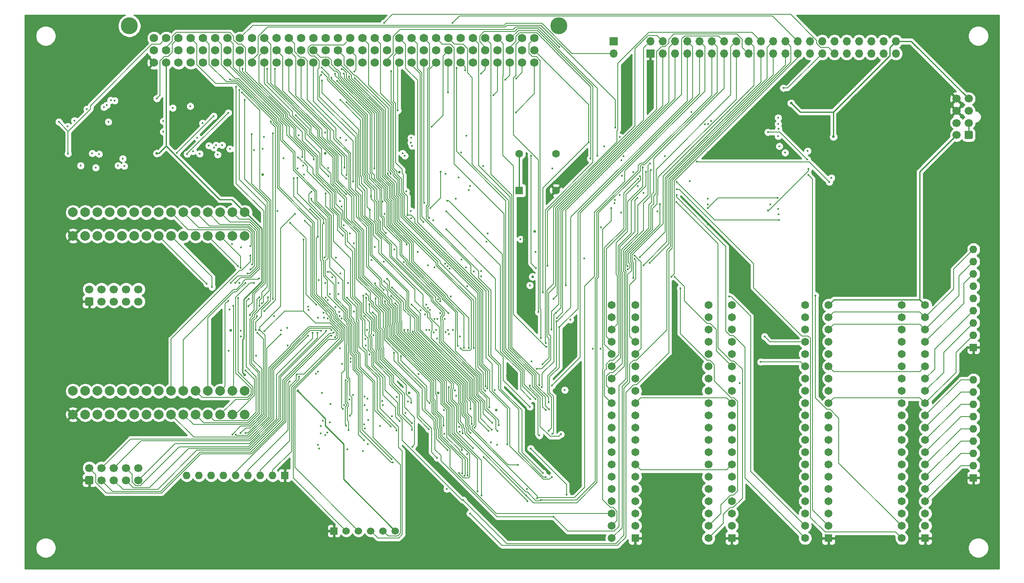
<source format=gbr>
G04 #@! TF.GenerationSoftware,KiCad,Pcbnew,(5.1.8)-1*
G04 #@! TF.CreationDate,2021-04-14T20:49:20+02:00*
G04 #@! TF.ProjectId,Project_GCM,50726f6a-6563-4745-9f47-434d2e6b6963,V5.1*
G04 #@! TF.SameCoordinates,PX40d9900PY1e84800*
G04 #@! TF.FileFunction,Copper,L2,Inr*
G04 #@! TF.FilePolarity,Positive*
%FSLAX46Y46*%
G04 Gerber Fmt 4.6, Leading zero omitted, Abs format (unit mm)*
G04 Created by KiCad (PCBNEW (5.1.8)-1) date 2021-04-14 20:49:20*
%MOMM*%
%LPD*%
G01*
G04 APERTURE LIST*
G04 #@! TA.AperFunction,ComponentPad*
%ADD10O,1.700000X1.700000*%
G04 #@! TD*
G04 #@! TA.AperFunction,ComponentPad*
%ADD11R,1.700000X1.700000*%
G04 #@! TD*
G04 #@! TA.AperFunction,WasherPad*
%ADD12C,3.500000*%
G04 #@! TD*
G04 #@! TA.AperFunction,ComponentPad*
%ADD13C,1.750000*%
G04 #@! TD*
G04 #@! TA.AperFunction,ComponentPad*
%ADD14C,2.000000*%
G04 #@! TD*
G04 #@! TA.AperFunction,ComponentPad*
%ADD15C,1.700000*%
G04 #@! TD*
G04 #@! TA.AperFunction,ComponentPad*
%ADD16O,1.600000X1.600000*%
G04 #@! TD*
G04 #@! TA.AperFunction,ComponentPad*
%ADD17R,1.600000X1.600000*%
G04 #@! TD*
G04 #@! TA.AperFunction,ComponentPad*
%ADD18C,1.650000*%
G04 #@! TD*
G04 #@! TA.AperFunction,ComponentPad*
%ADD19R,1.650000X1.650000*%
G04 #@! TD*
G04 #@! TA.AperFunction,ComponentPad*
%ADD20C,1.600000*%
G04 #@! TD*
G04 #@! TA.AperFunction,ComponentPad*
%ADD21R,1.530000X1.530000*%
G04 #@! TD*
G04 #@! TA.AperFunction,ComponentPad*
%ADD22C,1.530000*%
G04 #@! TD*
G04 #@! TA.AperFunction,ViaPad*
%ADD23C,0.550000*%
G04 #@! TD*
G04 #@! TA.AperFunction,ViaPad*
%ADD24C,0.450000*%
G04 #@! TD*
G04 #@! TA.AperFunction,Conductor*
%ADD25C,0.250000*%
G04 #@! TD*
G04 #@! TA.AperFunction,Conductor*
%ADD26C,0.180000*%
G04 #@! TD*
G04 #@! TA.AperFunction,Conductor*
%ADD27C,0.254000*%
G04 #@! TD*
G04 #@! TA.AperFunction,Conductor*
%ADD28C,0.100000*%
G04 #@! TD*
G04 APERTURE END LIST*
D10*
X180920000Y-6100000D03*
X180920000Y-8640000D03*
X178380000Y-6100000D03*
X178380000Y-8640000D03*
X175840000Y-6100000D03*
X175840000Y-8640000D03*
X173300000Y-6100000D03*
X173300000Y-8640000D03*
X170760000Y-6100000D03*
X170760000Y-8640000D03*
X168220000Y-6100000D03*
X168220000Y-8640000D03*
X165680000Y-6100000D03*
X165680000Y-8640000D03*
X163140000Y-6100000D03*
X163140000Y-8640000D03*
X160600000Y-6100000D03*
X160600000Y-8640000D03*
X158060000Y-6100000D03*
X158060000Y-8640000D03*
X155520000Y-6100000D03*
X155520000Y-8640000D03*
X152980000Y-6100000D03*
X152980000Y-8640000D03*
X150440000Y-6100000D03*
X150440000Y-8640000D03*
X147900000Y-6100000D03*
X147900000Y-8640000D03*
X145360000Y-6100000D03*
X145360000Y-8640000D03*
X142820000Y-6100000D03*
X142820000Y-8640000D03*
X140280000Y-6100000D03*
X140280000Y-8640000D03*
X137740000Y-6100000D03*
X137740000Y-8640000D03*
X135200000Y-6100000D03*
X135200000Y-8640000D03*
X132660000Y-6100000D03*
X132660000Y-8640000D03*
X130120000Y-6100000D03*
D11*
X130120000Y-8640000D03*
D12*
X22320000Y-2920000D03*
X111220000Y-2920000D03*
D13*
X27400000Y-10540000D03*
X29940000Y-10540000D03*
X32480000Y-10540000D03*
X35020000Y-10540000D03*
X37560000Y-10540000D03*
X40100000Y-10540000D03*
X42640000Y-10540000D03*
X45180000Y-10540000D03*
X47720000Y-10540000D03*
X50260000Y-10540000D03*
X52800000Y-10540000D03*
X55340000Y-10540000D03*
X57880000Y-10540000D03*
X60420000Y-10540000D03*
X62960000Y-10540000D03*
X65500000Y-10540000D03*
X68040000Y-10540000D03*
X70580000Y-10540000D03*
X73120000Y-10540000D03*
X75660000Y-10540000D03*
X78200000Y-10540000D03*
X80740000Y-10540000D03*
X83280000Y-10540000D03*
X85820000Y-10540000D03*
X88360000Y-10540000D03*
X90900000Y-10540000D03*
X93440000Y-10540000D03*
X95980000Y-10540000D03*
X98520000Y-10540000D03*
X101060000Y-10540000D03*
X103600000Y-10540000D03*
X106140000Y-10540000D03*
X27400000Y-8000000D03*
X29940000Y-8000000D03*
X32480000Y-8000000D03*
X35020000Y-8000000D03*
X37560000Y-8000000D03*
X40100000Y-8000000D03*
X42640000Y-8000000D03*
X45180000Y-8000000D03*
X47720000Y-8000000D03*
X50260000Y-8000000D03*
X52800000Y-8000000D03*
X55340000Y-8000000D03*
X57880000Y-8000000D03*
X60420000Y-8000000D03*
X62960000Y-8000000D03*
X65500000Y-8000000D03*
X68040000Y-8000000D03*
X70580000Y-8000000D03*
X73120000Y-8000000D03*
X75660000Y-8000000D03*
X78200000Y-8000000D03*
X80740000Y-8000000D03*
X83280000Y-8000000D03*
X85820000Y-8000000D03*
X88360000Y-8000000D03*
X90900000Y-8000000D03*
X93440000Y-8000000D03*
X95980000Y-8000000D03*
X98520000Y-8000000D03*
X101060000Y-8000000D03*
X103600000Y-8000000D03*
X106140000Y-8000000D03*
X27400000Y-5460000D03*
X29940000Y-5460000D03*
X32480000Y-5460000D03*
X35020000Y-5460000D03*
X37560000Y-5460000D03*
X40100000Y-5460000D03*
X42640000Y-5460000D03*
X45180000Y-5460000D03*
X47720000Y-5460000D03*
X50260000Y-5460000D03*
X52800000Y-5460000D03*
X55340000Y-5460000D03*
X57880000Y-5460000D03*
X60420000Y-5460000D03*
X62960000Y-5460000D03*
X65500000Y-5460000D03*
X68040000Y-5460000D03*
X70580000Y-5460000D03*
X73120000Y-5460000D03*
X75660000Y-5460000D03*
X78200000Y-5460000D03*
X80740000Y-5460000D03*
X83280000Y-5460000D03*
X85820000Y-5460000D03*
X88360000Y-5460000D03*
X90900000Y-5460000D03*
X93440000Y-5460000D03*
X95980000Y-5460000D03*
X98520000Y-5460000D03*
X101060000Y-5460000D03*
X103600000Y-5460000D03*
X106140000Y-5460000D03*
D14*
X46190000Y-83400000D03*
X46190000Y-78540000D03*
X43650000Y-83400000D03*
X43650000Y-78540000D03*
X41110000Y-83400000D03*
X41110000Y-78540000D03*
X38570000Y-83400000D03*
X38570000Y-78540000D03*
X36030000Y-83400000D03*
X36030000Y-78540000D03*
X33490000Y-83400000D03*
X33490000Y-78540000D03*
X30950000Y-83400000D03*
X30950000Y-78540000D03*
X28410000Y-83400000D03*
X28410000Y-78540000D03*
X25870000Y-83400000D03*
X25870000Y-78540000D03*
X23330000Y-83400000D03*
X23330000Y-78540000D03*
X20790000Y-83400000D03*
X20790000Y-78540000D03*
X18250000Y-83400000D03*
X18250000Y-78540000D03*
X15710000Y-83400000D03*
X15710000Y-78540000D03*
X13170000Y-83400000D03*
X13170000Y-78540000D03*
X10640000Y-83400000D03*
X10630000Y-78540000D03*
X46190000Y-46400000D03*
X46190000Y-41540000D03*
X43650000Y-46400000D03*
X43650000Y-41540000D03*
X41110000Y-46400000D03*
X41110000Y-41540000D03*
X38570000Y-46400000D03*
X38570000Y-41540000D03*
X36030000Y-46400000D03*
X36030000Y-41540000D03*
X33490000Y-46400000D03*
X33490000Y-41540000D03*
X30950000Y-46400000D03*
X30950000Y-41540000D03*
X28410000Y-46400000D03*
X28410000Y-41540000D03*
X25870000Y-46400000D03*
X25870000Y-41540000D03*
X23330000Y-46400000D03*
X23330000Y-41540000D03*
X20790000Y-46400000D03*
X20790000Y-41540000D03*
X18250000Y-46400000D03*
X18250000Y-41540000D03*
X15710000Y-46400000D03*
X15710000Y-41540000D03*
X13170000Y-46400000D03*
X13170000Y-41540000D03*
X10640000Y-46400000D03*
X10630000Y-41540000D03*
D15*
X193500000Y-18000000D03*
X193500000Y-20500000D03*
X193500000Y-23000000D03*
X193500000Y-25500000D03*
X196000000Y-18000000D03*
X196000000Y-20500000D03*
X196000000Y-23000000D03*
G04 #@! TA.AperFunction,ComponentPad*
G36*
G01*
X196850000Y-24900000D02*
X196850000Y-26100000D01*
G75*
G02*
X196600000Y-26350000I-250000J0D01*
G01*
X195400000Y-26350000D01*
G75*
G02*
X195150000Y-26100000I0J250000D01*
G01*
X195150000Y-24900000D01*
G75*
G02*
X195400000Y-24650000I250000J0D01*
G01*
X196600000Y-24650000D01*
G75*
G02*
X196850000Y-24900000I0J-250000D01*
G01*
G37*
G04 #@! TD.AperFunction*
D16*
X34180000Y-96000000D03*
X36720000Y-96000000D03*
X39260000Y-96000000D03*
X41800000Y-96000000D03*
X44340000Y-96000000D03*
X46880000Y-96000000D03*
X49420000Y-96000000D03*
X51960000Y-96000000D03*
D17*
X54500000Y-96000000D03*
D16*
X197000000Y-49180000D03*
X197000000Y-51720000D03*
X197000000Y-54260000D03*
X197000000Y-56800000D03*
X197000000Y-59340000D03*
X197000000Y-61880000D03*
X197000000Y-64420000D03*
X197000000Y-66960000D03*
D17*
X197000000Y-69500000D03*
D16*
X197000000Y-76180000D03*
X197000000Y-78720000D03*
X197000000Y-81260000D03*
X197000000Y-83800000D03*
X197000000Y-86340000D03*
X197000000Y-88880000D03*
X197000000Y-91420000D03*
X197000000Y-93960000D03*
D17*
X197000000Y-96500000D03*
D18*
X182149000Y-60740000D03*
X187000000Y-60740000D03*
X182149000Y-63280000D03*
X187000000Y-63280000D03*
X182149000Y-65820000D03*
X187000000Y-65820000D03*
X182149000Y-68360000D03*
X187000000Y-68360000D03*
X182149000Y-70900000D03*
X187000000Y-70900000D03*
X182149000Y-73440000D03*
X187000000Y-73440000D03*
X182149000Y-75980000D03*
X187000000Y-75980000D03*
X182149000Y-78520000D03*
X187000000Y-78520000D03*
X182149000Y-81060000D03*
X187000000Y-81060000D03*
X182149000Y-83600000D03*
X187000000Y-83600000D03*
X182149000Y-86140000D03*
X187000000Y-86140000D03*
X182149000Y-88680000D03*
X187000000Y-88680000D03*
X182149000Y-91220000D03*
X187000000Y-91220000D03*
X182149000Y-93760000D03*
X187000000Y-93760000D03*
X182149000Y-96300000D03*
X187000000Y-96300000D03*
X182149000Y-98840000D03*
X187000000Y-98840000D03*
X182149000Y-101380000D03*
X187000000Y-101380000D03*
X182149000Y-103920000D03*
X187000000Y-103920000D03*
X182149000Y-106460000D03*
X187000000Y-106460000D03*
X182149000Y-109000000D03*
D19*
X187000000Y-109000000D03*
D18*
X142149000Y-60740000D03*
X147000000Y-60740000D03*
X142149000Y-63280000D03*
X147000000Y-63280000D03*
X142149000Y-65820000D03*
X147000000Y-65820000D03*
X142149000Y-68360000D03*
X147000000Y-68360000D03*
X142149000Y-70900000D03*
X147000000Y-70900000D03*
X142149000Y-73440000D03*
X147000000Y-73440000D03*
X142149000Y-75980000D03*
X147000000Y-75980000D03*
X142149000Y-78520000D03*
X147000000Y-78520000D03*
X142149000Y-81060000D03*
X147000000Y-81060000D03*
X142149000Y-83600000D03*
X147000000Y-83600000D03*
X142149000Y-86140000D03*
X147000000Y-86140000D03*
X142149000Y-88680000D03*
X147000000Y-88680000D03*
X142149000Y-91220000D03*
X147000000Y-91220000D03*
X142149000Y-93760000D03*
X147000000Y-93760000D03*
X142149000Y-96300000D03*
X147000000Y-96300000D03*
X142149000Y-98840000D03*
X147000000Y-98840000D03*
X142149000Y-101380000D03*
X147000000Y-101380000D03*
X142149000Y-103920000D03*
X147000000Y-103920000D03*
X142149000Y-106460000D03*
X147000000Y-106460000D03*
X142149000Y-109000000D03*
D19*
X147000000Y-109000000D03*
D18*
X162149000Y-60740000D03*
X167000000Y-60740000D03*
X162149000Y-63280000D03*
X167000000Y-63280000D03*
X162149000Y-65820000D03*
X167000000Y-65820000D03*
X162149000Y-68360000D03*
X167000000Y-68360000D03*
X162149000Y-70900000D03*
X167000000Y-70900000D03*
X162149000Y-73440000D03*
X167000000Y-73440000D03*
X162149000Y-75980000D03*
X167000000Y-75980000D03*
X162149000Y-78520000D03*
X167000000Y-78520000D03*
X162149000Y-81060000D03*
X167000000Y-81060000D03*
X162149000Y-83600000D03*
X167000000Y-83600000D03*
X162149000Y-86140000D03*
X167000000Y-86140000D03*
X162149000Y-88680000D03*
X167000000Y-88680000D03*
X162149000Y-91220000D03*
X167000000Y-91220000D03*
X162149000Y-93760000D03*
X167000000Y-93760000D03*
X162149000Y-96300000D03*
X167000000Y-96300000D03*
X162149000Y-98840000D03*
X167000000Y-98840000D03*
X162149000Y-101380000D03*
X167000000Y-101380000D03*
X162149000Y-103920000D03*
X167000000Y-103920000D03*
X162149000Y-106460000D03*
X167000000Y-106460000D03*
X162149000Y-109000000D03*
D19*
X167000000Y-109000000D03*
D18*
X122149000Y-60740000D03*
X127000000Y-60740000D03*
X122149000Y-63280000D03*
X127000000Y-63280000D03*
X122149000Y-65820000D03*
X127000000Y-65820000D03*
X122149000Y-68360000D03*
X127000000Y-68360000D03*
X122149000Y-70900000D03*
X127000000Y-70900000D03*
X122149000Y-73440000D03*
X127000000Y-73440000D03*
X122149000Y-75980000D03*
X127000000Y-75980000D03*
X122149000Y-78520000D03*
X127000000Y-78520000D03*
X122149000Y-81060000D03*
X127000000Y-81060000D03*
X122149000Y-83600000D03*
X127000000Y-83600000D03*
X122149000Y-86140000D03*
X127000000Y-86140000D03*
X122149000Y-88680000D03*
X127000000Y-88680000D03*
X122149000Y-91220000D03*
X127000000Y-91220000D03*
X122149000Y-93760000D03*
X127000000Y-93760000D03*
X122149000Y-96300000D03*
X127000000Y-96300000D03*
X122149000Y-98840000D03*
X127000000Y-98840000D03*
X122149000Y-101380000D03*
X127000000Y-101380000D03*
X122149000Y-103920000D03*
X127000000Y-103920000D03*
X122149000Y-106460000D03*
X127000000Y-106460000D03*
X122149000Y-109000000D03*
D19*
X127000000Y-109000000D03*
D20*
X110620000Y-37000000D03*
X110620000Y-29380000D03*
X103000000Y-29380000D03*
D17*
X103000000Y-37000000D03*
D15*
X24160000Y-57460000D03*
X21620000Y-57460000D03*
X19080000Y-57460000D03*
X16540000Y-57460000D03*
X14000000Y-57460000D03*
X24160000Y-60000000D03*
X21620000Y-60000000D03*
X19080000Y-60000000D03*
X16540000Y-60000000D03*
G04 #@! TA.AperFunction,ComponentPad*
G36*
G01*
X14600000Y-60850000D02*
X13400000Y-60850000D01*
G75*
G02*
X13150000Y-60600000I0J250000D01*
G01*
X13150000Y-59400000D01*
G75*
G02*
X13400000Y-59150000I250000J0D01*
G01*
X14600000Y-59150000D01*
G75*
G02*
X14850000Y-59400000I0J-250000D01*
G01*
X14850000Y-60600000D01*
G75*
G02*
X14600000Y-60850000I-250000J0D01*
G01*
G37*
G04 #@! TD.AperFunction*
X24160000Y-94460000D03*
X21620000Y-94460000D03*
X19080000Y-94460000D03*
X16540000Y-94460000D03*
X14000000Y-94460000D03*
X24160000Y-97000000D03*
X21620000Y-97000000D03*
X19080000Y-97000000D03*
X16540000Y-97000000D03*
G04 #@! TA.AperFunction,ComponentPad*
G36*
G01*
X14600000Y-97850000D02*
X13400000Y-97850000D01*
G75*
G02*
X13150000Y-97600000I0J250000D01*
G01*
X13150000Y-96400000D01*
G75*
G02*
X13400000Y-96150000I250000J0D01*
G01*
X14600000Y-96150000D01*
G75*
G02*
X14850000Y-96400000I0J-250000D01*
G01*
X14850000Y-97600000D01*
G75*
G02*
X14600000Y-97850000I-250000J0D01*
G01*
G37*
G04 #@! TD.AperFunction*
D21*
X64650000Y-107500000D03*
D22*
X67190000Y-107500000D03*
X69730000Y-107500000D03*
X72270000Y-107500000D03*
X74810000Y-107500000D03*
X77350000Y-107500000D03*
D11*
X122500000Y-6100000D03*
D10*
X122500000Y-8640000D03*
D23*
X102940800Y-49767100D03*
X103370000Y-45100000D03*
X62833200Y-29346900D03*
X124490000Y-21890000D03*
X100560000Y-75400000D03*
X49870600Y-33715000D03*
X78540000Y-77300000D03*
X79601000Y-33187800D03*
X142070000Y-43940000D03*
X112671300Y-72831400D03*
X84140000Y-92410000D03*
D24*
X133940000Y-79200000D03*
X115380000Y-87960000D03*
X40850000Y-15930000D03*
D23*
X40850000Y-66820000D03*
X27953000Y-29319000D03*
X57158900Y-78540000D03*
X46190000Y-75184400D03*
X78205300Y-33214300D03*
X168022000Y-25872700D03*
X159256600Y-18915500D03*
X105738400Y-54856400D03*
X106170000Y-45450000D03*
X98198400Y-82455300D03*
X86232700Y-78927800D03*
X43322100Y-65952800D03*
X80229300Y-78918900D03*
D24*
X87725500Y-33559900D03*
X73001400Y-32400900D03*
X43138900Y-13961200D03*
X76531500Y-92657300D03*
X56296900Y-34446100D03*
X68862300Y-12384500D03*
X61307900Y-46599300D03*
X66507000Y-82230200D03*
X19957277Y-31834258D03*
X85986400Y-92382300D03*
X21247300Y-31956100D03*
X57075000Y-34387300D03*
X62545900Y-43799500D03*
X67913000Y-83628400D03*
X62029600Y-13069500D03*
X102696800Y-93784300D03*
X98398600Y-89693100D03*
X15343000Y-32288900D03*
X59683800Y-40877900D03*
X67676800Y-86631900D03*
X62167200Y-14216000D03*
X96665700Y-86835500D03*
X12227000Y-31841000D03*
X59954500Y-38695300D03*
X70900100Y-88726800D03*
X97173500Y-89195200D03*
X62127500Y-12436700D03*
X98451600Y-86762100D03*
X100521900Y-89588800D03*
X17033600Y-19748600D03*
X79886800Y-42091900D03*
X64920700Y-12766300D03*
X98725000Y-85583500D03*
X65958500Y-18236300D03*
X19264400Y-18392100D03*
X87488500Y-87412500D03*
X72101300Y-41023900D03*
X97345800Y-86532100D03*
X45752700Y-11799800D03*
X78246600Y-84746700D03*
X67243000Y-18731800D03*
X72321600Y-38239200D03*
X97372500Y-85109100D03*
X18443100Y-18310400D03*
X62100400Y-11509300D03*
X88337400Y-62430000D03*
X119842200Y-69750400D03*
X9538300Y-23700800D03*
X75793600Y-33472400D03*
X96806700Y-81896400D03*
X79413300Y-83111400D03*
X87375500Y-82492200D03*
X50804500Y-11822300D03*
X67163100Y-37809500D03*
X87867500Y-45044500D03*
X105207800Y-81823900D03*
X63494400Y-34019900D03*
X87931500Y-41294700D03*
X105276900Y-80180700D03*
X148642400Y-76894800D03*
X67220500Y-34536200D03*
X88108900Y-39117900D03*
X106355200Y-80224200D03*
X67220500Y-33813300D03*
X135146400Y-54871000D03*
X89878400Y-38690200D03*
X75400400Y-45791600D03*
X126863700Y-50510600D03*
X64121200Y-13624000D03*
X79666100Y-48178400D03*
X126827600Y-51175000D03*
X65273100Y-14287400D03*
X86680100Y-59959500D03*
X74696100Y-39332800D03*
X76424000Y-33505700D03*
X122890900Y-23947000D03*
X138313000Y-35058200D03*
X126609800Y-33209700D03*
X60455600Y-30586900D03*
X58093900Y-30103500D03*
X124233300Y-33992100D03*
X113562400Y-63766500D03*
X63777100Y-84982400D03*
X45091100Y-56122400D03*
X116448700Y-51089100D03*
X91075700Y-51347400D03*
X58473700Y-33715000D03*
X119938800Y-44636000D03*
X103273700Y-47079300D03*
X128747500Y-37556200D03*
X105198900Y-77407600D03*
X111595210Y-87513546D03*
X105348800Y-90422500D03*
X112780000Y-99990000D03*
X104706700Y-101318300D03*
X95620900Y-92224500D03*
X88382700Y-77717900D03*
X95182800Y-100162000D03*
X129190800Y-33099500D03*
X84892200Y-23773700D03*
X40229200Y-27628500D03*
X130039300Y-31448800D03*
X41489700Y-27608400D03*
X57321400Y-25570900D03*
X92062900Y-25660600D03*
X62807100Y-87654700D03*
X35514400Y-28871400D03*
X54214900Y-30281200D03*
X95516300Y-31955000D03*
X130205800Y-32762600D03*
X63279200Y-87144600D03*
X152961200Y-72491500D03*
X127477400Y-38501400D03*
X119137900Y-29836400D03*
X43084500Y-28389300D03*
X76648100Y-83751800D03*
X127622100Y-34572700D03*
X109839400Y-32469300D03*
X40559600Y-29586300D03*
X39791200Y-28117300D03*
X117699000Y-30405900D03*
X71053900Y-86288900D03*
X153752200Y-67255500D03*
X127966700Y-34022700D03*
X128510700Y-32215000D03*
X120581000Y-27869100D03*
X71445400Y-82481200D03*
X118209400Y-69759600D03*
X36358700Y-26056700D03*
X107865400Y-58053400D03*
X65806900Y-62985300D03*
X47631400Y-25364900D03*
X49762700Y-60393000D03*
X117330100Y-27004600D03*
X29325900Y-24825000D03*
X43028400Y-61675000D03*
X102315500Y-20811200D03*
X38744600Y-27722300D03*
X102366500Y-13808200D03*
X39753500Y-21601200D03*
X32122200Y-29200800D03*
X14618400Y-29319000D03*
X34255400Y-29451100D03*
X16042600Y-29446300D03*
X100094300Y-14075100D03*
X42775700Y-20901300D03*
X20941600Y-30383400D03*
X36860200Y-29411400D03*
X97663000Y-17292500D03*
X95133900Y-12764000D03*
X10959700Y-22530200D03*
X29305700Y-22653600D03*
X13511300Y-20149800D03*
X31289600Y-19903900D03*
X34905000Y-19539300D03*
X17631000Y-19346300D03*
X91784700Y-12141800D03*
X37445000Y-23053100D03*
X17945000Y-22802800D03*
X88260400Y-16655800D03*
X90437200Y-34285000D03*
X131584700Y-41296500D03*
X135540700Y-36771700D03*
X123843700Y-37956900D03*
X164283200Y-58731200D03*
X135531500Y-39364600D03*
X122737600Y-39628200D03*
X136312100Y-57236000D03*
X122781800Y-38970300D03*
X146436200Y-58957800D03*
X135540700Y-37957500D03*
X121987800Y-40615500D03*
X132111100Y-39836400D03*
X107439700Y-67557000D03*
X106934700Y-62181400D03*
X108470300Y-68605400D03*
X108614100Y-69356900D03*
X107137400Y-77278600D03*
X109046100Y-80878100D03*
X108520500Y-82474300D03*
X90015800Y-11613000D03*
X109168800Y-82324600D03*
X107166000Y-87768900D03*
X107865000Y-95519700D03*
X108500000Y-96325400D03*
X109758800Y-96337600D03*
X89683900Y-78402400D03*
X96394900Y-78021600D03*
X76493600Y-12280700D03*
X95998600Y-77526300D03*
X95962400Y-78517000D03*
X92881600Y-82258800D03*
X90239200Y-69188900D03*
X66698600Y-12811300D03*
X91533500Y-69572100D03*
X66196400Y-11852200D03*
X92548100Y-69585300D03*
X67780700Y-13364400D03*
X93538800Y-69585300D03*
X68959100Y-13695700D03*
X90505600Y-95486500D03*
X91223100Y-95607100D03*
X56738700Y-21471700D03*
X91650100Y-96071600D03*
X52450900Y-11823400D03*
X92280500Y-96025600D03*
X27970400Y-17948500D03*
X9619000Y-29356600D03*
X7715500Y-22799200D03*
X84344400Y-42674700D03*
X67905600Y-45861400D03*
X89184300Y-2292600D03*
X83372100Y-39561800D03*
X83163200Y-43541000D03*
X66632300Y-44233500D03*
X51580800Y-22698100D03*
X50250000Y-61963500D03*
X157639900Y-15791900D03*
X77862800Y-20410100D03*
X46128600Y-18191700D03*
X49250000Y-60899100D03*
X111244900Y-7266200D03*
X45584600Y-16729000D03*
X48472400Y-65871600D03*
X75030700Y-2270200D03*
X45037300Y-16188800D03*
X47250000Y-62831800D03*
X46967100Y-60994600D03*
X44395500Y-15516900D03*
X105508700Y-72423700D03*
X90903100Y-69673500D03*
X90551000Y-85958000D03*
X90740200Y-86948700D03*
X74939100Y-57580400D03*
X124067500Y-41579900D03*
X66856300Y-32275400D03*
X47366100Y-48525000D03*
X45412900Y-48752100D03*
X47726400Y-52327700D03*
X43504700Y-48075100D03*
X47378100Y-53369400D03*
X44813700Y-52691400D03*
X46791800Y-54184100D03*
X45341700Y-53055000D03*
X43250000Y-56139700D03*
X44250000Y-56138800D03*
X47366100Y-50464600D03*
X51016400Y-59079900D03*
X49167600Y-55225000D03*
X49212100Y-59116000D03*
X48108300Y-56130100D03*
X47006400Y-59429500D03*
X46333000Y-56129100D03*
X44820400Y-59294500D03*
X42750000Y-59864700D03*
X46350200Y-74304900D03*
X43812400Y-60894000D03*
X106600400Y-73926100D03*
X90719700Y-67271700D03*
X109669100Y-65824900D03*
X89250000Y-65859200D03*
X107764900Y-73013500D03*
X88250000Y-65877700D03*
X110782000Y-63455300D03*
X87574200Y-63557700D03*
X110591700Y-62299400D03*
X86082400Y-63565700D03*
X107610100Y-77697300D03*
X109045500Y-86816700D03*
X110688200Y-64102200D03*
X85452000Y-63562500D03*
X109861700Y-87400700D03*
X111303500Y-65297500D03*
X83751600Y-65878700D03*
X109778100Y-77406500D03*
X82165900Y-75020000D03*
X106693800Y-100802200D03*
X80931600Y-66247800D03*
X79907900Y-65862700D03*
X107430400Y-101117000D03*
X79211900Y-65860300D03*
X104431600Y-100150900D03*
X110068000Y-104604200D03*
X77097500Y-70629500D03*
X88174500Y-90734300D03*
X73298400Y-59379200D03*
X112637100Y-56635300D03*
X91270400Y-87310000D03*
X75039500Y-55837200D03*
X125456500Y-53330100D03*
X125386400Y-52699700D03*
X92866900Y-87260600D03*
X75671100Y-55317900D03*
X110116600Y-59449500D03*
X80703000Y-60646700D03*
X93749600Y-86102800D03*
X126617100Y-55090300D03*
X92188300Y-56831700D03*
X67617800Y-56129500D03*
X127917900Y-50827000D03*
X93591600Y-53790100D03*
X66015400Y-54216300D03*
X108861500Y-52595800D03*
X65530100Y-56125900D03*
X95112800Y-53674100D03*
X129981200Y-51964300D03*
X95113000Y-54822600D03*
X64250000Y-54946800D03*
X91089700Y-90774300D03*
X73217900Y-56214000D03*
X62809100Y-56139300D03*
X128675900Y-52536900D03*
X70877100Y-63039000D03*
X91365000Y-101081300D03*
X62143000Y-78933900D03*
X92788100Y-103910300D03*
X94336200Y-99320300D03*
X77324800Y-60359500D03*
X134433700Y-54858800D03*
X63395300Y-59726100D03*
X79576900Y-37206900D03*
X59952600Y-37274500D03*
X62719300Y-50939100D03*
X57428400Y-75511900D03*
X58587600Y-43246600D03*
X56958100Y-75090700D03*
X55512200Y-76536600D03*
X50246700Y-66156300D03*
X85194400Y-43175000D03*
X58360500Y-47160100D03*
X66215100Y-40290600D03*
X56568900Y-41818300D03*
X49149000Y-65863600D03*
X46358600Y-87194500D03*
X52259900Y-62981000D03*
X48671100Y-62981000D03*
X43606200Y-87576100D03*
X55001600Y-65458100D03*
X48802000Y-66508200D03*
X45361900Y-87231600D03*
X53617300Y-66808400D03*
X45317000Y-66058600D03*
X44286800Y-87591900D03*
X86596100Y-62410800D03*
X53705900Y-65985500D03*
X112409300Y-78307500D03*
X97926300Y-78307500D03*
X88024700Y-98825000D03*
X104547000Y-98831900D03*
X162810100Y-33804900D03*
X68619300Y-35112300D03*
X96420000Y-45940000D03*
X39418400Y-57022900D03*
X64967500Y-61143800D03*
X38332100Y-56322100D03*
X68805500Y-62034900D03*
X55590700Y-43665200D03*
X60958300Y-60633200D03*
X72379000Y-51390500D03*
X65053300Y-50939100D03*
X71516900Y-65885400D03*
X74979200Y-51741300D03*
X68800600Y-47906500D03*
X79093700Y-51855100D03*
X73110500Y-48691700D03*
X84082600Y-52465400D03*
X77127200Y-49193000D03*
X85470800Y-52933900D03*
X82019900Y-49699100D03*
X88574500Y-53142000D03*
X87620100Y-52184300D03*
X88137000Y-52683900D03*
X59348100Y-61745100D03*
X59319000Y-61086900D03*
X61293300Y-63361300D03*
X62595200Y-63371500D03*
X63329500Y-63500400D03*
X62498100Y-62285500D03*
X66238900Y-63539300D03*
X65700100Y-62170800D03*
X64879600Y-67366300D03*
X68097500Y-71783900D03*
X65878300Y-69713200D03*
X66332700Y-72936900D03*
X71165400Y-67774800D03*
X68097500Y-72477600D03*
X71269300Y-69129100D03*
X71970700Y-70944700D03*
X72816700Y-67005800D03*
X83750000Y-60646600D03*
X82614600Y-61809900D03*
X84515900Y-61766900D03*
X84100900Y-61290500D03*
X83482800Y-62672200D03*
X86184800Y-59563300D03*
X88808000Y-58954200D03*
X64149900Y-67060200D03*
X64608800Y-66375600D03*
X64147200Y-65906200D03*
X63046500Y-66089400D03*
X61962800Y-66083800D03*
X61224500Y-66487600D03*
X60250000Y-66492900D03*
X59316800Y-67106900D03*
X62807100Y-24989700D03*
X90965500Y-29137200D03*
X162685300Y-28829300D03*
X138618800Y-20753000D03*
X91962400Y-52917300D03*
X105187200Y-56637700D03*
X92578700Y-36961100D03*
X63428500Y-32314400D03*
X92830500Y-36052900D03*
X58289300Y-31827200D03*
X66526300Y-46356900D03*
X57139500Y-30127500D03*
X75103600Y-41795800D03*
X57103400Y-32445000D03*
X80584200Y-42795600D03*
X52970800Y-41205300D03*
X79311200Y-29841600D03*
X48145100Y-28635000D03*
X78825500Y-29298700D03*
X49871400Y-28390700D03*
X80813900Y-27770100D03*
X50160600Y-25956200D03*
X52008100Y-25157800D03*
X52008100Y-59490400D03*
X67860800Y-80240000D03*
X106423900Y-53100400D03*
X105430200Y-29847400D03*
X71526500Y-80080000D03*
X77539000Y-86670400D03*
X62927200Y-37592700D03*
X60890700Y-74933900D03*
X42894900Y-70242700D03*
X61346700Y-74477900D03*
X48504800Y-71240900D03*
X55095600Y-69073000D03*
X66715000Y-81457000D03*
X77683800Y-79728700D03*
X45419300Y-67223100D03*
X63971800Y-81233700D03*
X85967800Y-67675200D03*
X62297800Y-84705300D03*
X88380000Y-66730700D03*
X61945000Y-85738700D03*
X87750000Y-66304700D03*
X61308000Y-89657400D03*
X85827400Y-65861700D03*
X67422900Y-90583500D03*
X85273400Y-66430100D03*
X67191100Y-85731000D03*
X67094200Y-76290100D03*
X84385100Y-65878700D03*
X70921300Y-85427300D03*
X79970600Y-80693600D03*
X70998700Y-79681100D03*
X74656100Y-80590500D03*
X71731700Y-84469000D03*
X74196800Y-85755900D03*
X71674700Y-89485600D03*
X80843000Y-90107000D03*
X71964100Y-60574500D03*
X80827500Y-86545400D03*
X70728500Y-58738200D03*
X80822300Y-85196800D03*
X71280700Y-59209500D03*
X80641500Y-80948500D03*
X72702600Y-62203800D03*
X84414700Y-81054500D03*
X78480600Y-71313200D03*
X76364800Y-85889300D03*
X67334800Y-59161900D03*
X84247100Y-86430000D03*
X71334400Y-58433200D03*
X65538500Y-58438200D03*
X63376200Y-53856000D03*
X76784200Y-93321100D03*
X93444100Y-90353500D03*
X76492900Y-58827100D03*
X63799400Y-58458500D03*
X93119600Y-85331700D03*
X76683900Y-57085100D03*
X61458600Y-55574800D03*
X75205700Y-59997200D03*
X62950500Y-59157000D03*
X87291745Y-85661795D03*
X89963800Y-79503100D03*
X68627000Y-79353900D03*
X96190600Y-47606600D03*
X106339000Y-49678800D03*
X80586700Y-26066300D03*
X67177600Y-26585200D03*
X80569200Y-27086200D03*
X65942200Y-26075000D03*
X80582200Y-41257100D03*
X65909600Y-39217200D03*
X84628900Y-40672400D03*
X86745600Y-33108500D03*
X139760300Y-31041600D03*
X167180000Y-35260000D03*
X167593300Y-34379100D03*
X133109800Y-29865000D03*
X156766600Y-43096600D03*
X135577200Y-35235200D03*
X156668600Y-41917400D03*
X127514300Y-36119100D03*
X158000000Y-29177900D03*
X124132700Y-30774600D03*
X156820600Y-27829300D03*
X124542400Y-29865000D03*
X156577700Y-25775500D03*
X123795600Y-25907200D03*
X156640800Y-24197100D03*
X141413500Y-23297500D03*
X156593500Y-23230100D03*
X142061300Y-23231300D03*
X156589200Y-21931500D03*
X142726400Y-22586500D03*
X156506000Y-38557200D03*
X142024200Y-40645000D03*
X154943600Y-39865000D03*
X142014400Y-39901500D03*
X156593800Y-40811600D03*
X142008000Y-38730000D03*
X154429000Y-24936700D03*
X162591400Y-30595000D03*
X162796400Y-32533800D03*
X154416500Y-41135000D03*
X74788800Y-81490500D03*
X70932600Y-81490500D03*
X70605000Y-90938400D03*
X61568200Y-90453500D03*
X61939600Y-87283900D03*
X92217800Y-91649200D03*
D25*
X103833100Y-45563100D02*
X103833100Y-48874800D01*
X103833100Y-48874800D02*
X102940800Y-49767100D01*
X103833100Y-45563100D02*
X103370000Y-45100000D01*
X27953000Y-29319000D02*
X28417800Y-29319000D01*
X28417800Y-29319000D02*
X29940000Y-27796800D01*
X29940000Y-27796800D02*
X41041000Y-38897800D01*
X41041000Y-38897800D02*
X43547800Y-38897800D01*
X43547800Y-38897800D02*
X46190000Y-41540000D01*
X29940000Y-10540000D02*
X29940000Y-27796800D01*
X46190000Y-41540000D02*
X46351700Y-41540000D01*
X46351700Y-41540000D02*
X49718000Y-44906300D01*
X49718000Y-44906300D02*
X49718000Y-55786900D01*
X49718000Y-55786900D02*
X45987500Y-59517400D01*
X45987500Y-59517400D02*
X45987500Y-67647900D01*
X45987500Y-67647900D02*
X45785300Y-67850100D01*
X45785300Y-67850100D02*
X45785300Y-74779700D01*
X45785300Y-74779700D02*
X46190000Y-75184400D01*
X77350000Y-107500000D02*
X66632300Y-96782300D01*
X66632300Y-96782300D02*
X66632300Y-89509400D01*
X66632300Y-89509400D02*
X62850200Y-85727300D01*
X62850200Y-85727300D02*
X62850200Y-84231300D01*
X62850200Y-84231300D02*
X57158900Y-78540000D01*
X167962000Y-20766200D02*
X161107300Y-20766200D01*
X161107300Y-20766200D02*
X159256600Y-18915500D01*
X167962000Y-20766200D02*
X167962000Y-25812700D01*
X167962000Y-25812700D02*
X168022000Y-25872700D01*
X179650000Y-7370000D02*
X179650000Y-9078200D01*
X179650000Y-9078200D02*
X167962000Y-20766200D01*
X196000000Y-18000000D02*
X184100000Y-6100000D01*
X103000000Y-29380000D02*
X103000000Y-37000000D01*
X179650000Y-7370000D02*
X180920000Y-6100000D01*
X180920000Y-6100000D02*
X184100000Y-6100000D01*
X196000000Y-25500000D02*
X196000000Y-23000000D01*
X185848700Y-59588700D02*
X187000000Y-60740000D01*
X167000000Y-60740000D02*
X168151300Y-59588700D01*
X168151300Y-59588700D02*
X185848700Y-59588700D01*
X185848700Y-59588700D02*
X185848700Y-33151300D01*
X185848700Y-33151300D02*
X193500000Y-25500000D01*
D26*
X73001400Y-32400900D02*
X73001400Y-20986600D01*
X73001400Y-20986600D02*
X66128700Y-14113900D01*
X66128700Y-14113900D02*
X66128700Y-13932900D01*
X66128700Y-13932900D02*
X65632300Y-13436500D01*
X65632300Y-13436500D02*
X65632300Y-12777400D01*
X65632300Y-12777400D02*
X65125900Y-12271000D01*
X65125900Y-12271000D02*
X64691000Y-12271000D01*
X64691000Y-12271000D02*
X62960000Y-10540000D01*
X122149000Y-103920000D02*
X98235500Y-103920000D01*
X98235500Y-103920000D02*
X88669800Y-94354300D01*
X88669800Y-94354300D02*
X88669800Y-90529100D01*
X88669800Y-90529100D02*
X86272600Y-88131900D01*
X86272600Y-88131900D02*
X86272600Y-86393518D01*
X86272600Y-86393518D02*
X86076722Y-86197638D01*
X86076722Y-84275122D02*
X84910000Y-83108400D01*
X84586500Y-80525800D02*
X84586500Y-76718700D01*
X84586500Y-76718700D02*
X75473800Y-67606000D01*
X75473800Y-67606000D02*
X75473800Y-65439600D01*
X75473800Y-65439600D02*
X75267700Y-65233500D01*
X75267700Y-65233500D02*
X75267700Y-62060600D01*
X75267700Y-62060600D02*
X73975600Y-60768500D01*
X73975600Y-59355700D02*
X69680800Y-55060900D01*
X69680800Y-55060900D02*
X69680800Y-45664500D01*
X73975600Y-60768500D02*
X73975600Y-59355700D01*
X69680800Y-45664500D02*
X66839500Y-42823200D01*
X66839500Y-42823200D02*
X66839500Y-38793100D01*
X65391000Y-37344600D02*
X65391000Y-37090000D01*
X65391000Y-37090000D02*
X63989800Y-35688800D01*
X84910000Y-83108400D02*
X84910000Y-80849300D01*
X63989800Y-35688800D02*
X63989800Y-33576400D01*
X59041700Y-24505400D02*
X56048500Y-21512200D01*
X66839500Y-38793100D02*
X65391000Y-37344600D01*
X56048500Y-20648700D02*
X50260000Y-14860200D01*
X62075400Y-28387600D02*
X59041700Y-25353900D01*
X86076722Y-86197638D02*
X86076722Y-84275122D01*
X84910000Y-80849300D02*
X84586500Y-80525800D01*
X63989800Y-33576400D02*
X62075400Y-31662000D01*
X50260000Y-14860200D02*
X50260000Y-10540000D01*
X56048500Y-21512200D02*
X56048500Y-20648700D01*
X59041700Y-25353900D02*
X59041700Y-24505400D01*
X62075400Y-31662000D02*
X62075400Y-28387600D01*
X76531500Y-92657300D02*
X70425300Y-86551100D01*
X70425300Y-86551100D02*
X70425300Y-74943700D01*
X70425300Y-74943700D02*
X69313500Y-73831900D01*
X69313500Y-73831900D02*
X69313500Y-71060800D01*
X69313500Y-71060800D02*
X68746100Y-70493400D01*
X68746100Y-70493400D02*
X68746100Y-64716200D01*
X68746100Y-64716200D02*
X68385800Y-64355900D01*
X68385800Y-64355900D02*
X68385800Y-63846300D01*
X68385800Y-63846300D02*
X67815200Y-63275700D01*
X67815200Y-63275700D02*
X67815200Y-60852300D01*
X67815200Y-60852300D02*
X66479200Y-59516300D01*
X66479200Y-59516300D02*
X66479200Y-55634300D01*
X66479200Y-55634300D02*
X63776900Y-52932000D01*
X63776900Y-52932000D02*
X63776900Y-42374900D01*
X63776900Y-42374900D02*
X60749100Y-39347100D01*
X60749100Y-39347100D02*
X60749100Y-37301300D01*
X60749100Y-37301300D02*
X56229200Y-32781400D01*
X56229200Y-32781400D02*
X56229200Y-29217800D01*
X56229200Y-29217800D02*
X53621900Y-26610500D01*
X53621900Y-26610500D02*
X53621900Y-23478100D01*
X53621900Y-23478100D02*
X52805800Y-22662000D01*
X52805800Y-22662000D02*
X52805800Y-22203200D01*
X52805800Y-22203200D02*
X44739700Y-14137100D01*
X44739700Y-14137100D02*
X43314800Y-14137100D01*
X43314800Y-14137100D02*
X43138900Y-13961200D01*
X187000000Y-101380000D02*
X194420000Y-93960000D01*
X194420000Y-93960000D02*
X197000000Y-93960000D01*
X61307900Y-46599300D02*
X61307900Y-43225700D01*
X61307900Y-43225700D02*
X56296900Y-38214700D01*
X56296900Y-38214700D02*
X56296900Y-34446100D01*
X68040000Y-8000000D02*
X69198100Y-9158100D01*
X69198100Y-9158100D02*
X69198100Y-12048700D01*
X69198100Y-12048700D02*
X68862300Y-12384500D01*
X61307900Y-46599300D02*
X60962000Y-46945200D01*
X60962000Y-46945200D02*
X60962000Y-58407700D01*
X60962000Y-58407700D02*
X62534500Y-59980200D01*
X62534500Y-59980200D02*
X62534500Y-60092700D01*
X62534500Y-60092700D02*
X64598700Y-62156900D01*
X64598700Y-62156900D02*
X64598700Y-62525200D01*
X64598700Y-62525200D02*
X64951300Y-62877800D01*
X64951300Y-62877800D02*
X64951300Y-63461600D01*
X64951300Y-63461600D02*
X66584300Y-65094600D01*
X66584300Y-65094600D02*
X66584300Y-65102400D01*
X66584300Y-65102400D02*
X66944600Y-65462700D01*
X66944600Y-65462700D02*
X66944600Y-68789700D01*
X66944600Y-68789700D02*
X66881600Y-68852700D01*
X66881600Y-68852700D02*
X66881600Y-74159500D01*
X66881600Y-74159500D02*
X66219700Y-74821400D01*
X66219700Y-74821400D02*
X66219700Y-81942900D01*
X66219700Y-81942900D02*
X66507000Y-82230200D01*
X29940000Y-8000000D02*
X29940000Y-7379100D01*
X29940000Y-7379100D02*
X31210000Y-6109100D01*
X31210000Y-6109100D02*
X31210000Y-5060900D01*
X31210000Y-5060900D02*
X32004800Y-4266100D01*
X32004800Y-4266100D02*
X43103200Y-4266100D01*
X43103200Y-4266100D02*
X43910000Y-5072900D01*
X43910000Y-5072900D02*
X43910000Y-5831400D01*
X43910000Y-5831400D02*
X44808600Y-6730000D01*
X44808600Y-6730000D02*
X45591100Y-6730000D01*
X45591100Y-6730000D02*
X46325400Y-7464300D01*
X46325400Y-7464300D02*
X46325400Y-12410600D01*
X46325400Y-12410600D02*
X54967600Y-21052800D01*
X54967600Y-21052800D02*
X54967600Y-21766100D01*
X54967600Y-21766100D02*
X58140900Y-24939400D01*
X58140900Y-24939400D02*
X58140900Y-26717300D01*
X58140900Y-26717300D02*
X61311200Y-29887600D01*
X61311200Y-29887600D02*
X61311200Y-33519800D01*
X61311200Y-33519800D02*
X65030700Y-37239300D01*
X65030700Y-37239300D02*
X65030700Y-39806800D01*
X65030700Y-39806800D02*
X66479200Y-41255300D01*
X66479200Y-41255300D02*
X66479200Y-42972500D01*
X66479200Y-42972500D02*
X69320500Y-45813800D01*
X69320500Y-45813800D02*
X69320500Y-55270600D01*
X69320500Y-55270600D02*
X72155800Y-58105900D01*
X72155800Y-58105900D02*
X72155800Y-59556200D01*
X72155800Y-59556200D02*
X72831900Y-60232300D01*
X72831900Y-60232300D02*
X72831900Y-60798500D01*
X72831900Y-60798500D02*
X74186800Y-62153400D01*
X74186800Y-62153400D02*
X74186800Y-65351900D01*
X74186800Y-65351900D02*
X74753200Y-65918300D01*
X74753200Y-65918300D02*
X74753200Y-69451900D01*
X74753200Y-69451900D02*
X74991900Y-69690600D01*
X74991900Y-69690600D02*
X74991900Y-71659200D01*
X74991900Y-71659200D02*
X82216500Y-78883800D01*
X82216500Y-78883800D02*
X82216500Y-83692800D01*
X82216500Y-83692800D02*
X84831400Y-86307700D01*
X84831400Y-86307700D02*
X84831400Y-91227300D01*
X84831400Y-91227300D02*
X85986400Y-92382300D01*
X187000000Y-98840000D02*
X194420000Y-91420000D01*
X194420000Y-91420000D02*
X197000000Y-91420000D01*
X62545900Y-43799500D02*
X62545900Y-43039500D01*
X62545900Y-43039500D02*
X57075000Y-37568600D01*
X57075000Y-37568600D02*
X57075000Y-34387300D01*
X62545900Y-43799500D02*
X62221700Y-44123700D01*
X62221700Y-44123700D02*
X62221700Y-51266600D01*
X62221700Y-51266600D02*
X62468000Y-51512900D01*
X62468000Y-51512900D02*
X62468000Y-54749500D01*
X62468000Y-54749500D02*
X63304400Y-55585900D01*
X63304400Y-55585900D02*
X63304400Y-56344500D01*
X63304400Y-56344500D02*
X63301100Y-56347800D01*
X63301100Y-56347800D02*
X63301100Y-58707200D01*
X63301100Y-58707200D02*
X66734300Y-62140400D01*
X66734300Y-62140400D02*
X66734300Y-63723600D01*
X66734300Y-63723600D02*
X67304900Y-64294200D01*
X67304900Y-64294200D02*
X67304900Y-64803800D01*
X67304900Y-64803800D02*
X67665200Y-65164100D01*
X67665200Y-65164100D02*
X67665200Y-70581300D01*
X67665200Y-70581300D02*
X67602200Y-70644300D01*
X67602200Y-70644300D02*
X67602200Y-75588000D01*
X67602200Y-75588000D02*
X67949800Y-75935600D01*
X67949800Y-75935600D02*
X67949800Y-79390800D01*
X67949800Y-79390800D02*
X68361700Y-79802700D01*
X68361700Y-79802700D02*
X68361700Y-83179700D01*
X68361700Y-83179700D02*
X67913000Y-83628400D01*
X62029600Y-13069500D02*
X61671900Y-13427200D01*
X61671900Y-13427200D02*
X61671900Y-17591100D01*
X61671900Y-17591100D02*
X69443300Y-25362500D01*
X69443300Y-25362500D02*
X69443300Y-34269200D01*
X69443300Y-34269200D02*
X69474900Y-34300800D01*
X69474900Y-34300800D02*
X69474900Y-36289300D01*
X69474900Y-36289300D02*
X70542800Y-37357200D01*
X70542800Y-37357200D02*
X70542800Y-42197600D01*
X70542800Y-42197600D02*
X72506300Y-44161100D01*
X72506300Y-44161100D02*
X72506300Y-50277400D01*
X72506300Y-50277400D02*
X80125600Y-57896700D01*
X80125600Y-57896700D02*
X80125600Y-61175800D01*
X80125600Y-61175800D02*
X82147500Y-63197700D01*
X82147500Y-63197700D02*
X82147500Y-65997300D01*
X82147500Y-65997300D02*
X92620900Y-76470700D01*
X92620900Y-76470700D02*
X92620900Y-79971900D01*
X92620900Y-79971900D02*
X93660900Y-81011900D01*
X93660900Y-81011900D02*
X93660900Y-85491200D01*
X93660900Y-85491200D02*
X93239200Y-85912900D01*
X93239200Y-85912900D02*
X93239200Y-86293000D01*
X93239200Y-86293000D02*
X100730500Y-93784300D01*
X100730500Y-93784300D02*
X102696800Y-93784300D01*
X187000000Y-96300000D02*
X194420000Y-88880000D01*
X194420000Y-88880000D02*
X197000000Y-88880000D01*
X59683800Y-40877900D02*
X61861400Y-43055500D01*
X61861400Y-43055500D02*
X61861400Y-51415900D01*
X61861400Y-51415900D02*
X62083000Y-51637500D01*
X62083000Y-51637500D02*
X62083000Y-59019000D01*
X62083000Y-59019000D02*
X62894800Y-59830800D01*
X62894800Y-59830800D02*
X62894800Y-59943400D01*
X62894800Y-59943400D02*
X64959000Y-62007600D01*
X64959000Y-62007600D02*
X64959000Y-62375900D01*
X64959000Y-62375900D02*
X65311600Y-62728500D01*
X65311600Y-62728500D02*
X65311600Y-63312300D01*
X65311600Y-63312300D02*
X66944600Y-64945300D01*
X66944600Y-64945300D02*
X66944600Y-64953100D01*
X66944600Y-64953100D02*
X67304900Y-65313400D01*
X67304900Y-65313400D02*
X67304900Y-68939000D01*
X67304900Y-68939000D02*
X67241900Y-69002000D01*
X67241900Y-69002000D02*
X67241900Y-75737400D01*
X67241900Y-75737400D02*
X67589500Y-76085000D01*
X67589500Y-76085000D02*
X67589500Y-76495300D01*
X67589500Y-76495300D02*
X67333400Y-76751400D01*
X67333400Y-76751400D02*
X67333400Y-80865300D01*
X67333400Y-80865300D02*
X67570600Y-81102500D01*
X67570600Y-81102500D02*
X67570600Y-81811500D01*
X67570600Y-81811500D02*
X67392700Y-81989400D01*
X67392700Y-81989400D02*
X67392700Y-84522100D01*
X67392700Y-84522100D02*
X67694100Y-84823500D01*
X67694100Y-84823500D02*
X67694100Y-86614600D01*
X67694100Y-86614600D02*
X67676800Y-86631900D01*
X62167200Y-14216000D02*
X62167200Y-16799300D01*
X62167200Y-16799300D02*
X69803600Y-24435700D01*
X69803600Y-24435700D02*
X69803600Y-34119900D01*
X69803600Y-34119900D02*
X69835200Y-34151500D01*
X69835200Y-34151500D02*
X69835200Y-35773900D01*
X69835200Y-35773900D02*
X71083300Y-37022000D01*
X71083300Y-37022000D02*
X71083300Y-42228500D01*
X71083300Y-42228500D02*
X72866600Y-44011800D01*
X72866600Y-44011800D02*
X72866600Y-46353600D01*
X72866600Y-46353600D02*
X73929500Y-47416500D01*
X73929500Y-47416500D02*
X73929500Y-49991000D01*
X73929500Y-49991000D02*
X81406600Y-57468100D01*
X81406600Y-57468100D02*
X81406600Y-59867700D01*
X81406600Y-59867700D02*
X83978100Y-62439200D01*
X83978100Y-62439200D02*
X83978100Y-63298600D01*
X83978100Y-63298600D02*
X84931700Y-64252200D01*
X84931700Y-64252200D02*
X84931700Y-66056900D01*
X84931700Y-66056900D02*
X84757300Y-66231300D01*
X84757300Y-66231300D02*
X84757300Y-67577800D01*
X84757300Y-67577800D02*
X93341500Y-76162000D01*
X93341500Y-76162000D02*
X93341500Y-79673300D01*
X93341500Y-79673300D02*
X94600400Y-80932200D01*
X94600400Y-80932200D02*
X94600400Y-84770200D01*
X94600400Y-84770200D02*
X96665700Y-86835500D01*
X127000000Y-93760000D02*
X128111200Y-94871200D01*
X128111200Y-94871200D02*
X145888800Y-94871200D01*
X145888800Y-94871200D02*
X147000000Y-93760000D01*
X187000000Y-93760000D02*
X194420000Y-86340000D01*
X194420000Y-86340000D02*
X197000000Y-86340000D01*
X59954500Y-38695300D02*
X59954500Y-39062100D01*
X59954500Y-39062100D02*
X63416600Y-42524200D01*
X63416600Y-42524200D02*
X63416600Y-51067000D01*
X63416600Y-51067000D02*
X62872900Y-51610700D01*
X62872900Y-51610700D02*
X62872900Y-54644800D01*
X62872900Y-54644800D02*
X64674500Y-56446400D01*
X64674500Y-56446400D02*
X64674500Y-59442200D01*
X64674500Y-59442200D02*
X67094600Y-61862300D01*
X67094600Y-61862300D02*
X67094600Y-63574300D01*
X67094600Y-63574300D02*
X67665200Y-64144900D01*
X67665200Y-64144900D02*
X67665200Y-64654500D01*
X67665200Y-64654500D02*
X68025500Y-65014800D01*
X68025500Y-65014800D02*
X68025500Y-70792000D01*
X68025500Y-70792000D02*
X68592900Y-71359400D01*
X68592900Y-71359400D02*
X68592900Y-74130500D01*
X68592900Y-74130500D02*
X69704700Y-75242300D01*
X69704700Y-75242300D02*
X69704700Y-87531400D01*
X69704700Y-87531400D02*
X70900100Y-88726800D01*
X62127500Y-12436700D02*
X63254700Y-13563900D01*
X63254700Y-13563900D02*
X63254700Y-14042900D01*
X63254700Y-14042900D02*
X70884500Y-21672700D01*
X70884500Y-21672700D02*
X70884500Y-33672000D01*
X70884500Y-33672000D02*
X71244800Y-34032300D01*
X71244800Y-34032300D02*
X71244800Y-35064100D01*
X71244800Y-35064100D02*
X73119800Y-36939100D01*
X73119800Y-36939100D02*
X73119800Y-38980100D01*
X73119800Y-38980100D02*
X73480100Y-39340400D01*
X73480100Y-39340400D02*
X73480100Y-43096400D01*
X73480100Y-43096400D02*
X73947500Y-43563800D01*
X73947500Y-43563800D02*
X73947500Y-45548900D01*
X73947500Y-45548900D02*
X76597300Y-48198700D01*
X76597300Y-48198700D02*
X76597300Y-50604200D01*
X76597300Y-50604200D02*
X85149000Y-59155900D01*
X85149000Y-59155900D02*
X85149000Y-59753500D01*
X85149000Y-59753500D02*
X87496600Y-62101100D01*
X87496600Y-62101100D02*
X87496600Y-62807700D01*
X87496600Y-62807700D02*
X87070500Y-63233800D01*
X87070500Y-63233800D02*
X87070500Y-63771000D01*
X87070500Y-63771000D02*
X87191700Y-63892200D01*
X87191700Y-63892200D02*
X87191700Y-68191300D01*
X87191700Y-68191300D02*
X94422400Y-75422000D01*
X94422400Y-75422000D02*
X94422400Y-79225300D01*
X94422400Y-79225300D02*
X95899200Y-80702100D01*
X95899200Y-80702100D02*
X95899200Y-82281200D01*
X95899200Y-82281200D02*
X98137800Y-84519800D01*
X98137800Y-84519800D02*
X98137800Y-86448300D01*
X98137800Y-86448300D02*
X98451600Y-86762100D01*
X187000000Y-91220000D02*
X194420000Y-83800000D01*
X194420000Y-83800000D02*
X197000000Y-83800000D01*
X79886800Y-42091900D02*
X79886800Y-38217400D01*
X79886800Y-38217400D02*
X79040800Y-37371400D01*
X79040800Y-37371400D02*
X79040800Y-33737000D01*
X79040800Y-33737000D02*
X78770600Y-33466800D01*
X78770600Y-33466800D02*
X78770600Y-32647300D01*
X78770600Y-32647300D02*
X77367300Y-31244000D01*
X77367300Y-31244000D02*
X77367300Y-18950900D01*
X77367300Y-18950900D02*
X77007100Y-18590700D01*
X77007100Y-18590700D02*
X77007100Y-9192900D01*
X77007100Y-9192900D02*
X78200000Y-8000000D01*
X100521900Y-89588800D02*
X100521900Y-82113100D01*
X100521900Y-82113100D02*
X96911700Y-78502900D01*
X96911700Y-78502900D02*
X96911700Y-74344200D01*
X96911700Y-74344200D02*
X95475300Y-72907800D01*
X95475300Y-72907800D02*
X95475300Y-57792900D01*
X95475300Y-57792900D02*
X81415800Y-43733400D01*
X81415800Y-43733400D02*
X81415800Y-42883800D01*
X81415800Y-42883800D02*
X80623900Y-42091900D01*
X80623900Y-42091900D02*
X79886800Y-42091900D01*
X98725000Y-85583500D02*
X98725000Y-84597200D01*
X98725000Y-84597200D02*
X96259500Y-82131700D01*
X96259500Y-82131700D02*
X96259500Y-80043200D01*
X96259500Y-80043200D02*
X94782700Y-78566400D01*
X94782700Y-78566400D02*
X94782700Y-75272800D01*
X94782700Y-75272800D02*
X89737100Y-70227200D01*
X89737100Y-70227200D02*
X89737100Y-66093300D01*
X89737100Y-66093300D02*
X89828200Y-66002200D01*
X89828200Y-66002200D02*
X89828200Y-62274700D01*
X89828200Y-62274700D02*
X87040400Y-59486900D01*
X87040400Y-59486900D02*
X87040400Y-59208900D01*
X87040400Y-59208900D02*
X79949300Y-52117800D01*
X79949300Y-52117800D02*
X79949300Y-51500700D01*
X79949300Y-51500700D02*
X78714800Y-50266200D01*
X78714800Y-50266200D02*
X78714800Y-47515700D01*
X78714800Y-47515700D02*
X75598900Y-44399800D01*
X75598900Y-44399800D02*
X75598900Y-39535100D01*
X75598900Y-39535100D02*
X75028300Y-38964500D01*
X75028300Y-38964500D02*
X75028300Y-36554600D01*
X75028300Y-36554600D02*
X73046300Y-34572600D01*
X73046300Y-34572600D02*
X73046300Y-33795300D01*
X73046300Y-33795300D02*
X72506000Y-33255000D01*
X72506000Y-33255000D02*
X72506000Y-21000800D01*
X72506000Y-21000800D02*
X65768400Y-14263200D01*
X65768400Y-14263200D02*
X65768400Y-14082300D01*
X65768400Y-14082300D02*
X64920700Y-13234600D01*
X64920700Y-13234600D02*
X64920700Y-12766300D01*
X187000000Y-88680000D02*
X194420000Y-81260000D01*
X194420000Y-81260000D02*
X197000000Y-81260000D01*
X65958500Y-18236300D02*
X70163900Y-22441700D01*
X70163900Y-22441700D02*
X70163900Y-33970600D01*
X70163900Y-33970600D02*
X70344000Y-34150700D01*
X70344000Y-34150700D02*
X70344000Y-35592700D01*
X70344000Y-35592700D02*
X71443600Y-36692300D01*
X71443600Y-36692300D02*
X71443600Y-40366200D01*
X71443600Y-40366200D02*
X72101300Y-41023900D01*
X97345800Y-86532100D02*
X94998400Y-84184700D01*
X94998400Y-84184700D02*
X94998400Y-80820600D01*
X94998400Y-80820600D02*
X93701800Y-79524000D01*
X93701800Y-79524000D02*
X93701800Y-75734500D01*
X93701800Y-75734500D02*
X86471100Y-68503800D01*
X86471100Y-68503800D02*
X86471100Y-65282000D01*
X86471100Y-65282000D02*
X84518200Y-63329100D01*
X84518200Y-63329100D02*
X84518200Y-62469600D01*
X84518200Y-62469600D02*
X83053000Y-61004400D01*
X83053000Y-61004400D02*
X83053000Y-58588700D01*
X83053000Y-58588700D02*
X74410300Y-49946000D01*
X74410300Y-49946000D02*
X74410300Y-47030900D01*
X74410300Y-47030900D02*
X73226900Y-45847500D01*
X73226900Y-45847500D02*
X73226900Y-43862500D01*
X73226900Y-43862500D02*
X72101300Y-42736900D01*
X72101300Y-42736900D02*
X72101300Y-41023900D01*
X78246600Y-84746700D02*
X77436100Y-83936200D01*
X77436100Y-83936200D02*
X77436100Y-81944900D01*
X77436100Y-81944900D02*
X74820400Y-79329200D01*
X74820400Y-79329200D02*
X74820400Y-75771600D01*
X74820400Y-75771600D02*
X72469800Y-73421000D01*
X72469800Y-73421000D02*
X72469800Y-70735800D01*
X72469800Y-70735800D02*
X71767000Y-70033000D01*
X71767000Y-70033000D02*
X71767000Y-67676000D01*
X71767000Y-67676000D02*
X71021600Y-66930600D01*
X71021600Y-66930600D02*
X71021600Y-63926800D01*
X71021600Y-63926800D02*
X70381700Y-63286900D01*
X70381700Y-63286900D02*
X70381700Y-60383300D01*
X70381700Y-60383300D02*
X68960100Y-58961700D01*
X68960100Y-58961700D02*
X68960100Y-49105900D01*
X68960100Y-49105900D02*
X67381900Y-47527700D01*
X67381900Y-47527700D02*
X67381900Y-45683700D01*
X67381900Y-45683700D02*
X66118900Y-44420700D01*
X66118900Y-44420700D02*
X66118900Y-41839800D01*
X66118900Y-41839800D02*
X64670400Y-40391300D01*
X64670400Y-40391300D02*
X64670400Y-37388600D01*
X64670400Y-37388600D02*
X60950900Y-33669100D01*
X60950900Y-33669100D02*
X60950900Y-30037000D01*
X60950900Y-30037000D02*
X56789900Y-25876000D01*
X56789900Y-25876000D02*
X56789900Y-24098000D01*
X56789900Y-24098000D02*
X54607300Y-21915400D01*
X54607300Y-21915400D02*
X54607300Y-21202100D01*
X54607300Y-21202100D02*
X45752700Y-12347500D01*
X45752700Y-12347500D02*
X45752700Y-11799800D01*
X187000000Y-86140000D02*
X194420000Y-78720000D01*
X194420000Y-78720000D02*
X197000000Y-78720000D01*
X67243000Y-18731800D02*
X70524200Y-22013000D01*
X70524200Y-22013000D02*
X70524200Y-33821300D01*
X70524200Y-33821300D02*
X70884500Y-34181600D01*
X70884500Y-34181600D02*
X70884500Y-35213400D01*
X70884500Y-35213400D02*
X72321600Y-36650500D01*
X72321600Y-36650500D02*
X72321600Y-38239200D01*
X72321600Y-38239200D02*
X72321600Y-38691500D01*
X72321600Y-38691500D02*
X73119800Y-39489700D01*
X73119800Y-39489700D02*
X73119800Y-43245700D01*
X73119800Y-43245700D02*
X73587200Y-43713100D01*
X73587200Y-43713100D02*
X73587200Y-45698200D01*
X73587200Y-45698200D02*
X76202300Y-48313300D01*
X76202300Y-48313300D02*
X76202300Y-50718800D01*
X76202300Y-50718800D02*
X84788700Y-59305200D01*
X84788700Y-59305200D02*
X84788700Y-59902800D01*
X84788700Y-59902800D02*
X87136300Y-62250400D01*
X87136300Y-62250400D02*
X87136300Y-62658400D01*
X87136300Y-62658400D02*
X86710200Y-63084500D01*
X86710200Y-63084500D02*
X86710200Y-63920300D01*
X86710200Y-63920300D02*
X86831400Y-64041500D01*
X86831400Y-64041500D02*
X86831400Y-68340600D01*
X86831400Y-68340600D02*
X94062100Y-75571300D01*
X94062100Y-75571300D02*
X94062100Y-79374600D01*
X94062100Y-79374600D02*
X95538900Y-80851400D01*
X95538900Y-80851400D02*
X95538900Y-83275500D01*
X95538900Y-83275500D02*
X97372500Y-85109100D01*
X62100400Y-11509300D02*
X63615100Y-13024000D01*
X63615100Y-13024000D02*
X63615100Y-13893600D01*
X63615100Y-13893600D02*
X71244800Y-21523300D01*
X71244800Y-21523300D02*
X71244800Y-33522700D01*
X71244800Y-33522700D02*
X71605100Y-33883000D01*
X71605100Y-33883000D02*
X71605100Y-34914800D01*
X71605100Y-34914800D02*
X73480100Y-36789800D01*
X73480100Y-36789800D02*
X73480100Y-38830800D01*
X73480100Y-38830800D02*
X73840400Y-39191100D01*
X73840400Y-39191100D02*
X73840400Y-42947100D01*
X73840400Y-42947100D02*
X74307800Y-43414500D01*
X74307800Y-43414500D02*
X74307800Y-45399600D01*
X74307800Y-45399600D02*
X77633900Y-48725700D01*
X77633900Y-48725700D02*
X77633900Y-51095600D01*
X77633900Y-51095600D02*
X85689300Y-59151000D01*
X85689300Y-59151000D02*
X85689400Y-59151000D01*
X85689400Y-59151000D02*
X85689400Y-59782000D01*
X85689400Y-59782000D02*
X88337400Y-62430000D01*
X187000000Y-83600000D02*
X194420000Y-76180000D01*
X194420000Y-76180000D02*
X197000000Y-76180000D01*
X96806700Y-81896400D02*
X96806700Y-80080800D01*
X96806700Y-80080800D02*
X95143000Y-78417100D01*
X95143000Y-78417100D02*
X95143000Y-75123400D01*
X95143000Y-75123400D02*
X94034100Y-74014500D01*
X94034100Y-74014500D02*
X94034100Y-59395300D01*
X94034100Y-59395300D02*
X86623200Y-51984400D01*
X86623200Y-51984400D02*
X86623200Y-51642700D01*
X86623200Y-51642700D02*
X78121000Y-43140500D01*
X78121000Y-43140500D02*
X78121000Y-38490000D01*
X78121000Y-38490000D02*
X77550400Y-37919400D01*
X77550400Y-37919400D02*
X77550400Y-35426200D01*
X77550400Y-35426200D02*
X75793600Y-33669400D01*
X75793600Y-33669400D02*
X75793600Y-33472400D01*
X67163100Y-37809500D02*
X64790000Y-35436400D01*
X64790000Y-35436400D02*
X64790000Y-29994600D01*
X64790000Y-29994600D02*
X59889500Y-25094100D01*
X59889500Y-25094100D02*
X59889500Y-23681400D01*
X59889500Y-23681400D02*
X50804500Y-14596400D01*
X50804500Y-14596400D02*
X50804500Y-11822300D01*
X87867500Y-45044500D02*
X98099000Y-55276000D01*
X98099000Y-55276000D02*
X98099000Y-69830400D01*
X127000000Y-81060000D02*
X128097300Y-79962700D01*
X128097300Y-79962700D02*
X145902700Y-79962700D01*
X145902700Y-79962700D02*
X147000000Y-81060000D01*
X167000000Y-81060000D02*
X168111300Y-79948700D01*
X168111300Y-79948700D02*
X185888700Y-79948700D01*
X185888700Y-79948700D02*
X187000000Y-81060000D01*
X99699300Y-76315400D02*
X105207800Y-81823900D01*
X99699300Y-71430700D02*
X99699300Y-76315400D01*
X98099000Y-69830400D02*
X99699300Y-71430700D01*
X193405000Y-70555000D02*
X193405000Y-74655000D01*
X197000000Y-66960000D02*
X193405000Y-70555000D01*
X193405000Y-74655000D02*
X187000000Y-81060000D01*
X63494400Y-34019900D02*
X61715000Y-32240500D01*
X61715000Y-32240500D02*
X61715000Y-29272200D01*
X61715000Y-29272200D02*
X58681300Y-26238500D01*
X58681300Y-26238500D02*
X58681300Y-24685200D01*
X58681300Y-24685200D02*
X55380500Y-21384400D01*
X55380500Y-21384400D02*
X55380500Y-20956100D01*
X55380500Y-20956100D02*
X49107900Y-14683500D01*
X49107900Y-14683500D02*
X49107900Y-9152100D01*
X49107900Y-9152100D02*
X50260000Y-8000000D01*
X105276900Y-80180700D02*
X103291000Y-78194800D01*
X103291000Y-78194800D02*
X103290900Y-78194800D01*
X103290900Y-78194800D02*
X103290900Y-74512600D01*
X103290900Y-74512600D02*
X99118200Y-70339900D01*
X99118200Y-70339900D02*
X99118200Y-52481400D01*
X99118200Y-52481400D02*
X87931500Y-41294700D01*
X190842100Y-74677900D02*
X187000000Y-78520000D01*
X190842100Y-70577900D02*
X190842100Y-74677900D01*
X197000000Y-64420000D02*
X190842100Y-70577900D01*
X67220500Y-34536200D02*
X66273400Y-33589100D01*
X66273400Y-33589100D02*
X66273400Y-29949200D01*
X66273400Y-29949200D02*
X62166500Y-25842300D01*
X62166500Y-25842300D02*
X62166500Y-24429500D01*
X62166500Y-24429500D02*
X54070000Y-16333000D01*
X54070000Y-16333000D02*
X54070000Y-9270000D01*
X54070000Y-9270000D02*
X52800000Y-8000000D01*
X88108900Y-39117900D02*
X88402400Y-39117900D01*
X88402400Y-39117900D02*
X99478500Y-50194000D01*
X99478500Y-50194000D02*
X99478500Y-70190400D01*
X99478500Y-70190400D02*
X103651400Y-74363300D01*
X103651400Y-74363300D02*
X103651400Y-77520400D01*
X103651400Y-77520400D02*
X106355200Y-80224200D01*
X188977300Y-74002700D02*
X187000000Y-75980000D01*
X188977300Y-69902700D02*
X188977300Y-74002700D01*
X197000000Y-61880000D02*
X188977300Y-69902700D01*
X67220500Y-33813300D02*
X67351600Y-33682200D01*
X67351600Y-33682200D02*
X67351600Y-30008200D01*
X67351600Y-30008200D02*
X63887000Y-26543600D01*
X63887000Y-26543600D02*
X63887000Y-24509300D01*
X63887000Y-24509300D02*
X56734600Y-17356900D01*
X56734600Y-17356900D02*
X56734600Y-9394600D01*
X56734600Y-9394600D02*
X55340000Y-8000000D01*
X147000000Y-73440000D02*
X143760100Y-70200100D01*
X143760100Y-70200100D02*
X143760100Y-65813500D01*
X143760100Y-65813500D02*
X142496600Y-64550000D01*
X142496600Y-64550000D02*
X141856500Y-64550000D01*
X141856500Y-64550000D02*
X137161600Y-59855100D01*
X137161600Y-59855100D02*
X137161600Y-56886200D01*
X137161600Y-56886200D02*
X135146400Y-54871000D01*
X167000000Y-73440000D02*
X168111200Y-74551200D01*
X168111200Y-74551200D02*
X185888800Y-74551200D01*
X185888800Y-74551200D02*
X187000000Y-73440000D01*
X75400400Y-45791600D02*
X74668100Y-45059300D01*
X74668100Y-45059300D02*
X74668100Y-42755600D01*
X74668100Y-42755600D02*
X74200700Y-42288200D01*
X74200700Y-42288200D02*
X74200700Y-39041700D01*
X74200700Y-39041700D02*
X74200600Y-39041700D01*
X74200600Y-39041700D02*
X74200600Y-36746100D01*
X74200600Y-36746100D02*
X71965400Y-34510900D01*
X71965400Y-34510900D02*
X71965400Y-33733800D01*
X71965400Y-33733800D02*
X71605100Y-33373500D01*
X71605100Y-33373500D02*
X71605100Y-21374000D01*
X71605100Y-21374000D02*
X64121200Y-13890100D01*
X64121200Y-13890100D02*
X64121200Y-13624000D01*
X127000000Y-70900000D02*
X128179100Y-69720900D01*
X128179100Y-69720900D02*
X128179100Y-51826000D01*
X128179100Y-51826000D02*
X126863700Y-50510600D01*
X79666100Y-48178400D02*
X79666000Y-48178400D01*
X79666000Y-48178400D02*
X79666000Y-47957400D01*
X79666000Y-47957400D02*
X75959200Y-44250600D01*
X75959200Y-44250600D02*
X75959200Y-39385800D01*
X75959200Y-39385800D02*
X75388600Y-38815200D01*
X75388600Y-38815200D02*
X75388600Y-36405300D01*
X75388600Y-36405300D02*
X73496700Y-34513400D01*
X73496700Y-34513400D02*
X73496700Y-20972300D01*
X73496700Y-20972300D02*
X66489000Y-13964600D01*
X66489000Y-13964600D02*
X66489000Y-13783600D01*
X66489000Y-13783600D02*
X65992600Y-13287200D01*
X65992600Y-13287200D02*
X65992600Y-12628100D01*
X65992600Y-12628100D02*
X65275200Y-11910700D01*
X65275200Y-11910700D02*
X65151400Y-11910700D01*
X65151400Y-11910700D02*
X64105400Y-10864700D01*
X64105400Y-10864700D02*
X64105400Y-10045000D01*
X64105400Y-10045000D02*
X63455000Y-9394600D01*
X63455000Y-9394600D02*
X61814600Y-9394600D01*
X61814600Y-9394600D02*
X60420000Y-8000000D01*
X127000000Y-68360000D02*
X125872800Y-67232800D01*
X125872800Y-67232800D02*
X125872800Y-56535100D01*
X125872800Y-56535100D02*
X127112400Y-55295500D01*
X127112400Y-55295500D02*
X127112400Y-51459800D01*
X127112400Y-51459800D02*
X126827600Y-51175000D01*
X195005000Y-56255000D02*
X197000000Y-54260000D01*
X195005000Y-60355000D02*
X195005000Y-56255000D01*
X187000000Y-68360000D02*
X195005000Y-60355000D01*
X74561100Y-39332800D02*
X74561100Y-36597100D01*
X74561100Y-36597100D02*
X72378300Y-34414300D01*
X72378300Y-34414300D02*
X72378300Y-33636900D01*
X72378300Y-33636900D02*
X72145700Y-33404300D01*
X72145700Y-33404300D02*
X72145700Y-21160000D01*
X72145700Y-21160000D02*
X65273100Y-14287400D01*
X86680100Y-59959500D02*
X86680100Y-59358200D01*
X86680100Y-59358200D02*
X79589000Y-52267100D01*
X79589000Y-52267100D02*
X79589000Y-51650000D01*
X79589000Y-51650000D02*
X78354400Y-50415400D01*
X78354400Y-50415400D02*
X78354400Y-47664900D01*
X78354400Y-47664900D02*
X75028400Y-44338900D01*
X75028400Y-44338900D02*
X75028400Y-42606300D01*
X75028400Y-42606300D02*
X74561100Y-42139000D01*
X74561100Y-42139000D02*
X74561100Y-39332800D01*
X74561100Y-39332800D02*
X74696100Y-39332800D01*
X167000000Y-65820000D02*
X168111300Y-64708700D01*
X168111300Y-64708700D02*
X185888700Y-64708700D01*
X185888700Y-64708700D02*
X187000000Y-65820000D01*
X194010000Y-58810000D02*
X187000000Y-65820000D01*
X194010000Y-54710000D02*
X194010000Y-58810000D01*
X194010000Y-54710000D02*
X197000000Y-51720000D01*
X76424000Y-33505700D02*
X76424000Y-33402400D01*
X76424000Y-33402400D02*
X75893600Y-32872000D01*
X75893600Y-32872000D02*
X75893600Y-19929700D01*
X75893600Y-19929700D02*
X69164300Y-13200400D01*
X69164300Y-13200400D02*
X68955400Y-13200400D01*
X68955400Y-13200400D02*
X66699700Y-10944700D01*
X66699700Y-10944700D02*
X66699700Y-9199700D01*
X66699700Y-9199700D02*
X65500000Y-8000000D01*
X186546000Y-62825900D02*
X187000000Y-63280000D01*
X167000000Y-63280000D02*
X168102500Y-62177500D01*
X168102500Y-62177500D02*
X185897500Y-62177500D01*
X185897500Y-62177500D02*
X186546000Y-62825900D01*
X192885000Y-57395000D02*
X187000000Y-63280000D01*
X192885000Y-53295000D02*
X192885000Y-57395000D01*
X197000000Y-49180000D02*
X192885000Y-53295000D01*
X47720000Y-10540000D02*
X47720000Y-9963300D01*
X47720000Y-9963300D02*
X48990000Y-8693300D01*
X48990000Y-8693300D02*
X48990000Y-5060100D01*
X48990000Y-5060100D02*
X50880900Y-3169200D01*
X50880900Y-3169200D02*
X100112300Y-3169200D01*
X100112300Y-3169200D02*
X100477400Y-2804100D01*
X100477400Y-2804100D02*
X107497900Y-2804100D01*
X107497900Y-2804100D02*
X122890900Y-18197100D01*
X122890900Y-18197100D02*
X122890900Y-23947000D01*
X45180000Y-10540000D02*
X45180000Y-12284400D01*
X45180000Y-12284400D02*
X54247000Y-21351400D01*
X54247000Y-21351400D02*
X54247000Y-22064700D01*
X54247000Y-22064700D02*
X56429600Y-24247300D01*
X56429600Y-24247300D02*
X56429600Y-26025300D01*
X56429600Y-26025300D02*
X60455600Y-30051300D01*
X60455600Y-30051300D02*
X60455600Y-30586900D01*
X42640000Y-10540000D02*
X42640000Y-10763600D01*
X42640000Y-10763600D02*
X53526400Y-21650000D01*
X53526400Y-21650000D02*
X53526400Y-22363300D01*
X53526400Y-22363300D02*
X54849700Y-23686600D01*
X54849700Y-23686600D02*
X54849700Y-25497300D01*
X54849700Y-25497300D02*
X58093900Y-28741500D01*
X58093900Y-28741500D02*
X58093900Y-30103500D01*
X105198900Y-77407600D02*
X105198900Y-77780200D01*
X107301200Y-85826800D02*
X109388500Y-87914100D01*
X105198900Y-77780200D02*
X107301200Y-79882500D01*
X107301200Y-79882500D02*
X107301200Y-85826800D01*
X109388500Y-87914100D02*
X111194656Y-87914100D01*
X111194656Y-87914100D02*
X111595210Y-87513546D01*
X112780000Y-97853700D02*
X105348800Y-90422500D01*
X112780000Y-99990000D02*
X112780000Y-97853700D01*
X104706700Y-101318300D02*
X104706700Y-101310300D01*
X104706700Y-101310300D02*
X95620900Y-92224500D01*
X88382700Y-77717900D02*
X88382700Y-80685800D01*
X88382700Y-80685800D02*
X89493100Y-81796200D01*
X89493100Y-81796200D02*
X89493100Y-87204800D01*
X89493100Y-87204800D02*
X95182800Y-92894500D01*
X95182800Y-92894500D02*
X95182800Y-100162000D01*
X129190800Y-33099500D02*
X129190800Y-36050600D01*
X129190800Y-36050600D02*
X126142000Y-39099400D01*
X126142000Y-39099400D02*
X126142000Y-45797100D01*
X126142000Y-45797100D02*
X123449800Y-48489300D01*
X123449800Y-48489300D02*
X123449800Y-54098600D01*
X123449800Y-54098600D02*
X123629700Y-54278500D01*
X123629700Y-54278500D02*
X123629700Y-70979600D01*
X123629700Y-70979600D02*
X122439300Y-72170000D01*
X122439300Y-72170000D02*
X121797100Y-72170000D01*
X121797100Y-72170000D02*
X120971700Y-72995400D01*
X120971700Y-72995400D02*
X120971700Y-73998700D01*
X120971700Y-73998700D02*
X120615300Y-74355100D01*
X120615300Y-74355100D02*
X120615300Y-79526300D01*
X120615300Y-79526300D02*
X122149000Y-81060000D01*
X88360000Y-8000000D02*
X87210700Y-9149300D01*
X87210700Y-9149300D02*
X87210700Y-21455200D01*
X87210700Y-21455200D02*
X84892200Y-23773700D01*
X130039300Y-31448800D02*
X129686100Y-31802000D01*
X129686100Y-31802000D02*
X129686100Y-37921300D01*
X129686100Y-37921300D02*
X127530300Y-40077100D01*
X127530300Y-40077100D02*
X127530300Y-45937400D01*
X127530300Y-45937400D02*
X124170400Y-49297300D01*
X124170400Y-49297300D02*
X124170400Y-53800000D01*
X124170400Y-53800000D02*
X124350300Y-53979900D01*
X124350300Y-53979900D02*
X124350300Y-72814200D01*
X124350300Y-72814200D02*
X122454500Y-74710000D01*
X122454500Y-74710000D02*
X121797100Y-74710000D01*
X121797100Y-74710000D02*
X121023300Y-75483800D01*
X121023300Y-75483800D02*
X121023300Y-77394300D01*
X121023300Y-77394300D02*
X122149000Y-78520000D01*
X130205800Y-32762600D02*
X130071600Y-32896800D01*
X130071600Y-32896800D02*
X130071600Y-38288100D01*
X130071600Y-38288100D02*
X128757800Y-39601900D01*
X128757800Y-39601900D02*
X128757800Y-45219500D01*
X128757800Y-45219500D02*
X124530700Y-49446600D01*
X124530700Y-49446600D02*
X124530700Y-53650700D01*
X124530700Y-53650700D02*
X124710600Y-53830600D01*
X124710600Y-53830600D02*
X124710600Y-73418400D01*
X124710600Y-73418400D02*
X122149000Y-75980000D01*
X95980000Y-8000000D02*
X95980000Y-7390200D01*
X95980000Y-7390200D02*
X94808700Y-6218900D01*
X94808700Y-6218900D02*
X94808700Y-5005800D01*
X94808700Y-5005800D02*
X95713100Y-4101400D01*
X95713100Y-4101400D02*
X102055900Y-4101400D01*
X102055900Y-4101400D02*
X102632600Y-3524700D01*
X102632600Y-3524700D02*
X106912700Y-3524700D01*
X106912700Y-3524700D02*
X110749600Y-7361600D01*
X110749600Y-7361600D02*
X110749600Y-7471200D01*
X110749600Y-7471200D02*
X119137900Y-15859500D01*
X119137900Y-15859500D02*
X119137900Y-29836400D01*
X127477400Y-38501400D02*
X126959000Y-39019800D01*
X126959000Y-39019800D02*
X126958900Y-39019800D01*
X126958900Y-39019800D02*
X126958900Y-45533700D01*
X126958900Y-45533700D02*
X123810100Y-48682500D01*
X123810100Y-48682500D02*
X123810100Y-53949300D01*
X123810100Y-53949300D02*
X123990000Y-54129200D01*
X123990000Y-54129200D02*
X123990000Y-71599000D01*
X123990000Y-71599000D02*
X122149000Y-73440000D01*
X162149000Y-73440000D02*
X161200500Y-72491500D01*
X161200500Y-72491500D02*
X152961200Y-72491500D01*
X127622100Y-34572700D02*
X124652500Y-37542300D01*
X124652500Y-37542300D02*
X124652500Y-44845500D01*
X124652500Y-44845500D02*
X120615300Y-48882700D01*
X120615300Y-48882700D02*
X120615300Y-68842400D01*
X120615300Y-68842400D02*
X122149000Y-70376100D01*
X122149000Y-70376100D02*
X122149000Y-70900000D01*
X101060000Y-8000000D02*
X101060000Y-7361100D01*
X101060000Y-7361100D02*
X102330000Y-6091100D01*
X102330000Y-6091100D02*
X102330000Y-5064600D01*
X102330000Y-5064600D02*
X103097300Y-4297300D01*
X103097300Y-4297300D02*
X106626400Y-4297300D01*
X106626400Y-4297300D02*
X110029000Y-7699900D01*
X110029000Y-7699900D02*
X110029000Y-7769900D01*
X110029000Y-7769900D02*
X117825400Y-15566300D01*
X117825400Y-15566300D02*
X117825400Y-30279500D01*
X117825400Y-30279500D02*
X117699000Y-30405900D01*
X127966700Y-34022700D02*
X128127100Y-34183100D01*
X128127100Y-34183100D02*
X128127100Y-34792200D01*
X128127100Y-34792200D02*
X125060900Y-37858400D01*
X125060900Y-37858400D02*
X125060900Y-45094500D01*
X125060900Y-45094500D02*
X121024900Y-49130500D01*
X121024900Y-49130500D02*
X121024900Y-67235900D01*
X121024900Y-67235900D02*
X122149000Y-68360000D01*
X154856700Y-68360000D02*
X153752200Y-67255500D01*
X162149000Y-68360000D02*
X154856700Y-68360000D01*
X123039000Y-47880700D02*
X125421300Y-45498400D01*
X128510700Y-36195700D02*
X128510700Y-32215000D01*
X125421300Y-45498400D02*
X125421300Y-39285100D01*
X123039000Y-54389000D02*
X123039000Y-47880700D01*
X125421300Y-39285100D02*
X128510700Y-36195700D01*
X123269300Y-54619300D02*
X123039000Y-54389000D01*
X123269300Y-64699700D02*
X123269300Y-54619300D01*
X122149000Y-65820000D02*
X123269300Y-64699700D01*
X47631400Y-25364900D02*
X47631500Y-25364900D01*
X47631500Y-25364900D02*
X47631500Y-35603800D01*
X47631500Y-35603800D02*
X51214200Y-39186500D01*
X51214200Y-39186500D02*
X51214200Y-57784100D01*
X51214200Y-57784100D02*
X50067700Y-58930600D01*
X50067700Y-58930600D02*
X50067700Y-60088000D01*
X50067700Y-60088000D02*
X49762700Y-60393000D01*
X117330100Y-27004600D02*
X107865400Y-36469300D01*
X107865400Y-36469300D02*
X107865400Y-58053400D01*
X117330100Y-27004600D02*
X117330100Y-19190100D01*
X117330100Y-19190100D02*
X106140000Y-8000000D01*
X102315500Y-20811200D02*
X106140000Y-16986700D01*
X106140000Y-16986700D02*
X106140000Y-10540000D01*
X103600000Y-10540000D02*
X103600000Y-12574700D01*
X103600000Y-12574700D02*
X102366500Y-13808200D01*
X32122200Y-29200800D02*
X39721800Y-21601200D01*
X39721800Y-21601200D02*
X39753500Y-21601200D01*
X34255400Y-29451100D02*
X34255400Y-29421600D01*
X34255400Y-29421600D02*
X42775700Y-20901300D01*
X101060000Y-10540000D02*
X101060000Y-13109400D01*
X101060000Y-13109400D02*
X100094300Y-14075100D01*
X98520000Y-10540000D02*
X98520000Y-16435500D01*
X98520000Y-16435500D02*
X97663000Y-17292500D01*
X95133900Y-12764000D02*
X95980000Y-11917900D01*
X95980000Y-11917900D02*
X95980000Y-10540000D01*
X90900000Y-10540000D02*
X91784700Y-11424700D01*
X91784700Y-11424700D02*
X91784700Y-12141800D01*
X88260400Y-16655800D02*
X88260400Y-10639600D01*
X88260400Y-10639600D02*
X88360000Y-10540000D01*
X151479000Y-52159000D02*
X136091700Y-36771700D01*
X151479000Y-57129000D02*
X151479000Y-52159000D01*
X136091700Y-36771700D02*
X135540700Y-36771700D01*
X161464500Y-67114500D02*
X151479000Y-57129000D01*
X162794500Y-67114500D02*
X161464500Y-67114500D01*
X163291700Y-104741700D02*
X163291700Y-67611700D01*
X166273700Y-107723700D02*
X163291700Y-104741700D01*
X163291700Y-67611700D02*
X162794500Y-67114500D01*
X180872700Y-107723700D02*
X166273700Y-107723700D01*
X182149000Y-109000000D02*
X180872700Y-107723700D01*
X182149000Y-106460000D02*
X169138600Y-93449600D01*
X169138600Y-93449600D02*
X169138600Y-84151500D01*
X169138600Y-84151500D02*
X167310200Y-82323100D01*
X167310200Y-82323100D02*
X166686500Y-82323100D01*
X166686500Y-82323100D02*
X164283200Y-79919800D01*
X164283200Y-79919800D02*
X164283200Y-58731200D01*
X142149000Y-109000000D02*
X145225900Y-105923100D01*
X145225900Y-105923100D02*
X145225900Y-104069200D01*
X145225900Y-104069200D02*
X146645100Y-102650000D01*
X146645100Y-102650000D02*
X147288400Y-102650000D01*
X147288400Y-102650000D02*
X149171200Y-100767200D01*
X149171200Y-100767200D02*
X149171200Y-74042400D01*
X149171200Y-74042400D02*
X147426300Y-72297500D01*
X147426300Y-72297500D02*
X146848400Y-72297500D01*
X146848400Y-72297500D02*
X144165100Y-69614200D01*
X144165100Y-69614200D02*
X144165100Y-47998200D01*
X144165100Y-47998200D02*
X135531500Y-39364600D01*
X142149000Y-106460000D02*
X144690900Y-103918100D01*
X144690900Y-103918100D02*
X144690900Y-102139100D01*
X144690900Y-102139100D02*
X146720000Y-100110000D01*
X146720000Y-100110000D02*
X147321800Y-100110000D01*
X147321800Y-100110000D02*
X148153500Y-99278300D01*
X148153500Y-99278300D02*
X148153500Y-80658900D01*
X148153500Y-80658900D02*
X147459200Y-79964600D01*
X147459200Y-79964600D02*
X146859800Y-79964600D01*
X146859800Y-79964600D02*
X143381200Y-76486000D01*
X143381200Y-76486000D02*
X143381200Y-73102700D01*
X143381200Y-73102700D02*
X142428500Y-72150000D01*
X142428500Y-72150000D02*
X141818200Y-72150000D01*
X141818200Y-72150000D02*
X136312100Y-66643900D01*
X136312100Y-66643900D02*
X136312100Y-57236000D01*
X162149000Y-106460000D02*
X150870400Y-95181400D01*
X150870400Y-95181400D02*
X150870400Y-63019100D01*
X150870400Y-63019100D02*
X146809100Y-58957800D01*
X146809100Y-58957800D02*
X146436200Y-58957800D01*
X162149000Y-109000000D02*
X149685300Y-96536300D01*
X149685300Y-96536300D02*
X149685300Y-69427700D01*
X149685300Y-69427700D02*
X147347600Y-67090000D01*
X147347600Y-67090000D02*
X146664600Y-67090000D01*
X146664600Y-67090000D02*
X145735300Y-66160700D01*
X145735300Y-66160700D02*
X145735300Y-48600700D01*
X145735300Y-48600700D02*
X135540700Y-38406100D01*
X135540700Y-38406100D02*
X135540700Y-37957500D01*
X121987800Y-40615500D02*
X121987800Y-43287500D01*
X121987800Y-43287500D02*
X120253800Y-45021500D01*
X120253800Y-45021500D02*
X120253800Y-69457500D01*
X120253800Y-69457500D02*
X120344500Y-69548200D01*
X120344500Y-69548200D02*
X120344500Y-73936000D01*
X120344500Y-73936000D02*
X120209700Y-74070800D01*
X120209700Y-74070800D02*
X120209700Y-101032900D01*
X120209700Y-101032900D02*
X121826800Y-102650000D01*
X121826800Y-102650000D02*
X122428400Y-102650000D01*
X122428400Y-102650000D02*
X123244300Y-103465900D01*
X123244300Y-103465900D02*
X123244300Y-105364700D01*
X123244300Y-105364700D02*
X122149000Y-106460000D01*
X132111100Y-39836400D02*
X132111000Y-39836400D01*
X132111000Y-39836400D02*
X132111000Y-44023300D01*
X132111000Y-44023300D02*
X125971900Y-50162400D01*
X125971900Y-50162400D02*
X125971900Y-51752600D01*
X125971900Y-51752600D02*
X126242000Y-52022700D01*
X126242000Y-52022700D02*
X126242000Y-53581500D01*
X126242000Y-53581500D02*
X125431200Y-54392300D01*
X125431200Y-54392300D02*
X125431200Y-76433600D01*
X125431200Y-76433600D02*
X124272400Y-77592400D01*
X124272400Y-77592400D02*
X124272400Y-106876600D01*
X124272400Y-106876600D02*
X122149000Y-109000000D01*
X107439700Y-67557000D02*
X107439700Y-61627800D01*
X107439700Y-61627800D02*
X107303900Y-61492000D01*
X107303900Y-61492000D02*
X107303900Y-10056700D01*
X107303900Y-10056700D02*
X106517200Y-9270000D01*
X106517200Y-9270000D02*
X105729000Y-9270000D01*
X105729000Y-9270000D02*
X104994600Y-8535600D01*
X104994600Y-8535600D02*
X104994600Y-6605400D01*
X104994600Y-6605400D02*
X106140000Y-5460000D01*
X103600000Y-5460000D02*
X102282100Y-6777900D01*
X102282100Y-6777900D02*
X102282100Y-13192200D01*
X102282100Y-13192200D02*
X101801400Y-13672900D01*
X101801400Y-13672900D02*
X101801400Y-25518200D01*
X101801400Y-25518200D02*
X106934700Y-30651500D01*
X106934700Y-30651500D02*
X106934700Y-62181400D01*
X101060000Y-5460000D02*
X101237600Y-5460000D01*
X101237600Y-5460000D02*
X102812600Y-3885000D01*
X102812600Y-3885000D02*
X106763400Y-3885000D01*
X106763400Y-3885000D02*
X110389300Y-7510900D01*
X110389300Y-7510900D02*
X110389300Y-7620500D01*
X110389300Y-7620500D02*
X118218700Y-15449900D01*
X118218700Y-15449900D02*
X118218700Y-31201200D01*
X118218700Y-31201200D02*
X108360800Y-41059100D01*
X108360800Y-41059100D02*
X108360800Y-68495900D01*
X108360800Y-68495900D02*
X108470300Y-68605400D01*
X98520000Y-5460000D02*
X99672200Y-6612200D01*
X99672200Y-6612200D02*
X99672200Y-13209200D01*
X99672200Y-13209200D02*
X99599000Y-13282400D01*
X99599000Y-13282400D02*
X99599000Y-29693900D01*
X99599000Y-29693900D02*
X101820500Y-31915400D01*
X101820500Y-31915400D02*
X101820500Y-62657200D01*
X101820500Y-62657200D02*
X108520200Y-69356900D01*
X108520200Y-69356900D02*
X108614100Y-69356900D01*
X95980000Y-5460000D02*
X97150000Y-6630000D01*
X97150000Y-6630000D02*
X97150000Y-33664400D01*
X97150000Y-33664400D02*
X101460200Y-37974600D01*
X101460200Y-37974600D02*
X101460200Y-69486200D01*
X101460200Y-69486200D02*
X107137400Y-75163400D01*
X107137400Y-75163400D02*
X107137400Y-77278600D01*
X93440000Y-5460000D02*
X94638600Y-6658600D01*
X94638600Y-6658600D02*
X94638600Y-31882300D01*
X94638600Y-31882300D02*
X101099900Y-38343600D01*
X101099900Y-38343600D02*
X101099900Y-69635500D01*
X101099900Y-69635500D02*
X106483000Y-75018600D01*
X106483000Y-75018600D02*
X106483000Y-77324900D01*
X106483000Y-77324900D02*
X109046100Y-79888000D01*
X109046100Y-79888000D02*
X109046100Y-80878100D01*
X108520500Y-82474300D02*
X107841800Y-81795600D01*
X107841800Y-81795600D02*
X107841800Y-79718200D01*
X107841800Y-79718200D02*
X105694300Y-77570700D01*
X105694300Y-77570700D02*
X105694300Y-75249200D01*
X105694300Y-75249200D02*
X100199200Y-69754100D01*
X100199200Y-69754100D02*
X100199200Y-39102400D01*
X100199200Y-39102400D02*
X90015800Y-28919000D01*
X90015800Y-28919000D02*
X90015800Y-11613000D01*
X88360000Y-5460000D02*
X89630000Y-6730000D01*
X89630000Y-6730000D02*
X91341000Y-6730000D01*
X91341000Y-6730000D02*
X92280000Y-7669000D01*
X92280000Y-7669000D02*
X92280000Y-12633700D01*
X92280000Y-12633700D02*
X93270100Y-13623800D01*
X93270100Y-13623800D02*
X93270100Y-31602300D01*
X93270100Y-31602300D02*
X100739600Y-39071800D01*
X100739600Y-39071800D02*
X100739600Y-69784800D01*
X100739600Y-69784800D02*
X106122700Y-75167900D01*
X106122700Y-75167900D02*
X106122700Y-77474300D01*
X106122700Y-77474300D02*
X108382200Y-79733800D01*
X108382200Y-79733800D02*
X108382200Y-81538000D01*
X108382200Y-81538000D02*
X109168800Y-82324600D01*
X85820000Y-5460000D02*
X87090000Y-6730000D01*
X87090000Y-6730000D02*
X88771100Y-6730000D01*
X88771100Y-6730000D02*
X89505400Y-7464300D01*
X89505400Y-7464300D02*
X89505400Y-31488000D01*
X89505400Y-31488000D02*
X99838800Y-41821400D01*
X99838800Y-41821400D02*
X99838800Y-70040800D01*
X99838800Y-70040800D02*
X104011800Y-74213800D01*
X104011800Y-74213800D02*
X104011800Y-77102800D01*
X104011800Y-77102800D02*
X106850500Y-79941500D01*
X106850500Y-79941500D02*
X106850500Y-87453400D01*
X106850500Y-87453400D02*
X107166000Y-87768900D01*
X103537100Y-91191800D02*
X107865000Y-95519700D01*
X83770200Y-40204800D02*
X83770200Y-42831300D01*
X83770200Y-42831300D02*
X94617500Y-53678600D01*
X103537100Y-82458600D02*
X103537100Y-91191800D01*
X84430000Y-6610000D02*
X84430000Y-11420400D01*
X94617500Y-55164100D02*
X97148900Y-57695500D01*
X84430000Y-11420400D02*
X84026300Y-11824100D01*
X84026300Y-39948700D02*
X83770200Y-40204800D01*
X94617500Y-53678600D02*
X94617500Y-55164100D01*
X97148900Y-57695500D02*
X97148900Y-71129700D01*
X83280000Y-5460000D02*
X84430000Y-6610000D01*
X97148900Y-71129700D02*
X99204600Y-73185400D01*
X99204600Y-73185400D02*
X99204600Y-78126100D01*
X84026300Y-11824100D02*
X84026300Y-39948700D01*
X99204600Y-78126100D02*
X103537100Y-82458600D01*
X107956200Y-96325400D02*
X108500000Y-96325400D01*
X81885300Y-6605300D02*
X81885300Y-11685300D01*
X81885300Y-11685300D02*
X82857000Y-12657000D01*
X102863200Y-91232400D02*
X107956200Y-96325400D01*
X82857000Y-12657000D02*
X82857000Y-42427700D01*
X82857000Y-42427700D02*
X92974300Y-52545000D01*
X92974300Y-52545000D02*
X92974300Y-54117000D01*
X92974300Y-54117000D02*
X96653200Y-57795900D01*
X96653200Y-57795900D02*
X96653200Y-71143500D01*
X98749850Y-78180950D02*
X102863200Y-82294300D01*
X96653200Y-71143500D02*
X98749850Y-73240150D01*
X80740000Y-5460000D02*
X81885300Y-6605300D01*
X98749850Y-73240150D02*
X98749850Y-78180950D01*
X102863200Y-82294300D02*
X102863200Y-91232400D01*
X78200000Y-5460000D02*
X79470000Y-6730000D01*
X79470000Y-6730000D02*
X79470000Y-11685400D01*
X79470000Y-11685400D02*
X81956200Y-14171600D01*
X81956200Y-14171600D02*
X81956200Y-43619600D01*
X81956200Y-43619600D02*
X96151000Y-57814400D01*
X96151000Y-57814400D02*
X96151000Y-71605300D01*
X96151000Y-71605300D02*
X97431000Y-72885300D01*
X97431000Y-72885300D02*
X97431000Y-78512600D01*
X97431000Y-78512600D02*
X101017300Y-82098900D01*
X101017300Y-82098900D02*
X101017300Y-89903500D01*
X101017300Y-89903500D02*
X107934600Y-96820800D01*
X107934600Y-96820800D02*
X109275600Y-96820800D01*
X109275600Y-96820800D02*
X109758800Y-96337600D01*
X96394900Y-78021600D02*
X96494000Y-77922500D01*
X96494000Y-77922500D02*
X96494000Y-74436100D01*
X96494000Y-74436100D02*
X95115000Y-73057100D01*
X95115000Y-73057100D02*
X95115000Y-57942100D01*
X95115000Y-57942100D02*
X87214200Y-50041300D01*
X87214200Y-50041300D02*
X87122900Y-50041300D01*
X87122900Y-50041300D02*
X79201900Y-42120300D01*
X79201900Y-42120300D02*
X79201900Y-38042100D01*
X79201900Y-38042100D02*
X78680500Y-37520700D01*
X78680500Y-37520700D02*
X78680500Y-34639100D01*
X78680500Y-34639100D02*
X77639900Y-33598500D01*
X77639900Y-33598500D02*
X77639900Y-33001900D01*
X77639900Y-33001900D02*
X77007000Y-32369000D01*
X77007000Y-32369000D02*
X77007000Y-19100200D01*
X77007000Y-19100200D02*
X76493600Y-18586800D01*
X76493600Y-18586800D02*
X76493600Y-12280700D01*
X95998600Y-77526300D02*
X95998600Y-74450300D01*
X95998600Y-74450300D02*
X94754700Y-73206400D01*
X94754700Y-73206400D02*
X94754700Y-58091400D01*
X94754700Y-58091400D02*
X87064900Y-50401600D01*
X87064900Y-50401600D02*
X86969300Y-50401600D01*
X86969300Y-50401600D02*
X78841600Y-42273900D01*
X78841600Y-42273900D02*
X78841600Y-38191400D01*
X78841600Y-38191400D02*
X78271200Y-37621000D01*
X78271200Y-37621000D02*
X78271200Y-34739300D01*
X78271200Y-34739300D02*
X77279600Y-33747700D01*
X77279600Y-33747700D02*
X77279600Y-33151300D01*
X77279600Y-33151300D02*
X76646700Y-32518400D01*
X76646700Y-32518400D02*
X76646700Y-19249600D01*
X76646700Y-19249600D02*
X74289300Y-16892200D01*
X74289300Y-16892200D02*
X74289300Y-6629300D01*
X74289300Y-6629300D02*
X73120000Y-5460000D01*
X95962400Y-78517000D02*
X95503300Y-78057900D01*
X95503300Y-78057900D02*
X95503300Y-74719200D01*
X95503300Y-74719200D02*
X94394400Y-73610300D01*
X94394400Y-73610300D02*
X94394400Y-58240700D01*
X94394400Y-58240700D02*
X86915600Y-50761900D01*
X86915600Y-50761900D02*
X86816700Y-50761900D01*
X86816700Y-50761900D02*
X78481300Y-42426500D01*
X78481300Y-42426500D02*
X78481300Y-38340700D01*
X78481300Y-38340700D02*
X77910700Y-37770100D01*
X77910700Y-37770100D02*
X77910700Y-34888500D01*
X77910700Y-34888500D02*
X76919300Y-33897100D01*
X76919300Y-33897100D02*
X76919300Y-33300600D01*
X76919300Y-33300600D02*
X76286400Y-32667700D01*
X76286400Y-32667700D02*
X76286400Y-19578800D01*
X76286400Y-19578800D02*
X71850000Y-15142400D01*
X71850000Y-15142400D02*
X71850000Y-6730000D01*
X71850000Y-6730000D02*
X70580000Y-5460000D01*
X68040000Y-5460000D02*
X66645400Y-6854600D01*
X66645400Y-6854600D02*
X59884400Y-6854600D01*
X59884400Y-6854600D02*
X59274600Y-7464400D01*
X59274600Y-7464400D02*
X59274600Y-8494900D01*
X59274600Y-8494900D02*
X59925100Y-9145400D01*
X59925100Y-9145400D02*
X60654600Y-9145400D01*
X60654600Y-9145400D02*
X61605000Y-10095800D01*
X61605000Y-10095800D02*
X61605000Y-11579300D01*
X61605000Y-11579300D02*
X61311600Y-11872700D01*
X61311600Y-11872700D02*
X61311600Y-18190800D01*
X61311600Y-18190800D02*
X69083000Y-25962200D01*
X69083000Y-25962200D02*
X69083000Y-34418500D01*
X69083000Y-34418500D02*
X69114600Y-34450100D01*
X69114600Y-34450100D02*
X69114600Y-36948200D01*
X69114600Y-36948200D02*
X70182500Y-38016100D01*
X70182500Y-38016100D02*
X70182500Y-42346900D01*
X70182500Y-42346900D02*
X72146000Y-44310400D01*
X72146000Y-44310400D02*
X72146000Y-50426800D01*
X72146000Y-50426800D02*
X79765300Y-58046100D01*
X79765300Y-58046100D02*
X79765300Y-61325100D01*
X79765300Y-61325100D02*
X81787200Y-63347000D01*
X81787200Y-63347000D02*
X81787200Y-66275300D01*
X81787200Y-66275300D02*
X92260600Y-76748700D01*
X92260600Y-76748700D02*
X92260600Y-80121200D01*
X92260600Y-80121200D02*
X92881600Y-80742200D01*
X92881600Y-80742200D02*
X92881600Y-82258800D01*
X90239200Y-69188900D02*
X90224400Y-69174100D01*
X90224400Y-69174100D02*
X90224400Y-62161300D01*
X90224400Y-62161300D02*
X87400700Y-59337600D01*
X87400700Y-59337600D02*
X87400700Y-59059600D01*
X87400700Y-59059600D02*
X80309600Y-51968500D01*
X80309600Y-51968500D02*
X80309600Y-48091400D01*
X80309600Y-48091400D02*
X76319500Y-44101300D01*
X76319500Y-44101300D02*
X76319500Y-39236500D01*
X76319500Y-39236500D02*
X75748900Y-38665900D01*
X75748900Y-38665900D02*
X75748900Y-36256000D01*
X75748900Y-36256000D02*
X73857000Y-34364100D01*
X73857000Y-34364100D02*
X73857000Y-20823000D01*
X73857000Y-20823000D02*
X66849300Y-13815300D01*
X66849300Y-13815300D02*
X66849300Y-12962000D01*
X66849300Y-12962000D02*
X66698600Y-12811300D01*
X91533500Y-69572100D02*
X91533500Y-62960800D01*
X91533500Y-62960800D02*
X87761000Y-59188300D01*
X87761000Y-59188300D02*
X87761000Y-58910300D01*
X87761000Y-58910300D02*
X80669900Y-51819200D01*
X80669900Y-51819200D02*
X80669900Y-47942100D01*
X80669900Y-47942100D02*
X76679800Y-43952000D01*
X76679800Y-43952000D02*
X76679800Y-39087200D01*
X76679800Y-39087200D02*
X76109200Y-38516600D01*
X76109200Y-38516600D02*
X76109200Y-36106700D01*
X76109200Y-36106700D02*
X74217300Y-34214800D01*
X74217300Y-34214800D02*
X74217300Y-20673700D01*
X74217300Y-20673700D02*
X67239500Y-13695900D01*
X67239500Y-13695900D02*
X67239500Y-12641400D01*
X67239500Y-12641400D02*
X66450300Y-11852200D01*
X66450300Y-11852200D02*
X66196400Y-11852200D01*
X92548100Y-69585300D02*
X92548100Y-63465800D01*
X92548100Y-63465800D02*
X88121300Y-59039000D01*
X88121300Y-59039000D02*
X88121300Y-58761000D01*
X88121300Y-58761000D02*
X81030200Y-51669900D01*
X81030200Y-51669900D02*
X81030200Y-47792700D01*
X81030200Y-47792700D02*
X77040100Y-43802600D01*
X77040100Y-43802600D02*
X77040100Y-38937900D01*
X77040100Y-38937900D02*
X76469500Y-38367300D01*
X76469500Y-38367300D02*
X76469500Y-35957400D01*
X76469500Y-35957400D02*
X74577600Y-34065500D01*
X74577600Y-34065500D02*
X74577600Y-20524400D01*
X74577600Y-20524400D02*
X67780700Y-13727500D01*
X67780700Y-13727500D02*
X67780700Y-13364400D01*
X93538800Y-69585300D02*
X93538800Y-59791500D01*
X93538800Y-59791500D02*
X86135400Y-52388100D01*
X86135400Y-52388100D02*
X86135400Y-51703300D01*
X86135400Y-51703300D02*
X77760700Y-43328600D01*
X77760700Y-43328600D02*
X77760700Y-38639300D01*
X77760700Y-38639300D02*
X77190100Y-38068700D01*
X77190100Y-38068700D02*
X77190100Y-35658800D01*
X77190100Y-35658800D02*
X75298200Y-33766900D01*
X75298200Y-33766900D02*
X75298200Y-20034800D01*
X75298200Y-20034800D02*
X68959100Y-13695700D01*
X90505600Y-95486500D02*
X90505600Y-95627500D01*
X90505600Y-95627500D02*
X91445000Y-96566900D01*
X91445000Y-96566900D02*
X92501700Y-96566900D01*
X92501700Y-96566900D02*
X92775900Y-96292700D01*
X92775900Y-96292700D02*
X92775900Y-91506900D01*
X92775900Y-91506900D02*
X88704500Y-87435500D01*
X88704500Y-87435500D02*
X88704500Y-82101300D01*
X88704500Y-82101300D02*
X87518700Y-80915500D01*
X87518700Y-80915500D02*
X87518700Y-76593300D01*
X87518700Y-76593300D02*
X77635600Y-66710200D01*
X77635600Y-66710200D02*
X77635600Y-64543800D01*
X77635600Y-64543800D02*
X77429500Y-64337700D01*
X77429500Y-64337700D02*
X77429500Y-61164800D01*
X77429500Y-61164800D02*
X76614200Y-60349500D01*
X76614200Y-60349500D02*
X76614200Y-59661600D01*
X76614200Y-59661600D02*
X75777100Y-58824500D01*
X75777100Y-58824500D02*
X75777100Y-57905300D01*
X75777100Y-57905300D02*
X75434400Y-57562600D01*
X75434400Y-57562600D02*
X75434400Y-57368400D01*
X75434400Y-57368400D02*
X74544100Y-56478100D01*
X74544100Y-56478100D02*
X74544100Y-55393600D01*
X74544100Y-55393600D02*
X71785700Y-52635200D01*
X71785700Y-52635200D02*
X71785700Y-44459700D01*
X71785700Y-44459700D02*
X69822200Y-42496200D01*
X69822200Y-42496200D02*
X69822200Y-38165400D01*
X69822200Y-38165400D02*
X68092300Y-36435500D01*
X68092300Y-36435500D02*
X68092300Y-29274500D01*
X68092300Y-29274500D02*
X65024600Y-26206800D01*
X65024600Y-26206800D02*
X65024600Y-24118100D01*
X65024600Y-24118100D02*
X59150000Y-18243500D01*
X59150000Y-18243500D02*
X59150000Y-10129000D01*
X59150000Y-10129000D02*
X58415600Y-9394600D01*
X58415600Y-9394600D02*
X57633800Y-9394600D01*
X57633800Y-9394600D02*
X56485400Y-8246200D01*
X56485400Y-8246200D02*
X56485400Y-6605400D01*
X56485400Y-6605400D02*
X55340000Y-5460000D01*
X86436732Y-84125532D02*
X85270300Y-82959100D01*
X65751300Y-36940700D02*
X64429700Y-35619100D01*
X64429700Y-35619100D02*
X64429700Y-30143800D01*
X59529200Y-25243300D02*
X59529200Y-24262200D01*
X59529200Y-24262200D02*
X56738700Y-21471700D01*
X91223100Y-92627200D02*
X89873800Y-91277900D01*
X64429700Y-30143800D02*
X59529200Y-25243300D01*
X86632900Y-87982600D02*
X86632900Y-86244686D01*
X65751300Y-37098000D02*
X65751300Y-36940700D01*
X67221600Y-38568300D02*
X65751300Y-37098000D01*
X67221600Y-42695700D02*
X67221600Y-38568300D01*
X70063900Y-45538000D02*
X67221600Y-42695700D01*
X70063900Y-54934400D02*
X70063900Y-45538000D01*
X74335900Y-59206400D02*
X70063900Y-54934400D01*
X74335900Y-60619200D02*
X74335900Y-59206400D01*
X75628000Y-61911300D02*
X74335900Y-60619200D01*
X75628000Y-65084200D02*
X75628000Y-61911300D01*
X75834100Y-65290300D02*
X75628000Y-65084200D01*
X75834100Y-67456700D02*
X75834100Y-65290300D01*
X84946800Y-76569400D02*
X75834100Y-67456700D01*
X84946800Y-80376500D02*
X84946800Y-76569400D01*
X85270300Y-82959100D02*
X85270300Y-80700000D01*
X86436732Y-86048518D02*
X86436732Y-84125532D01*
X86632900Y-86244686D02*
X86436732Y-86048518D01*
X91223100Y-95607100D02*
X91223100Y-92627200D01*
X89873800Y-91277900D02*
X89873800Y-91223500D01*
X85270300Y-80700000D02*
X84946800Y-80376500D01*
X89873800Y-91223500D02*
X86632900Y-87982600D01*
X68381000Y-38326700D02*
X65150300Y-35096000D01*
X85307100Y-76420100D02*
X76194400Y-67307400D01*
X68381000Y-43345500D02*
X68381000Y-38326700D01*
X85307100Y-80227200D02*
X85307100Y-76420100D01*
X70424200Y-45388700D02*
X68381000Y-43345500D01*
X51563800Y-6763800D02*
X50260000Y-5460000D01*
X91785200Y-95936500D02*
X91785200Y-92679700D01*
X61301700Y-24584000D02*
X51563800Y-14846100D01*
X91650100Y-96071600D02*
X91785200Y-95936500D01*
X74696200Y-59057100D02*
X70424200Y-54785100D01*
X74696200Y-60469900D02*
X74696200Y-59057100D01*
X75988300Y-64934900D02*
X75988300Y-61762000D01*
X70424200Y-54785100D02*
X70424200Y-45388700D01*
X85630600Y-82809800D02*
X85630600Y-80550700D01*
X91785200Y-92679700D02*
X90234100Y-91128600D01*
X86993200Y-87833400D02*
X86993200Y-86095854D01*
X90234100Y-91074300D02*
X86993200Y-87833400D01*
X86993200Y-86095854D02*
X86796743Y-85899397D01*
X86796743Y-83975943D02*
X85630600Y-82809800D01*
X76194400Y-65141000D02*
X75988300Y-64934900D01*
X86796743Y-85899397D02*
X86796743Y-83975943D01*
X76194400Y-67307400D02*
X76194400Y-65141000D01*
X75988300Y-61762000D02*
X74696200Y-60469900D01*
X65150300Y-35096000D02*
X65150300Y-29845300D01*
X90234100Y-91128600D02*
X90234100Y-91074300D01*
X85630600Y-80550700D02*
X85307100Y-80227200D01*
X51563800Y-14846100D02*
X51563800Y-6763800D01*
X65150300Y-29845300D02*
X61301700Y-25996700D01*
X61301700Y-25996700D02*
X61301700Y-24584000D01*
X92280500Y-96025600D02*
X92280500Y-92665400D01*
X92280500Y-92665400D02*
X90594400Y-90979300D01*
X90594400Y-90979300D02*
X90594400Y-90726100D01*
X90594400Y-90726100D02*
X87983900Y-88115600D01*
X87983900Y-88115600D02*
X87983900Y-82399900D01*
X87983900Y-82399900D02*
X86798100Y-81214100D01*
X86798100Y-81214100D02*
X86798100Y-76891900D01*
X86798100Y-76891900D02*
X76915000Y-67008800D01*
X76915000Y-67008800D02*
X76915000Y-64842400D01*
X76915000Y-64842400D02*
X76708900Y-64636300D01*
X76708900Y-64636300D02*
X76708900Y-61463400D01*
X76708900Y-61463400D02*
X75813000Y-60567500D01*
X75813000Y-60567500D02*
X75813000Y-59879600D01*
X75813000Y-59879600D02*
X75056500Y-59123100D01*
X75056500Y-59123100D02*
X75056500Y-58907800D01*
X75056500Y-58907800D02*
X70784500Y-54635800D01*
X70784500Y-54635800D02*
X70784500Y-45239400D01*
X70784500Y-45239400D02*
X68741300Y-43196200D01*
X68741300Y-43196200D02*
X68741300Y-38177400D01*
X68741300Y-38177400D02*
X65510600Y-34946700D01*
X65510600Y-34946700D02*
X65510600Y-29696000D01*
X65510600Y-29696000D02*
X61662000Y-25847400D01*
X61662000Y-25847400D02*
X61662000Y-24434700D01*
X61662000Y-24434700D02*
X52450900Y-15223600D01*
X52450900Y-15223600D02*
X52450900Y-11823400D01*
X122500000Y-8640000D02*
X113938900Y-8640000D01*
X113938900Y-8640000D02*
X107693700Y-2394800D01*
X107693700Y-2394800D02*
X100302700Y-2394800D01*
X100302700Y-2394800D02*
X99909500Y-2788000D01*
X99909500Y-2788000D02*
X47852000Y-2788000D01*
X47852000Y-2788000D02*
X45180000Y-5460000D01*
X72270000Y-107500000D02*
X73763700Y-108993700D01*
X73763700Y-108993700D02*
X78054700Y-108993700D01*
X78054700Y-108993700D02*
X78805200Y-108243200D01*
X78805200Y-108243200D02*
X78805200Y-90938200D01*
X78805200Y-90938200D02*
X78035000Y-90168000D01*
X78035000Y-90168000D02*
X78035000Y-85972300D01*
X78035000Y-85972300D02*
X74160700Y-82098000D01*
X74160700Y-82098000D02*
X74160700Y-75808600D01*
X74160700Y-75808600D02*
X71475300Y-73123200D01*
X71475300Y-73123200D02*
X71475300Y-70285900D01*
X71475300Y-70285900D02*
X70516800Y-69327400D01*
X70516800Y-69327400D02*
X70516800Y-63938800D01*
X70516800Y-63938800D02*
X70021400Y-63443400D01*
X70021400Y-63443400D02*
X70021400Y-60532600D01*
X70021400Y-60532600D02*
X68489600Y-59000800D01*
X68489600Y-59000800D02*
X68489600Y-49626000D01*
X68489600Y-49626000D02*
X67021600Y-48158000D01*
X67021600Y-48158000D02*
X67021600Y-45833000D01*
X67021600Y-45833000D02*
X65758600Y-44570000D01*
X65758600Y-44570000D02*
X65758600Y-42063600D01*
X65758600Y-42063600D02*
X64310100Y-40615100D01*
X64310100Y-40615100D02*
X64310100Y-37537900D01*
X64310100Y-37537900D02*
X60306000Y-33533800D01*
X60306000Y-33533800D02*
X60306000Y-32443700D01*
X60306000Y-32443700D02*
X58589200Y-30726900D01*
X58589200Y-30726900D02*
X58589200Y-28727200D01*
X58589200Y-28727200D02*
X55390100Y-25528100D01*
X55390100Y-25528100D02*
X55390100Y-23717400D01*
X55390100Y-23717400D02*
X53886700Y-22214000D01*
X53886700Y-22214000D02*
X53886700Y-21500700D01*
X53886700Y-21500700D02*
X43833900Y-11447900D01*
X43833900Y-11447900D02*
X43833900Y-6653900D01*
X43833900Y-6653900D02*
X42640000Y-5460000D01*
X40100000Y-5460000D02*
X41370000Y-6730000D01*
X41370000Y-6730000D02*
X41370000Y-10938500D01*
X41370000Y-10938500D02*
X44208300Y-13776800D01*
X44208300Y-13776800D02*
X44889000Y-13776800D01*
X44889000Y-13776800D02*
X53166100Y-22053900D01*
X53166100Y-22053900D02*
X53166100Y-22512700D01*
X53166100Y-22512700D02*
X54012600Y-23359200D01*
X54012600Y-23359200D02*
X54012600Y-26491500D01*
X54012600Y-26491500D02*
X56589700Y-29068600D01*
X56589700Y-29068600D02*
X56589700Y-32632300D01*
X56589700Y-32632300D02*
X61109400Y-37152000D01*
X61109400Y-37152000D02*
X61109400Y-39197800D01*
X61109400Y-39197800D02*
X64137200Y-42225600D01*
X64137200Y-42225600D02*
X64137200Y-50848000D01*
X64137200Y-50848000D02*
X66839500Y-53550300D01*
X66839500Y-53550300D02*
X66839500Y-59367000D01*
X66839500Y-59367000D02*
X68175600Y-60703100D01*
X68175600Y-60703100D02*
X68175600Y-63126500D01*
X68175600Y-63126500D02*
X68746100Y-63697000D01*
X68746100Y-63697000D02*
X68746100Y-64206600D01*
X68746100Y-64206600D02*
X69106400Y-64566900D01*
X69106400Y-64566900D02*
X69106400Y-70344100D01*
X69106400Y-70344100D02*
X69673800Y-70911500D01*
X69673800Y-70911500D02*
X69673800Y-73682600D01*
X69673800Y-73682600D02*
X72719500Y-76728300D01*
X72719500Y-76728300D02*
X72719500Y-88113400D01*
X72719500Y-88113400D02*
X78431700Y-93825600D01*
X78431700Y-93825600D02*
X78431700Y-107979200D01*
X78431700Y-107979200D02*
X77816300Y-108594600D01*
X77816300Y-108594600D02*
X75904600Y-108594600D01*
X75904600Y-108594600D02*
X74810000Y-107500000D01*
X69730000Y-107500000D02*
X56593600Y-94363600D01*
X56593600Y-94363600D02*
X56593600Y-78019200D01*
X56593600Y-78019200D02*
X66584300Y-68028500D01*
X66584300Y-68028500D02*
X66584300Y-65612000D01*
X66584300Y-65612000D02*
X66224000Y-65251700D01*
X66224000Y-65251700D02*
X66224000Y-65243900D01*
X66224000Y-65243900D02*
X64591000Y-63610900D01*
X64591000Y-63610900D02*
X64591000Y-63027100D01*
X64591000Y-63027100D02*
X64238400Y-62674500D01*
X64238400Y-62674500D02*
X64238400Y-62306200D01*
X64238400Y-62306200D02*
X62174200Y-60242000D01*
X62174200Y-60242000D02*
X62174200Y-60129500D01*
X62174200Y-60129500D02*
X60601700Y-58557000D01*
X60601700Y-58557000D02*
X60601700Y-43603800D01*
X60601700Y-43603800D02*
X53261600Y-36263700D01*
X53261600Y-36263700D02*
X53261600Y-23627400D01*
X53261600Y-23627400D02*
X52445500Y-22811300D01*
X52445500Y-22811300D02*
X52445500Y-22352500D01*
X52445500Y-22352500D02*
X44590400Y-14497400D01*
X44590400Y-14497400D02*
X42429100Y-14497400D01*
X42429100Y-14497400D02*
X38830000Y-10898300D01*
X38830000Y-10898300D02*
X38830000Y-6730000D01*
X38830000Y-6730000D02*
X37560000Y-5460000D01*
X67190000Y-107500000D02*
X56233300Y-96543300D01*
X56233300Y-96543300D02*
X56233300Y-77869900D01*
X56233300Y-77869900D02*
X66224000Y-67879200D01*
X66224000Y-67879200D02*
X66224000Y-65761300D01*
X66224000Y-65761300D02*
X65863700Y-65401000D01*
X65863700Y-65401000D02*
X65863700Y-65393200D01*
X65863700Y-65393200D02*
X64230700Y-63760200D01*
X64230700Y-63760200D02*
X64230700Y-63176400D01*
X64230700Y-63176400D02*
X63878100Y-62823800D01*
X63878100Y-62823800D02*
X63878100Y-62455500D01*
X63878100Y-62455500D02*
X61813900Y-60391300D01*
X61813900Y-60391300D02*
X61813900Y-60278800D01*
X61813900Y-60278800D02*
X60241400Y-58706300D01*
X60241400Y-58706300D02*
X60241400Y-43780100D01*
X60241400Y-43780100D02*
X52901300Y-36440000D01*
X52901300Y-36440000D02*
X52901300Y-23776600D01*
X52901300Y-23776600D02*
X52085200Y-22960500D01*
X52085200Y-22960500D02*
X52085200Y-22501800D01*
X52085200Y-22501800D02*
X44441100Y-14857700D01*
X44441100Y-14857700D02*
X40191800Y-14857700D01*
X40191800Y-14857700D02*
X36290000Y-10955900D01*
X36290000Y-10955900D02*
X36290000Y-6730000D01*
X36290000Y-6730000D02*
X35020000Y-5460000D01*
X32480000Y-5460000D02*
X31210000Y-6730000D01*
X31210000Y-6730000D02*
X31210000Y-8403900D01*
X31210000Y-8403900D02*
X30358000Y-9255900D01*
X30358000Y-9255900D02*
X29532000Y-9255900D01*
X29532000Y-9255900D02*
X28646700Y-10141200D01*
X28646700Y-10141200D02*
X28646700Y-17272200D01*
X28646700Y-17272200D02*
X27970400Y-17948500D01*
X9619000Y-24702700D02*
X7715500Y-22799200D01*
X29940000Y-5460000D02*
X28670000Y-6730000D01*
X28670000Y-6730000D02*
X26986600Y-6730000D01*
X26986600Y-6730000D02*
X14250400Y-19466200D01*
X14250400Y-19466200D02*
X14250400Y-20127100D01*
X14250400Y-20127100D02*
X9674800Y-24702700D01*
X9674800Y-24702700D02*
X9619000Y-24702700D01*
X9619000Y-24702700D02*
X9619000Y-29356600D01*
X85820000Y-10540000D02*
X84386700Y-11973300D01*
X84386700Y-11973300D02*
X84386700Y-40177000D01*
X84386700Y-40177000D02*
X84130600Y-40433100D01*
X84130600Y-40433100D02*
X84130600Y-42460900D01*
X84130600Y-42460900D02*
X84344400Y-42674700D01*
X155392000Y-892000D02*
X160600000Y-6100000D01*
X90584900Y-892000D02*
X155392000Y-892000D01*
X89184300Y-2292600D02*
X90584900Y-892000D01*
X83280000Y-10540000D02*
X83280000Y-39469700D01*
X83280000Y-39469700D02*
X83372100Y-39561800D01*
X83163200Y-43541000D02*
X82496700Y-42874500D01*
X82496700Y-42874500D02*
X82496700Y-12806200D01*
X82496700Y-12806200D02*
X80740000Y-11049500D01*
X80740000Y-11049500D02*
X80740000Y-10540000D01*
X50250000Y-61963500D02*
X52542700Y-59670800D01*
X52542700Y-59670800D02*
X52542700Y-58616600D01*
X52542700Y-58616600D02*
X52475300Y-58549200D01*
X52475300Y-58549200D02*
X52475300Y-25440200D01*
X52475300Y-25440200D02*
X52541000Y-25374500D01*
X52541000Y-25374500D02*
X52541000Y-23925900D01*
X52541000Y-23925900D02*
X51580800Y-22965700D01*
X51580800Y-22965700D02*
X51580800Y-22698100D01*
X77862800Y-20410100D02*
X77862800Y-10877200D01*
X77862800Y-10877200D02*
X78200000Y-10540000D01*
X158528100Y-15791900D02*
X157639900Y-15791900D01*
X165680000Y-8640000D02*
X158528100Y-15791900D01*
X49250000Y-60899100D02*
X49250000Y-59778600D01*
X49250000Y-59778600D02*
X49707400Y-59321200D01*
X49707400Y-59321200D02*
X49707400Y-58129500D01*
X49707400Y-58129500D02*
X50853900Y-56983000D01*
X50853900Y-56983000D02*
X50853900Y-39335800D01*
X50853900Y-39335800D02*
X46128600Y-34610500D01*
X46128600Y-34610500D02*
X46128600Y-18191700D01*
X75660000Y-10540000D02*
X75660000Y-9930200D01*
X75660000Y-9930200D02*
X76930000Y-8660200D01*
X76930000Y-8660200D02*
X76930000Y-5108400D01*
X76930000Y-5108400D02*
X78370400Y-3668000D01*
X78370400Y-3668000D02*
X101830400Y-3668000D01*
X101830400Y-3668000D02*
X102334000Y-3164400D01*
X102334000Y-3164400D02*
X107143100Y-3164400D01*
X107143100Y-3164400D02*
X111244900Y-7266200D01*
X45584600Y-16729000D02*
X49305300Y-20449700D01*
X49305300Y-20449700D02*
X49305300Y-36768000D01*
X49305300Y-36768000D02*
X51574500Y-39037200D01*
X51574500Y-39037200D02*
X51574500Y-58515700D01*
X51574500Y-58515700D02*
X51512800Y-58577400D01*
X51512800Y-58577400D02*
X51512800Y-59879700D01*
X51512800Y-59879700D02*
X49669500Y-61723000D01*
X49669500Y-61723000D02*
X49669500Y-63098300D01*
X49669500Y-63098300D02*
X48472400Y-64295400D01*
X48472400Y-64295400D02*
X48472400Y-65871600D01*
X165362400Y-7370000D02*
X166950000Y-7370000D01*
X164559600Y-6567200D02*
X165362400Y-7370000D01*
X164559600Y-5930600D02*
X164559600Y-6567200D01*
X159160600Y-531600D02*
X164559600Y-5930600D01*
X76769300Y-531600D02*
X159160600Y-531600D01*
X166950000Y-7370000D02*
X168220000Y-8640000D01*
X75030700Y-2270200D02*
X76769300Y-531600D01*
X47250000Y-62831800D02*
X47250000Y-62682500D01*
X47250000Y-62682500D02*
X48127100Y-61805400D01*
X48127100Y-61805400D02*
X48127100Y-58474800D01*
X48127100Y-58474800D02*
X50493600Y-56108300D01*
X50493600Y-56108300D02*
X50493600Y-40171400D01*
X50493600Y-40171400D02*
X45037300Y-34715100D01*
X45037300Y-34715100D02*
X45037300Y-16188800D01*
X46967100Y-60994600D02*
X47766800Y-60194900D01*
X47766800Y-60194900D02*
X47766800Y-58325500D01*
X47766800Y-58325500D02*
X50133300Y-55959000D01*
X50133300Y-55959000D02*
X50133300Y-41269000D01*
X50133300Y-41269000D02*
X44395500Y-35531200D01*
X44395500Y-35531200D02*
X44395500Y-15516900D01*
X90903100Y-69673500D02*
X91319100Y-70089500D01*
X91319100Y-70089500D02*
X92819200Y-70089500D01*
X92819200Y-70089500D02*
X93043500Y-69865200D01*
X93043500Y-69865200D02*
X93043500Y-59805800D01*
X93043500Y-59805800D02*
X85775100Y-52537400D01*
X85775100Y-52537400D02*
X85775100Y-52028000D01*
X85775100Y-52028000D02*
X77400400Y-43653300D01*
X77400400Y-43653300D02*
X77400400Y-38788600D01*
X77400400Y-38788600D02*
X76829800Y-38218000D01*
X76829800Y-38218000D02*
X76829800Y-35808100D01*
X76829800Y-35808100D02*
X74937900Y-33916200D01*
X74937900Y-33916200D02*
X74937900Y-20375100D01*
X74937900Y-20375100D02*
X68278000Y-13715200D01*
X68278000Y-13715200D02*
X68278000Y-13160000D01*
X68278000Y-13160000D02*
X65658000Y-10540000D01*
X65658000Y-10540000D02*
X65500000Y-10540000D01*
X57880000Y-10540000D02*
X57880000Y-17918200D01*
X57880000Y-17918200D02*
X64664200Y-24702400D01*
X64664200Y-24702400D02*
X64664200Y-26356000D01*
X64664200Y-26356000D02*
X67716000Y-29407800D01*
X67716000Y-29407800D02*
X67716000Y-36642400D01*
X67716000Y-36642400D02*
X69245000Y-38171400D01*
X69245000Y-38171400D02*
X69245000Y-42428600D01*
X69245000Y-42428600D02*
X71425400Y-44609000D01*
X71425400Y-44609000D02*
X71425400Y-52784500D01*
X71425400Y-52784500D02*
X74183800Y-55542900D01*
X74183800Y-55542900D02*
X74183800Y-56825100D01*
X74183800Y-56825100D02*
X74939100Y-57580400D01*
X66856300Y-32275400D02*
X66856300Y-30022500D01*
X66856300Y-30022500D02*
X63302400Y-26468600D01*
X63302400Y-26468600D02*
X63302400Y-24434400D01*
X63302400Y-24434400D02*
X55340100Y-16472100D01*
X55340100Y-16472100D02*
X55340100Y-10540000D01*
X55340100Y-10540000D02*
X55340000Y-10540000D01*
X30950000Y-41540000D02*
X34511000Y-45101000D01*
X34511000Y-45101000D02*
X46750500Y-45101000D01*
X46750500Y-45101000D02*
X47501200Y-45851700D01*
X47501200Y-45851700D02*
X47501200Y-48389900D01*
X47501200Y-48389900D02*
X47366100Y-48525000D01*
X33490000Y-41540000D02*
X36690600Y-44740600D01*
X36690600Y-44740600D02*
X46926400Y-44740600D01*
X46926400Y-44740600D02*
X47861500Y-45675700D01*
X47861500Y-45675700D02*
X47861500Y-52192600D01*
X47861500Y-52192600D02*
X47726400Y-52327700D01*
X36030000Y-41540000D02*
X38848500Y-44358500D01*
X38848500Y-44358500D02*
X47054000Y-44358500D01*
X47054000Y-44358500D02*
X48221800Y-45526300D01*
X48221800Y-45526300D02*
X48221800Y-52596900D01*
X48221800Y-52596900D02*
X47449300Y-53369400D01*
X47449300Y-53369400D02*
X47378100Y-53369400D01*
X38570000Y-46400000D02*
X44813600Y-52643600D01*
X44813600Y-52643600D02*
X44813600Y-52691400D01*
X44813600Y-52691400D02*
X44813700Y-52691400D01*
X38570000Y-41540000D02*
X41028100Y-43998100D01*
X41028100Y-43998100D02*
X47203200Y-43998100D01*
X47203200Y-43998100D02*
X48582100Y-45377000D01*
X48582100Y-45377000D02*
X48582100Y-52865900D01*
X48582100Y-52865900D02*
X47263900Y-54184100D01*
X47263900Y-54184100D02*
X46791800Y-54184100D01*
X41110000Y-46400000D02*
X45341700Y-50631700D01*
X45341700Y-50631700D02*
X45341700Y-53055000D01*
X41110000Y-41540000D02*
X43117800Y-43547800D01*
X43117800Y-43547800D02*
X47262500Y-43547800D01*
X47262500Y-43547800D02*
X48942400Y-45227700D01*
X48942400Y-45227700D02*
X48942400Y-53015200D01*
X48942400Y-53015200D02*
X47278200Y-54679400D01*
X47278200Y-54679400D02*
X44710300Y-54679400D01*
X44710300Y-54679400D02*
X43250000Y-56139700D01*
X43650000Y-41540000D02*
X45027300Y-42917300D01*
X45027300Y-42917300D02*
X45027300Y-42917400D01*
X45027300Y-42917400D02*
X47141700Y-42917400D01*
X47141700Y-42917400D02*
X49302700Y-45078400D01*
X49302700Y-45078400D02*
X49302700Y-53164500D01*
X49302700Y-53164500D02*
X47427500Y-55039700D01*
X47427500Y-55039700D02*
X45349100Y-55039700D01*
X45349100Y-55039700D02*
X44250000Y-56138800D01*
X47366100Y-50464600D02*
X47366100Y-51731100D01*
X47366100Y-51731100D02*
X45546900Y-53550300D01*
X45546900Y-53550300D02*
X45135500Y-53550300D01*
X45135500Y-53550300D02*
X30950000Y-67735800D01*
X30950000Y-67735800D02*
X30950000Y-78540000D01*
X33490000Y-83400000D02*
X35549500Y-85459500D01*
X35549500Y-85459500D02*
X47010800Y-85459500D01*
X47010800Y-85459500D02*
X49326200Y-83144100D01*
X49326200Y-83144100D02*
X49326200Y-74565300D01*
X49326200Y-74565300D02*
X47586000Y-72825100D01*
X47586000Y-72825100D02*
X47586000Y-63780600D01*
X47586000Y-63780600D02*
X48175800Y-63190800D01*
X48175800Y-63190800D02*
X48175800Y-62775900D01*
X48175800Y-62775900D02*
X49030100Y-61921600D01*
X49030100Y-61921600D02*
X49030100Y-61826900D01*
X49030100Y-61826900D02*
X51016400Y-59840600D01*
X51016400Y-59840600D02*
X51016400Y-59079900D01*
X49167600Y-55225000D02*
X48982000Y-55410600D01*
X48982000Y-55410600D02*
X46328500Y-55410600D01*
X46328500Y-55410600D02*
X45825600Y-55913500D01*
X45825600Y-55913500D02*
X45825600Y-56126800D01*
X45825600Y-56126800D02*
X44448000Y-57504400D01*
X44448000Y-57504400D02*
X43859000Y-57504400D01*
X43859000Y-57504400D02*
X33490000Y-67873400D01*
X33490000Y-67873400D02*
X33490000Y-78540000D01*
X49212100Y-59116000D02*
X48669700Y-59658400D01*
X48669700Y-59658400D02*
X48669700Y-61772400D01*
X48669700Y-61772400D02*
X47815500Y-62626600D01*
X47815500Y-62626600D02*
X47815500Y-62966800D01*
X47815500Y-62966800D02*
X47225600Y-63556700D01*
X47225600Y-63556700D02*
X47225600Y-72974400D01*
X47225600Y-72974400D02*
X48965900Y-74714700D01*
X48965900Y-74714700D02*
X48965900Y-82994700D01*
X48965900Y-82994700D02*
X46861500Y-85099100D01*
X46861500Y-85099100D02*
X37729100Y-85099100D01*
X37729100Y-85099100D02*
X36030000Y-83400000D01*
X36030000Y-78540000D02*
X37320300Y-79830300D01*
X37320300Y-79830300D02*
X46729500Y-79830300D01*
X46729500Y-79830300D02*
X47494500Y-79065300D01*
X47494500Y-79065300D02*
X47494500Y-77966600D01*
X47494500Y-77966600D02*
X44325000Y-74797100D01*
X44325000Y-74797100D02*
X44325000Y-59069500D01*
X44325000Y-59069500D02*
X47264400Y-56130100D01*
X47264400Y-56130100D02*
X48108300Y-56130100D01*
X38570000Y-83400000D02*
X39863300Y-84693300D01*
X39863300Y-84693300D02*
X46741700Y-84693300D01*
X46741700Y-84693300D02*
X48575400Y-82859600D01*
X48575400Y-82859600D02*
X48575400Y-75641600D01*
X48575400Y-75641600D02*
X46470500Y-73536700D01*
X46470500Y-73536700D02*
X46470500Y-59965400D01*
X46470500Y-59965400D02*
X47006400Y-59429500D01*
X38570000Y-78540000D02*
X38570000Y-63315300D01*
X38570000Y-63315300D02*
X43840500Y-58044800D01*
X43840500Y-58044800D02*
X44417300Y-58044800D01*
X44417300Y-58044800D02*
X46333000Y-56129100D01*
X44820400Y-59294500D02*
X44820400Y-74614300D01*
X44820400Y-74614300D02*
X47854800Y-77648700D01*
X47854800Y-77648700D02*
X47854800Y-79214600D01*
X47854800Y-79214600D02*
X46827800Y-80241600D01*
X46827800Y-80241600D02*
X44268400Y-80241600D01*
X44268400Y-80241600D02*
X41110000Y-83400000D01*
X41110000Y-78540000D02*
X42109999Y-77540001D01*
X42109999Y-77540001D02*
X42109999Y-60504701D01*
X42109999Y-60504701D02*
X42750000Y-59864700D01*
X46350200Y-74304900D02*
X48215100Y-76169800D01*
X48215100Y-76169800D02*
X48215100Y-79424500D01*
X48215100Y-79424500D02*
X44239600Y-83400000D01*
X44239600Y-83400000D02*
X43650000Y-83400000D01*
X43812400Y-60894000D02*
X43888500Y-60970100D01*
X43888500Y-60970100D02*
X43888500Y-78301500D01*
X43888500Y-78301500D02*
X43650000Y-78540000D01*
X128720400Y-22428700D02*
X128720400Y-7499600D01*
X110476800Y-40672300D02*
X128720400Y-22428700D01*
X109112000Y-58225700D02*
X110476800Y-56860900D01*
X110476800Y-56860900D02*
X110476800Y-40672300D01*
X109112000Y-66746500D02*
X109112000Y-58225700D01*
X109485900Y-72071200D02*
X109485900Y-67120400D01*
X109485900Y-67120400D02*
X109112000Y-66746500D01*
X107631000Y-73926100D02*
X109485900Y-72071200D01*
X128720400Y-7499600D02*
X130120000Y-6100000D01*
X106600400Y-73926100D02*
X107631000Y-73926100D01*
X109669100Y-65824900D02*
X109669100Y-62066300D01*
X109669100Y-62066300D02*
X111218400Y-60517000D01*
X111218400Y-60517000D02*
X111218400Y-40949900D01*
X111218400Y-40949900D02*
X132660000Y-19508300D01*
X132660000Y-19508300D02*
X132660000Y-8640000D01*
X131520300Y-4960300D02*
X132660000Y-6100000D01*
X126980700Y-7626600D02*
X129647000Y-4960300D01*
X110116400Y-40523200D02*
X126980700Y-23658900D01*
X129647000Y-4960300D02*
X131520300Y-4960300D01*
X110116400Y-56320000D02*
X110116400Y-40523200D01*
X108751600Y-67313300D02*
X108751600Y-57684800D01*
X109125600Y-67687300D02*
X108751600Y-67313300D01*
X126980700Y-23658900D02*
X126980700Y-7626600D01*
X108751600Y-57684800D02*
X110116400Y-56320000D01*
X109125600Y-71652800D02*
X109125600Y-67687300D01*
X107764900Y-73013500D02*
X109125600Y-71652800D01*
X110782000Y-63455300D02*
X111961600Y-62275700D01*
X111961600Y-62275700D02*
X111961600Y-41225900D01*
X111961600Y-41225900D02*
X135200000Y-17987500D01*
X135200000Y-17987500D02*
X135200000Y-8640000D01*
X110591700Y-62299400D02*
X110164400Y-62726700D01*
X110164400Y-62726700D02*
X110164400Y-72456800D01*
X110164400Y-72456800D02*
X107732600Y-74888600D01*
X107732600Y-74888600D02*
X107732600Y-77574800D01*
X107732600Y-77574800D02*
X107610100Y-77697300D01*
X133930000Y-7370000D02*
X135200000Y-6100000D01*
X133930000Y-18747900D02*
X133930000Y-7370000D01*
X111601300Y-41076600D02*
X133930000Y-18747900D01*
X111601300Y-61289800D02*
X111601300Y-41076600D01*
X110591700Y-62299400D02*
X111601300Y-61289800D01*
X109045500Y-86816700D02*
X109670300Y-86191900D01*
X109670300Y-86191900D02*
X109670300Y-79748000D01*
X109670300Y-79748000D02*
X108905200Y-78982900D01*
X108905200Y-78982900D02*
X108905200Y-75347200D01*
X108905200Y-75347200D02*
X110688200Y-73564200D01*
X110688200Y-73564200D02*
X110688200Y-64102200D01*
X110688200Y-64102200D02*
X110835600Y-64102200D01*
X110835600Y-64102200D02*
X113672800Y-61265000D01*
X113672800Y-61265000D02*
X113672800Y-42550800D01*
X113672800Y-42550800D02*
X137740000Y-18483600D01*
X137740000Y-18483600D02*
X137740000Y-8640000D01*
X109861700Y-87400700D02*
X110055300Y-87207100D01*
X110055300Y-87207100D02*
X110055300Y-79623400D01*
X110055300Y-79623400D02*
X109282800Y-78850900D01*
X109282800Y-78850900D02*
X109282800Y-75659200D01*
X109282800Y-75659200D02*
X111303500Y-73638500D01*
X111303500Y-73638500D02*
X111303500Y-65297500D01*
X138873400Y-7233400D02*
X137740000Y-6100000D01*
X138873400Y-17859800D02*
X138873400Y-7233400D01*
X115131500Y-41601700D02*
X138873400Y-17859800D01*
X115131500Y-61469500D02*
X115131500Y-41601700D01*
X111303500Y-65297500D02*
X115131500Y-61469500D01*
X140280000Y-8640000D02*
X140280000Y-16962800D01*
X140280000Y-16962800D02*
X115593100Y-41649700D01*
X115593100Y-41649700D02*
X115593100Y-71591500D01*
X115593100Y-71591500D02*
X109778100Y-77406500D01*
X106693800Y-100614200D02*
X106693800Y-100257300D01*
X106693800Y-100257300D02*
X92825700Y-86389200D01*
X92825700Y-86389200D02*
X92825700Y-85795100D01*
X92825700Y-85795100D02*
X92577600Y-85547000D01*
X92577600Y-85547000D02*
X92577600Y-83959500D01*
X92577600Y-83959500D02*
X91835000Y-83216900D01*
X91835000Y-83216900D02*
X91835000Y-80903300D01*
X91835000Y-80903300D02*
X91540000Y-80608300D01*
X91540000Y-80608300D02*
X91540000Y-77047300D01*
X91540000Y-77047300D02*
X80931600Y-66438900D01*
X80931600Y-66438900D02*
X80931600Y-66247800D01*
X106693800Y-100802200D02*
X106693800Y-100614200D01*
X124836100Y-32981900D02*
X141410700Y-16407300D01*
X118542700Y-41464100D02*
X124836100Y-35170700D01*
X124836100Y-35170700D02*
X124836100Y-32981900D01*
X118542700Y-54757000D02*
X118542700Y-41464100D01*
X116510000Y-56789700D02*
X118542700Y-54757000D01*
X116510000Y-98490000D02*
X116510000Y-56789700D01*
X141410700Y-7230700D02*
X140280000Y-6100000D01*
X114385800Y-100614200D02*
X116510000Y-98490000D01*
X141410700Y-16407300D02*
X141410700Y-7230700D01*
X106693800Y-100614200D02*
X114385800Y-100614200D01*
X107430400Y-101117000D02*
X107249900Y-101297500D01*
X107249900Y-101297500D02*
X106488700Y-101297500D01*
X106488700Y-101297500D02*
X104632500Y-99441300D01*
X104632500Y-99441300D02*
X104316700Y-99441300D01*
X104316700Y-99441300D02*
X92126000Y-87250600D01*
X92126000Y-87250600D02*
X92126000Y-86955500D01*
X92126000Y-86955500D02*
X92105100Y-86934600D01*
X92105100Y-86934600D02*
X92105100Y-86211000D01*
X92105100Y-86211000D02*
X91857000Y-85962900D01*
X91857000Y-85962900D02*
X91857000Y-84258100D01*
X91857000Y-84258100D02*
X91114400Y-83515500D01*
X91114400Y-83515500D02*
X91114400Y-81201900D01*
X91114400Y-81201900D02*
X90819400Y-80906900D01*
X90819400Y-80906900D02*
X90819400Y-77346000D01*
X90819400Y-77346000D02*
X79907900Y-66434500D01*
X79907900Y-66434500D02*
X79907900Y-65862700D01*
X128746400Y-31359400D02*
X142820000Y-17285800D01*
X128156300Y-31359400D02*
X128746400Y-31359400D01*
X127655100Y-31860600D02*
X128156300Y-31359400D01*
X127655100Y-32887100D02*
X127655100Y-31860600D01*
X119083100Y-41459100D02*
X127655100Y-32887100D01*
X119083100Y-54814000D02*
X119083100Y-41459100D01*
X142820000Y-17285800D02*
X142820000Y-8640000D01*
X118722800Y-55174300D02*
X119083100Y-54814000D01*
X118722800Y-97237200D02*
X118722800Y-55174300D01*
X114843000Y-101117000D02*
X118722800Y-97237200D01*
X107430400Y-101117000D02*
X114843000Y-101117000D01*
X104431600Y-100150900D02*
X91765700Y-87485000D01*
X91765700Y-87485000D02*
X91765700Y-87104800D01*
X91765700Y-87104800D02*
X91744800Y-87083900D01*
X91744800Y-87083900D02*
X91744800Y-86360300D01*
X91744800Y-86360300D02*
X91496700Y-86112200D01*
X91496700Y-86112200D02*
X91496700Y-85603500D01*
X91496700Y-85603500D02*
X90754100Y-84860900D01*
X90754100Y-84860900D02*
X90754100Y-81351200D01*
X90754100Y-81351200D02*
X90459100Y-81056200D01*
X90459100Y-81056200D02*
X90459100Y-77495300D01*
X90459100Y-77495300D02*
X79211900Y-66248100D01*
X79211900Y-66248100D02*
X79211900Y-65860300D01*
X143951600Y-16677000D02*
X143951600Y-7231600D01*
X128908900Y-31719700D02*
X143951600Y-16677000D01*
X128305600Y-31719700D02*
X128908900Y-31719700D01*
X128015400Y-33036400D02*
X128015400Y-32009900D01*
X119443400Y-41608400D02*
X128015400Y-33036400D01*
X119443400Y-54965400D02*
X119443400Y-41608400D01*
X128015400Y-32009900D02*
X128305600Y-31719700D01*
X119093200Y-55315600D02*
X119443400Y-54965400D01*
X119093200Y-97486800D02*
X119093200Y-55315600D01*
X114922200Y-101657800D02*
X119093200Y-97486800D01*
X143951600Y-7231600D02*
X142820000Y-6100000D01*
X105938500Y-101657800D02*
X114922200Y-101657800D01*
X104431600Y-100150900D02*
X105938500Y-101657800D01*
X145360000Y-8640000D02*
X145360000Y-15818200D01*
X145360000Y-15818200D02*
X130792200Y-30386000D01*
X130792200Y-30386000D02*
X130792200Y-37451600D01*
X130792200Y-37451600D02*
X130431900Y-37811900D01*
X130431900Y-37811900D02*
X130431900Y-39381600D01*
X130431900Y-39381600D02*
X129837000Y-39976500D01*
X129837000Y-39976500D02*
X129837000Y-44768500D01*
X129837000Y-44768500D02*
X124891000Y-49714500D01*
X124891000Y-49714500D02*
X124891000Y-53501400D01*
X124891000Y-53501400D02*
X125070900Y-53681300D01*
X125070900Y-53681300D02*
X125070900Y-76029600D01*
X125070900Y-76029600D02*
X123604600Y-77495900D01*
X123604600Y-77495900D02*
X123604600Y-106603100D01*
X123604600Y-106603100D02*
X122635300Y-107572400D01*
X122635300Y-107572400D02*
X113036200Y-107572400D01*
X113036200Y-107572400D02*
X110068000Y-104604200D01*
X82937100Y-78075700D02*
X82937100Y-82281800D01*
X82937100Y-82281800D02*
X85356702Y-84701402D01*
X77097500Y-72236100D02*
X82937100Y-78075700D01*
X85552000Y-86691178D02*
X85552000Y-90673900D01*
X85552000Y-90673900D02*
X86794100Y-91916000D01*
X77097500Y-70629500D02*
X77097500Y-72236100D01*
X85356702Y-86495877D02*
X85552000Y-86691178D01*
X98410100Y-104604200D02*
X110068000Y-104604200D01*
X86794100Y-92988200D02*
X98410100Y-104604200D01*
X86794100Y-91916000D02*
X86794100Y-92988200D01*
X85356702Y-84701402D02*
X85356702Y-86495877D01*
X83475100Y-82310100D02*
X85716712Y-84551712D01*
X85716712Y-86346758D02*
X85912300Y-86542348D01*
X83475100Y-77982000D02*
X83475100Y-82310100D01*
X74907400Y-65382800D02*
X75113500Y-65588900D01*
X85912300Y-88472100D02*
X88174500Y-90734300D01*
X85716712Y-84551712D02*
X85716712Y-86346758D01*
X77950100Y-72457000D02*
X83475100Y-77982000D01*
X85912300Y-86542348D02*
X85912300Y-88472100D01*
X74907400Y-62209900D02*
X74907400Y-65382800D01*
X77950100Y-70781400D02*
X77950100Y-72457000D01*
X75113500Y-67944800D02*
X77950100Y-70781400D01*
X75113500Y-65588900D02*
X75113500Y-67944800D01*
X73298400Y-60600900D02*
X74907400Y-62209900D01*
X73298400Y-59379200D02*
X73298400Y-60600900D01*
X144225800Y-4965800D02*
X145360000Y-6100000D01*
X137268500Y-4965800D02*
X144225800Y-4965800D01*
X136619600Y-5614700D02*
X137268500Y-4965800D01*
X136619600Y-17077500D02*
X136619600Y-5614700D01*
X112637100Y-41060000D02*
X136619600Y-17077500D01*
X112637100Y-56635300D02*
X112637100Y-41060000D01*
X91270400Y-87310000D02*
X91270400Y-86395600D01*
X91270400Y-86395600D02*
X91136400Y-86261600D01*
X91136400Y-86261600D02*
X91136400Y-85752800D01*
X91136400Y-85752800D02*
X90393800Y-85010200D01*
X90393800Y-85010200D02*
X90393800Y-81500400D01*
X90393800Y-81500400D02*
X89188600Y-80295200D01*
X89188600Y-80295200D02*
X89188600Y-78197300D01*
X89188600Y-78197300D02*
X89307300Y-78078600D01*
X89307300Y-78078600D02*
X89307300Y-76853100D01*
X89307300Y-76853100D02*
X78716500Y-66262300D01*
X78716500Y-66262300D02*
X78716500Y-64095900D01*
X78716500Y-64095900D02*
X78520900Y-63900300D01*
X78520900Y-63900300D02*
X78520900Y-60139500D01*
X78520900Y-60139500D02*
X75794700Y-57413300D01*
X75794700Y-57413300D02*
X75794700Y-56592400D01*
X75794700Y-56592400D02*
X75039500Y-55837200D01*
X147900000Y-8640000D02*
X147900000Y-18124200D01*
X147900000Y-18124200D02*
X131693000Y-34331200D01*
X131693000Y-34331200D02*
X131693000Y-37750100D01*
X131693000Y-37750100D02*
X131512800Y-37930300D01*
X131512800Y-37930300D02*
X131512800Y-39829500D01*
X131512800Y-39829500D02*
X130592400Y-40749900D01*
X130592400Y-40749900D02*
X130592400Y-45032300D01*
X130592400Y-45032300D02*
X125611600Y-50013100D01*
X125611600Y-50013100D02*
X125611600Y-51901900D01*
X125611600Y-51901900D02*
X125881700Y-52172000D01*
X125881700Y-52172000D02*
X125881700Y-52904900D01*
X125881700Y-52904900D02*
X125456500Y-53330100D01*
X92866900Y-87260600D02*
X92866900Y-87186800D01*
X92866900Y-87186800D02*
X92465400Y-86785300D01*
X92465400Y-86785300D02*
X92465400Y-85944400D01*
X92465400Y-85944400D02*
X92217300Y-85696300D01*
X92217300Y-85696300D02*
X92217300Y-84108800D01*
X92217300Y-84108800D02*
X91474700Y-83366200D01*
X91474700Y-83366200D02*
X91474700Y-81052600D01*
X91474700Y-81052600D02*
X91179700Y-80757600D01*
X91179700Y-80757600D02*
X91179700Y-77196700D01*
X91179700Y-77196700D02*
X80387000Y-66404000D01*
X80387000Y-66404000D02*
X80387000Y-66092000D01*
X80387000Y-66092000D02*
X80459600Y-66019400D01*
X80459600Y-66019400D02*
X80459600Y-63038600D01*
X80459600Y-63038600D02*
X79044700Y-61623700D01*
X79044700Y-61623700D02*
X79044700Y-60153700D01*
X79044700Y-60153700D02*
X76155000Y-57264000D01*
X76155000Y-57264000D02*
X76155000Y-55801800D01*
X76155000Y-55801800D02*
X75671100Y-55317900D01*
X146779700Y-7220300D02*
X147900000Y-6100000D01*
X131332700Y-37600700D02*
X131332700Y-32657800D01*
X130232100Y-40345700D02*
X130792200Y-39785600D01*
X131332700Y-32657800D02*
X146779700Y-17210800D01*
X130232100Y-44883000D02*
X130232100Y-40345700D01*
X146779700Y-17210800D02*
X146779700Y-7220300D01*
X130792200Y-38141200D02*
X131332700Y-37600700D01*
X125251300Y-49863800D02*
X130232100Y-44883000D01*
X125251300Y-52564600D02*
X125251300Y-49863800D01*
X130792200Y-39785600D02*
X130792200Y-38141200D01*
X125386400Y-52699700D02*
X125251300Y-52564600D01*
X93749600Y-86102800D02*
X94021200Y-85831200D01*
X94021200Y-85831200D02*
X94021200Y-80862600D01*
X94021200Y-80862600D02*
X92981200Y-79822600D01*
X92981200Y-79822600D02*
X92981200Y-76321400D01*
X92981200Y-76321400D02*
X82507800Y-65848000D01*
X82507800Y-65848000D02*
X82507800Y-62451500D01*
X82507800Y-62451500D02*
X80703000Y-60646700D01*
X135023100Y-4605400D02*
X148036200Y-4605400D01*
X149147200Y-5716400D02*
X149147200Y-7347200D01*
X133930000Y-6417600D02*
X133930000Y-5698500D01*
X133127200Y-7220400D02*
X133930000Y-6417600D01*
X132440600Y-7220400D02*
X133127200Y-7220400D01*
X131422100Y-8238900D02*
X132440600Y-7220400D01*
X149147200Y-7347200D02*
X150440000Y-8640000D01*
X131422100Y-20236600D02*
X131422100Y-8238900D01*
X148036200Y-4605400D02*
X149147200Y-5716400D01*
X133930000Y-5698500D02*
X135023100Y-4605400D01*
X110857900Y-40800800D02*
X131422100Y-20236600D01*
X110857900Y-58708200D02*
X110857900Y-40800800D01*
X110116600Y-59449500D02*
X110857900Y-58708200D01*
X150440000Y-6100000D02*
X151561000Y-7221000D01*
X151561000Y-7221000D02*
X151561000Y-15227700D01*
X151561000Y-15227700D02*
X132767700Y-34021000D01*
X132767700Y-34021000D02*
X132767700Y-43876300D01*
X132767700Y-43876300D02*
X126332200Y-50311800D01*
X126332200Y-50311800D02*
X126332200Y-51603300D01*
X126332200Y-51603300D02*
X126617100Y-51888200D01*
X126617100Y-51888200D02*
X126617100Y-55090300D01*
X152980000Y-8640000D02*
X152980000Y-14573200D01*
X152980000Y-14573200D02*
X133171600Y-34381600D01*
X133171600Y-34381600D02*
X133171600Y-45573300D01*
X133171600Y-45573300D02*
X127917900Y-50827000D01*
X151121500Y-4241500D02*
X152980000Y-6100000D01*
X129848800Y-4241500D02*
X151121500Y-4241500D01*
X123390600Y-10699700D02*
X129848800Y-4241500D01*
X123390600Y-24425300D02*
X123390600Y-10699700D01*
X123178400Y-24637500D02*
X123390600Y-24425300D01*
X123178400Y-26904300D02*
X123178400Y-24637500D01*
X108861500Y-41221200D02*
X123178400Y-26904300D01*
X108861500Y-52595800D02*
X108861500Y-41221200D01*
X129981200Y-51964300D02*
X133944700Y-48000800D01*
X133944700Y-48000800D02*
X133944700Y-34627700D01*
X133944700Y-34627700D02*
X155520000Y-13052400D01*
X155520000Y-13052400D02*
X155520000Y-8640000D01*
X91089700Y-90774300D02*
X91089700Y-90340800D01*
X91089700Y-90340800D02*
X88344200Y-87595300D01*
X88344200Y-87595300D02*
X88344200Y-82250600D01*
X88344200Y-82250600D02*
X87158400Y-81064800D01*
X87158400Y-81064800D02*
X87158400Y-76742600D01*
X87158400Y-76742600D02*
X77275300Y-66859500D01*
X77275300Y-66859500D02*
X77275300Y-64693100D01*
X77275300Y-64693100D02*
X77069200Y-64487000D01*
X77069200Y-64487000D02*
X77069200Y-61314100D01*
X77069200Y-61314100D02*
X76173300Y-60418200D01*
X76173300Y-60418200D02*
X76173300Y-59730300D01*
X76173300Y-59730300D02*
X75416800Y-58973800D01*
X75416800Y-58973800D02*
X75416800Y-58758600D01*
X75416800Y-58758600D02*
X73217900Y-56559700D01*
X73217900Y-56559700D02*
X73217900Y-56214000D01*
X154250000Y-7370000D02*
X155520000Y-6100000D01*
X133584400Y-34478400D02*
X154250000Y-13812800D01*
X154250000Y-13812800D02*
X154250000Y-7370000D01*
X133584400Y-47628400D02*
X133584400Y-34478400D01*
X128675900Y-52536900D02*
X133584400Y-47628400D01*
X91365000Y-101081300D02*
X91110200Y-101081300D01*
X91110200Y-101081300D02*
X78773800Y-88744900D01*
X78773800Y-88744900D02*
X78773800Y-84393100D01*
X78773800Y-84393100D02*
X77796500Y-83415800D01*
X77796500Y-83415800D02*
X77796500Y-80924100D01*
X77796500Y-80924100D02*
X75180800Y-78308400D01*
X75180800Y-78308400D02*
X75180800Y-75622400D01*
X75180800Y-75622400D02*
X72830100Y-73271700D01*
X72830100Y-73271700D02*
X72830100Y-70586500D01*
X72830100Y-70586500D02*
X72127300Y-69883700D01*
X72127300Y-69883700D02*
X72127300Y-67526600D01*
X72127300Y-67526600D02*
X71919200Y-67318500D01*
X71919200Y-67318500D02*
X71919200Y-66391100D01*
X71919200Y-66391100D02*
X72025000Y-66285300D01*
X72025000Y-66285300D02*
X72025000Y-64186900D01*
X72025000Y-64186900D02*
X70877100Y-63039000D01*
X158060000Y-11022000D02*
X158060000Y-8640000D01*
X126652400Y-72170000D02*
X127308200Y-72170000D01*
X91365000Y-101081300D02*
X100413500Y-110129800D01*
X122970200Y-110129800D02*
X124685500Y-108414500D01*
X124685500Y-108414500D02*
X124685500Y-77943800D01*
X134305000Y-34777000D02*
X158060000Y-11022000D01*
X124685500Y-77943800D02*
X125880700Y-76748600D01*
X100413500Y-110129800D02*
X122970200Y-110129800D01*
X133578100Y-65900100D02*
X133578100Y-49360300D01*
X125880700Y-76748600D02*
X125880700Y-72941700D01*
X125880700Y-72941700D02*
X126652400Y-72170000D01*
X133578100Y-49360300D02*
X134305000Y-48633400D01*
X127308200Y-72170000D02*
X133578100Y-65900100D01*
X134305000Y-48633400D02*
X134305000Y-34777000D01*
X134665300Y-34926300D02*
X159184600Y-10407000D01*
X133938400Y-49658800D02*
X134665300Y-48931900D01*
X159184600Y-10407000D02*
X159184600Y-7224600D01*
X133938400Y-70604900D02*
X133938400Y-49658800D01*
X126653800Y-77250000D02*
X127293300Y-77250000D01*
X125045800Y-78858000D02*
X126653800Y-77250000D01*
X159184600Y-7224600D02*
X158060000Y-6100000D01*
X125045800Y-108774200D02*
X125045800Y-78858000D01*
X123313100Y-110506900D02*
X125045800Y-108774200D01*
X134665300Y-48931900D02*
X134665300Y-34926300D01*
X127293300Y-77250000D02*
X133938400Y-70604900D01*
X99384700Y-110506900D02*
X123313100Y-110506900D01*
X92788100Y-103910300D02*
X99384700Y-110506900D01*
X94336200Y-99320300D02*
X94336200Y-92557600D01*
X94336200Y-92557600D02*
X89064800Y-87286200D01*
X89064800Y-87286200D02*
X89064800Y-81877600D01*
X89064800Y-81877600D02*
X87879100Y-80691900D01*
X87879100Y-80691900D02*
X87879100Y-76444100D01*
X87879100Y-76444100D02*
X77995900Y-66560900D01*
X77995900Y-66560900D02*
X77995900Y-64394500D01*
X77995900Y-64394500D02*
X77789800Y-64188400D01*
X77789800Y-64188400D02*
X77789800Y-60824500D01*
X77789800Y-60824500D02*
X77324800Y-60359500D01*
X135025600Y-54266900D02*
X134433700Y-54858800D01*
X135025600Y-35075600D02*
X135025600Y-54266900D01*
X160600000Y-9501200D02*
X135025600Y-35075600D01*
X160600000Y-8640000D02*
X160600000Y-9501200D01*
X59952600Y-37274500D02*
X59439200Y-37787900D01*
X59439200Y-37787900D02*
X59439200Y-39423100D01*
X59439200Y-39423100D02*
X63056300Y-43040200D01*
X63056300Y-43040200D02*
X63056300Y-50602100D01*
X63056300Y-50602100D02*
X62719300Y-50939100D01*
X51960000Y-94929700D02*
X55873000Y-91016700D01*
X55873000Y-91016700D02*
X55873000Y-77720600D01*
X55873000Y-77720600D02*
X57428400Y-76165200D01*
X57428400Y-76165200D02*
X57428400Y-75511900D01*
X51960000Y-96000000D02*
X51960000Y-94929700D01*
X58587600Y-43246600D02*
X59881100Y-44540100D01*
X59881100Y-44540100D02*
X59881100Y-58855600D01*
X59881100Y-58855600D02*
X61453600Y-60428100D01*
X61453600Y-60428100D02*
X61453600Y-60540600D01*
X61453600Y-60540600D02*
X62993400Y-62080400D01*
X62993400Y-62080400D02*
X62993400Y-62448700D01*
X62993400Y-62448700D02*
X63870400Y-63325700D01*
X63870400Y-63325700D02*
X63870400Y-63909500D01*
X63870400Y-63909500D02*
X65503400Y-65542500D01*
X65503400Y-65542500D02*
X65503400Y-65550300D01*
X65503400Y-65550300D02*
X65863700Y-65910600D01*
X65863700Y-65910600D02*
X65863700Y-67592300D01*
X65863700Y-67592300D02*
X58460800Y-74995200D01*
X58460800Y-74995200D02*
X57053600Y-74995200D01*
X57053600Y-74995200D02*
X56958100Y-75090700D01*
X49420000Y-94929700D02*
X55512700Y-88837000D01*
X55512700Y-88837000D02*
X55512700Y-77571300D01*
X55512700Y-77571300D02*
X56862600Y-76221400D01*
X56862600Y-76221400D02*
X56862600Y-75186200D01*
X56862600Y-75186200D02*
X56958100Y-75090700D01*
X49420000Y-96000000D02*
X49420000Y-94929700D01*
X46880000Y-94929700D02*
X55152400Y-86657300D01*
X55152400Y-86657300D02*
X55152400Y-76896400D01*
X55152400Y-76896400D02*
X55512200Y-76536600D01*
X46880000Y-96000000D02*
X46880000Y-94929700D01*
X58360500Y-61980400D02*
X54422600Y-61980400D01*
X54422600Y-61980400D02*
X50246700Y-66156300D01*
X58360500Y-47160100D02*
X58360500Y-61980400D01*
X63867600Y-64416300D02*
X60796400Y-64416300D01*
X65143100Y-65691800D02*
X63867600Y-64416300D01*
X65503400Y-66059900D02*
X65143100Y-65699600D01*
X65503400Y-67443000D02*
X65503400Y-66059900D01*
X60796400Y-64416300D02*
X58360500Y-61980400D01*
X65084800Y-67861600D02*
X65503400Y-67443000D01*
X54730700Y-76617500D02*
X63486600Y-67861600D01*
X65143100Y-65699600D02*
X65143100Y-65691800D01*
X54730700Y-84881600D02*
X54730700Y-76617500D01*
X44340000Y-95272300D02*
X54730700Y-84881600D01*
X63486600Y-67861600D02*
X65084800Y-67861600D01*
X44340000Y-96000000D02*
X44340000Y-95272300D01*
X49281700Y-65863600D02*
X49281700Y-65899800D01*
X49281700Y-65899800D02*
X50407100Y-67025200D01*
X50407100Y-67025200D02*
X50407100Y-83592000D01*
X50407100Y-83592000D02*
X46804600Y-87194500D01*
X46804600Y-87194500D02*
X46358600Y-87194500D01*
X56568900Y-41818300D02*
X53583100Y-44804100D01*
X53583100Y-44804100D02*
X53583100Y-60957400D01*
X53583100Y-60957400D02*
X49281700Y-65258800D01*
X49281700Y-65258800D02*
X49281700Y-65863600D01*
X49149000Y-65863600D02*
X49281700Y-65863600D01*
X43606200Y-87576100D02*
X43606200Y-87572100D01*
X43606200Y-87572100D02*
X45358500Y-85819800D01*
X45358500Y-85819800D02*
X47160100Y-85819800D01*
X47160100Y-85819800D02*
X49686500Y-83293400D01*
X49686500Y-83293400D02*
X49686500Y-73906400D01*
X49686500Y-73906400D02*
X47977000Y-72196900D01*
X47977000Y-72196900D02*
X47977000Y-63941500D01*
X47977000Y-63941500D02*
X48671100Y-63247400D01*
X48671100Y-63247400D02*
X48671100Y-62981000D01*
X45361900Y-87231600D02*
X46413400Y-86180100D01*
X46413400Y-86180100D02*
X47309400Y-86180100D01*
X47309400Y-86180100D02*
X50046800Y-83442700D01*
X50046800Y-83442700D02*
X50046800Y-67753000D01*
X50046800Y-67753000D02*
X48802000Y-66508200D01*
X53617300Y-66808400D02*
X50767400Y-69658300D01*
X50767400Y-69658300D02*
X50767400Y-83741300D01*
X50767400Y-83741300D02*
X46781700Y-87727000D01*
X46781700Y-87727000D02*
X44421900Y-87727000D01*
X44421900Y-87727000D02*
X44286800Y-87591900D01*
X167000000Y-106460000D02*
X163652100Y-103112100D01*
X163652100Y-103112100D02*
X163652100Y-34646900D01*
X163652100Y-34646900D02*
X162810100Y-33804900D01*
X60420000Y-10540000D02*
X60420000Y-18586600D01*
X60420000Y-18586600D02*
X68619300Y-26785900D01*
X68619300Y-26785900D02*
X68619300Y-35112300D01*
X30950000Y-46400000D02*
X39418400Y-54868400D01*
X39418400Y-54868400D02*
X39418400Y-57022900D01*
X28410000Y-46400000D02*
X38332100Y-56322100D01*
X60958300Y-60633200D02*
X58855800Y-58530700D01*
X58855800Y-58530700D02*
X58855800Y-46930300D01*
X58855800Y-46930300D02*
X55590700Y-43665200D01*
X30950000Y-83400000D02*
X35637300Y-88087300D01*
X35637300Y-88087300D02*
X46931000Y-88087300D01*
X46931000Y-88087300D02*
X51127700Y-83890600D01*
X51127700Y-83890600D02*
X51127700Y-73741500D01*
X51127700Y-73741500D02*
X55695800Y-69173400D01*
X55695800Y-69173400D02*
X55695800Y-68963100D01*
X55695800Y-68963100D02*
X59467200Y-65191700D01*
X59467200Y-65191700D02*
X64133300Y-65191700D01*
X64133300Y-65191700D02*
X64782800Y-65841200D01*
X64782800Y-65841200D02*
X64782800Y-65848900D01*
X64782800Y-65848900D02*
X65143100Y-66209200D01*
X65143100Y-66209200D02*
X65143100Y-67102800D01*
X65143100Y-67102800D02*
X64879600Y-67366300D01*
X14000000Y-94460000D02*
X15355500Y-95815500D01*
X15355500Y-95815500D02*
X15355500Y-97452200D01*
X15355500Y-97452200D02*
X17554800Y-99651500D01*
X17554800Y-99651500D02*
X28980500Y-99651500D01*
X28980500Y-99651500D02*
X37103400Y-91528600D01*
X37103400Y-91528600D02*
X47566500Y-91528600D01*
X47566500Y-91528600D02*
X54370400Y-84724700D01*
X54370400Y-84724700D02*
X54370400Y-76468200D01*
X54370400Y-76468200D02*
X63778400Y-67060200D01*
X63778400Y-67060200D02*
X64149900Y-67060200D01*
X16540000Y-97000000D02*
X18831100Y-99291100D01*
X18831100Y-99291100D02*
X28831300Y-99291100D01*
X28831300Y-99291100D02*
X36954100Y-91168300D01*
X36954100Y-91168300D02*
X47417200Y-91168300D01*
X47417200Y-91168300D02*
X54010100Y-84575400D01*
X54010100Y-84575400D02*
X54010100Y-76318900D01*
X54010100Y-76318900D02*
X63764100Y-66564900D01*
X63764100Y-66564900D02*
X64419500Y-66564900D01*
X64419500Y-66564900D02*
X64608800Y-66375600D01*
X16540000Y-94460000D02*
X22552400Y-88447600D01*
X22552400Y-88447600D02*
X47080300Y-88447600D01*
X47080300Y-88447600D02*
X51488000Y-84039900D01*
X51488000Y-84039900D02*
X51488000Y-73890800D01*
X51488000Y-73890800D02*
X56056100Y-69322700D01*
X56056100Y-69322700D02*
X56056100Y-69157600D01*
X56056100Y-69157600D02*
X59629000Y-65584700D01*
X59629000Y-65584700D02*
X63825700Y-65584700D01*
X63825700Y-65584700D02*
X64147200Y-65906200D01*
X19080000Y-97000000D02*
X20985300Y-98905300D01*
X20985300Y-98905300D02*
X28197900Y-98905300D01*
X28197900Y-98905300D02*
X36295200Y-90808000D01*
X36295200Y-90808000D02*
X47267900Y-90808000D01*
X47267900Y-90808000D02*
X53649800Y-84426100D01*
X53649800Y-84426100D02*
X53649800Y-75660000D01*
X53649800Y-75660000D02*
X63046500Y-66263300D01*
X63046500Y-66263300D02*
X63046500Y-66089400D01*
X19080000Y-94460000D02*
X24732100Y-88807900D01*
X24732100Y-88807900D02*
X47229600Y-88807900D01*
X47229600Y-88807900D02*
X51848300Y-84189200D01*
X51848300Y-84189200D02*
X51848300Y-74040100D01*
X51848300Y-74040100D02*
X56416400Y-69472000D01*
X56416400Y-69472000D02*
X56416400Y-69306900D01*
X56416400Y-69306900D02*
X59735600Y-65987700D01*
X59735600Y-65987700D02*
X61866700Y-65987700D01*
X61866700Y-65987700D02*
X61962800Y-66083800D01*
X21620000Y-97000000D02*
X23164900Y-98544900D01*
X23164900Y-98544900D02*
X26448700Y-98544900D01*
X26448700Y-98544900D02*
X34546000Y-90447600D01*
X34546000Y-90447600D02*
X47118700Y-90447600D01*
X47118700Y-90447600D02*
X53289500Y-84276800D01*
X53289500Y-84276800D02*
X53289500Y-75510700D01*
X53289500Y-75510700D02*
X61224500Y-67575700D01*
X61224500Y-67575700D02*
X61224500Y-66487600D01*
X21620000Y-94460000D02*
X22890000Y-95730000D01*
X22890000Y-95730000D02*
X22890000Y-97338000D01*
X22890000Y-97338000D02*
X23683600Y-98131600D01*
X23683600Y-98131600D02*
X24612900Y-98131600D01*
X24612900Y-98131600D02*
X32657300Y-90087200D01*
X32657300Y-90087200D02*
X46969400Y-90087200D01*
X46969400Y-90087200D02*
X52749100Y-84307500D01*
X52749100Y-84307500D02*
X52749100Y-75138100D01*
X52749100Y-75138100D02*
X60250000Y-67637200D01*
X60250000Y-67637200D02*
X60250000Y-66492900D01*
X59316800Y-67106900D02*
X52208600Y-74215100D01*
X52208600Y-74215100D02*
X52208600Y-84338500D01*
X52208600Y-84338500D02*
X47167900Y-89379200D01*
X47167900Y-89379200D02*
X31780800Y-89379200D01*
X31780800Y-89379200D02*
X24160000Y-97000000D01*
X66526300Y-46356900D02*
X65398300Y-45228900D01*
X65398300Y-45228900D02*
X65398300Y-42212900D01*
X65398300Y-42212900D02*
X63844500Y-40659100D01*
X63844500Y-40659100D02*
X63844500Y-37809500D01*
X63844500Y-37809500D02*
X59084800Y-33049800D01*
X59084800Y-33049800D02*
X59084800Y-31911600D01*
X59084800Y-31911600D02*
X57300700Y-30127500D01*
X57300700Y-30127500D02*
X57139500Y-30127500D01*
X52008100Y-25157800D02*
X52008100Y-59490400D01*
X105430200Y-29847400D02*
X105430200Y-52106700D01*
X105430200Y-52106700D02*
X106423900Y-53100400D01*
X77539000Y-86670400D02*
X77539000Y-86363100D01*
X77539000Y-86363100D02*
X73620300Y-82444400D01*
X73620300Y-82444400D02*
X73620300Y-75777900D01*
X73620300Y-75777900D02*
X71115000Y-73272600D01*
X71115000Y-73272600D02*
X71115000Y-70615100D01*
X71115000Y-70615100D02*
X69827100Y-69327200D01*
X69827100Y-69327200D02*
X69827100Y-63956500D01*
X69827100Y-63956500D02*
X69661100Y-63790500D01*
X69661100Y-63790500D02*
X69661100Y-60682000D01*
X69661100Y-60682000D02*
X68129200Y-59150100D01*
X68129200Y-59150100D02*
X68129200Y-51088400D01*
X68129200Y-51088400D02*
X64544900Y-47504100D01*
X64544900Y-47504100D02*
X64544900Y-41869200D01*
X64544900Y-41869200D02*
X62927200Y-40251500D01*
X62927200Y-40251500D02*
X62927200Y-37592700D01*
X67191100Y-85731000D02*
X67022300Y-85562200D01*
X67022300Y-85562200D02*
X67022300Y-81850200D01*
X67022300Y-81850200D02*
X67210300Y-81662200D01*
X67210300Y-81662200D02*
X67210300Y-81251800D01*
X67210300Y-81251800D02*
X66966100Y-81007600D01*
X66966100Y-81007600D02*
X66966100Y-76418200D01*
X66966100Y-76418200D02*
X67094200Y-76290100D01*
X80843000Y-90107000D02*
X81334300Y-89615700D01*
X81334300Y-89615700D02*
X81334300Y-83962100D01*
X81334300Y-83962100D02*
X79237800Y-81865600D01*
X79237800Y-81865600D02*
X79237800Y-79100100D01*
X79237800Y-79100100D02*
X76982300Y-76844600D01*
X76982300Y-76844600D02*
X76982300Y-75385500D01*
X76982300Y-75385500D02*
X73911000Y-72314200D01*
X73911000Y-72314200D02*
X73911000Y-70138500D01*
X73911000Y-70138500D02*
X73672300Y-69899800D01*
X73672300Y-69899800D02*
X73672300Y-66366200D01*
X73672300Y-66366200D02*
X73105900Y-65799800D01*
X73105900Y-65799800D02*
X73105900Y-63329000D01*
X73105900Y-63329000D02*
X71964100Y-62187200D01*
X71964100Y-62187200D02*
X71964100Y-60574500D01*
X80827500Y-86545400D02*
X80827500Y-85937200D01*
X80827500Y-85937200D02*
X78179100Y-83288800D01*
X78179100Y-83288800D02*
X78179100Y-79178100D01*
X78179100Y-79178100D02*
X76261700Y-77260700D01*
X76261700Y-77260700D02*
X76261700Y-75684100D01*
X76261700Y-75684100D02*
X73190400Y-72612800D01*
X73190400Y-72612800D02*
X73190400Y-70437200D01*
X73190400Y-70437200D02*
X72487600Y-69734400D01*
X72487600Y-69734400D02*
X72487600Y-67377300D01*
X72487600Y-67377300D02*
X72279500Y-67169200D01*
X72279500Y-67169200D02*
X72279500Y-66842600D01*
X72279500Y-66842600D02*
X72385300Y-66736800D01*
X72385300Y-66736800D02*
X72385300Y-63846800D01*
X72385300Y-63846800D02*
X70742000Y-62203500D01*
X70742000Y-62203500D02*
X70742000Y-58751700D01*
X70742000Y-58751700D02*
X70728500Y-58738200D01*
X80822300Y-85196800D02*
X80798300Y-85196800D01*
X80798300Y-85196800D02*
X78877500Y-83276000D01*
X78877500Y-83276000D02*
X78877500Y-79366900D01*
X78877500Y-79366900D02*
X76622000Y-77111400D01*
X76622000Y-77111400D02*
X76622000Y-75534800D01*
X76622000Y-75534800D02*
X73550700Y-72463500D01*
X73550700Y-72463500D02*
X73550700Y-70287800D01*
X73550700Y-70287800D02*
X73312000Y-70049100D01*
X73312000Y-70049100D02*
X73312000Y-66515500D01*
X73312000Y-66515500D02*
X72745600Y-65949100D01*
X72745600Y-65949100D02*
X72745600Y-63697400D01*
X72745600Y-63697400D02*
X71280800Y-62232600D01*
X71280800Y-62232600D02*
X71280800Y-59209500D01*
X71280800Y-59209500D02*
X71280700Y-59209500D01*
X80641500Y-80948500D02*
X80641500Y-80182400D01*
X80641500Y-80182400D02*
X79631100Y-79172000D01*
X79631100Y-79172000D02*
X79631100Y-77336400D01*
X79631100Y-77336400D02*
X74271300Y-71976600D01*
X74271300Y-71976600D02*
X74271300Y-69989200D01*
X74271300Y-69989200D02*
X74032600Y-69750500D01*
X74032600Y-69750500D02*
X74032600Y-66216900D01*
X74032600Y-66216900D02*
X73466200Y-65650500D01*
X73466200Y-65650500D02*
X73466200Y-62967400D01*
X73466200Y-62967400D02*
X72702600Y-62203800D01*
X84414700Y-81054500D02*
X83835500Y-80475300D01*
X83835500Y-80475300D02*
X83835500Y-77558100D01*
X83835500Y-77558100D02*
X78480600Y-72203200D01*
X78480600Y-72203200D02*
X78480600Y-71313200D01*
X67334800Y-59161900D02*
X69300800Y-61127900D01*
X69300800Y-61127900D02*
X69300800Y-64099100D01*
X69300800Y-64099100D02*
X69466700Y-64265000D01*
X69466700Y-64265000D02*
X69466700Y-70194900D01*
X69466700Y-70194900D02*
X70034100Y-70762300D01*
X70034100Y-70762300D02*
X70034100Y-73533300D01*
X70034100Y-73533300D02*
X73079900Y-76579100D01*
X73079900Y-76579100D02*
X73079900Y-82604400D01*
X73079900Y-82604400D02*
X76364800Y-85889300D01*
X84247100Y-86430000D02*
X81856200Y-84039100D01*
X81856200Y-84039100D02*
X81856200Y-79033200D01*
X81856200Y-79033200D02*
X74631600Y-71808600D01*
X74631600Y-71808600D02*
X74631600Y-69839900D01*
X74631600Y-69839900D02*
X74392900Y-69601200D01*
X74392900Y-69601200D02*
X74392900Y-66067600D01*
X74392900Y-66067600D02*
X73826500Y-65501200D01*
X73826500Y-65501200D02*
X73826500Y-62302700D01*
X73826500Y-62302700D02*
X72459400Y-60935600D01*
X72459400Y-60935600D02*
X72459400Y-60369400D01*
X72459400Y-60369400D02*
X71795500Y-59705500D01*
X71795500Y-59705500D02*
X71795500Y-58894300D01*
X71795500Y-58894300D02*
X71334400Y-58433200D01*
X63376200Y-53856000D02*
X63886200Y-53856000D01*
X63886200Y-53856000D02*
X65034800Y-55004600D01*
X65034800Y-55004600D02*
X65034800Y-59292900D01*
X65034800Y-59292900D02*
X67454900Y-61713000D01*
X67454900Y-61713000D02*
X67454900Y-63425000D01*
X67454900Y-63425000D02*
X68025500Y-63995600D01*
X68025500Y-63995600D02*
X68025500Y-64505200D01*
X68025500Y-64505200D02*
X68385800Y-64865500D01*
X68385800Y-64865500D02*
X68385800Y-70642700D01*
X68385800Y-70642700D02*
X68953200Y-71210100D01*
X68953200Y-71210100D02*
X68953200Y-73981200D01*
X68953200Y-73981200D02*
X70065000Y-75093000D01*
X70065000Y-75093000D02*
X70065000Y-86920900D01*
X70065000Y-86920900D02*
X76465200Y-93321100D01*
X76465200Y-93321100D02*
X76784200Y-93321100D01*
X93444100Y-90353500D02*
X90033500Y-86942900D01*
X90033500Y-86942900D02*
X90033500Y-81649900D01*
X90033500Y-81649900D02*
X88828300Y-80444700D01*
X88828300Y-80444700D02*
X88828300Y-78048000D01*
X88828300Y-78048000D02*
X88897700Y-77978600D01*
X88897700Y-77978600D02*
X88897700Y-76953100D01*
X88897700Y-76953100D02*
X78356200Y-66411600D01*
X78356200Y-66411600D02*
X78356200Y-64245200D01*
X78356200Y-64245200D02*
X78160600Y-64049600D01*
X78160600Y-64049600D02*
X78160600Y-60494800D01*
X78160600Y-60494800D02*
X76492900Y-58827100D01*
X93119600Y-85331700D02*
X93119600Y-83991900D01*
X93119600Y-83991900D02*
X92195300Y-83067600D01*
X92195300Y-83067600D02*
X92195300Y-80754000D01*
X92195300Y-80754000D02*
X91900300Y-80459000D01*
X91900300Y-80459000D02*
X91900300Y-76898000D01*
X91900300Y-76898000D02*
X81426900Y-66424600D01*
X81426900Y-66424600D02*
X81426900Y-63496300D01*
X81426900Y-63496300D02*
X79405000Y-61474400D01*
X79405000Y-61474400D02*
X79405000Y-59806200D01*
X79405000Y-59806200D02*
X76683900Y-57085100D01*
X85990900Y-82660500D02*
X87291745Y-83961345D01*
X85990900Y-79485500D02*
X85990900Y-82660500D01*
X85667400Y-79162000D02*
X85990900Y-79485500D01*
X85667400Y-76270800D02*
X85667400Y-79162000D01*
X76554700Y-67158100D02*
X85667400Y-76270800D01*
X76554700Y-64991700D02*
X76554700Y-67158100D01*
X76348600Y-64785600D02*
X76554700Y-64991700D01*
X87291745Y-83961345D02*
X87291745Y-85661795D01*
X76348600Y-61612700D02*
X76348600Y-64785600D01*
X75205700Y-60469800D02*
X76348600Y-61612700D01*
X75205700Y-59997200D02*
X75205700Y-60469800D01*
X84628900Y-40672400D02*
X86745600Y-38555700D01*
X86745600Y-38555700D02*
X86745600Y-33108500D01*
X139836200Y-31117500D02*
X139760300Y-31041600D01*
X163037500Y-31117500D02*
X167180000Y-35260000D01*
X139836200Y-31117500D02*
X163037500Y-31117500D01*
X156766600Y-43096600D02*
X143438600Y-43096600D01*
X143438600Y-43096600D02*
X135577200Y-35235200D01*
X156506000Y-38557200D02*
X144112000Y-38557200D01*
X144112000Y-38557200D02*
X142024200Y-40645000D01*
X162591400Y-30595000D02*
X156933100Y-24936700D01*
X156933100Y-24936700D02*
X154429000Y-24936700D01*
X154416500Y-41135000D02*
X154628600Y-41135000D01*
X154628600Y-41135000D02*
X162796400Y-32967200D01*
X162796400Y-32967200D02*
X162796400Y-32533800D01*
D27*
X21190279Y-806440D02*
X20799651Y-1067450D01*
X20467450Y-1399651D01*
X20206440Y-1790279D01*
X20026654Y-2224321D01*
X19935000Y-2685098D01*
X19935000Y-3154902D01*
X20026654Y-3615679D01*
X20206440Y-4049721D01*
X20467450Y-4440349D01*
X20799651Y-4772550D01*
X21190279Y-5033560D01*
X21624321Y-5213346D01*
X22085098Y-5305000D01*
X22554902Y-5305000D01*
X23015679Y-5213346D01*
X23449721Y-5033560D01*
X23840349Y-4772550D01*
X24172550Y-4440349D01*
X24433560Y-4049721D01*
X24613346Y-3615679D01*
X24705000Y-3154902D01*
X24705000Y-2685098D01*
X24613346Y-2224321D01*
X24433560Y-1790279D01*
X24172550Y-1399651D01*
X23840349Y-1067450D01*
X23449721Y-806440D01*
X23216894Y-710000D01*
X75565595Y-710000D01*
X74845383Y-1430213D01*
X74779847Y-1443249D01*
X74623337Y-1508078D01*
X74482482Y-1602195D01*
X74362695Y-1721982D01*
X74268578Y-1862837D01*
X74203749Y-2019347D01*
X74195066Y-2063000D01*
X47887600Y-2063000D01*
X47852000Y-2059494D01*
X47816400Y-2063000D01*
X47816393Y-2063000D01*
X47709875Y-2073491D01*
X47656797Y-2089592D01*
X47573212Y-2114947D01*
X47447263Y-2182269D01*
X47364525Y-2250170D01*
X47364523Y-2250172D01*
X47336868Y-2272868D01*
X47314172Y-2300523D01*
X45608954Y-4005742D01*
X45328722Y-3950000D01*
X45031278Y-3950000D01*
X44739549Y-4008029D01*
X44464747Y-4121856D01*
X44217431Y-4287107D01*
X44183471Y-4321067D01*
X43641032Y-3778628D01*
X43618332Y-3750968D01*
X43507937Y-3660369D01*
X43381988Y-3593047D01*
X43245325Y-3551591D01*
X43138807Y-3541100D01*
X43138797Y-3541100D01*
X43103200Y-3537594D01*
X43067603Y-3541100D01*
X32040397Y-3541100D01*
X32004800Y-3537594D01*
X31969203Y-3541100D01*
X31969193Y-3541100D01*
X31862675Y-3551591D01*
X31748360Y-3586268D01*
X31726012Y-3593047D01*
X31600063Y-3660369D01*
X31517325Y-3728270D01*
X31517323Y-3728272D01*
X31489668Y-3750968D01*
X31466972Y-3778623D01*
X30930529Y-4315067D01*
X30902569Y-4287107D01*
X30655253Y-4121856D01*
X30380451Y-4008029D01*
X30088722Y-3950000D01*
X29791278Y-3950000D01*
X29499549Y-4008029D01*
X29224747Y-4121856D01*
X28977431Y-4287107D01*
X28767107Y-4497431D01*
X28670000Y-4642762D01*
X28572893Y-4497431D01*
X28362569Y-4287107D01*
X28115253Y-4121856D01*
X27840451Y-4008029D01*
X27548722Y-3950000D01*
X27251278Y-3950000D01*
X26959549Y-4008029D01*
X26684747Y-4121856D01*
X26437431Y-4287107D01*
X26227107Y-4497431D01*
X26061856Y-4744747D01*
X25948029Y-5019549D01*
X25890000Y-5311278D01*
X25890000Y-5608722D01*
X25948029Y-5900451D01*
X26061856Y-6175253D01*
X26227107Y-6422569D01*
X26247917Y-6443379D01*
X13762924Y-18928372D01*
X13735268Y-18951069D01*
X13712572Y-18978724D01*
X13712570Y-18978726D01*
X13652682Y-19051700D01*
X13644669Y-19061464D01*
X13577347Y-19187413D01*
X13546288Y-19289800D01*
X13426597Y-19289800D01*
X13260447Y-19322849D01*
X13103937Y-19387678D01*
X12963082Y-19481795D01*
X12843295Y-19601582D01*
X12749178Y-19742437D01*
X12684349Y-19898947D01*
X12651300Y-20065097D01*
X12651300Y-20234503D01*
X12684349Y-20400653D01*
X12749178Y-20557163D01*
X12767545Y-20584651D01*
X11497177Y-21855018D01*
X11367063Y-21768078D01*
X11210553Y-21703249D01*
X11044403Y-21670200D01*
X10874997Y-21670200D01*
X10708847Y-21703249D01*
X10552337Y-21768078D01*
X10411482Y-21862195D01*
X10291695Y-21981982D01*
X10197578Y-22122837D01*
X10132749Y-22279347D01*
X10099700Y-22445497D01*
X10099700Y-22614903D01*
X10132749Y-22781053D01*
X10197578Y-22937563D01*
X10284518Y-23067677D01*
X10202959Y-23149236D01*
X10086518Y-23032795D01*
X9945663Y-22938678D01*
X9789153Y-22873849D01*
X9623003Y-22840800D01*
X9453597Y-22840800D01*
X9287447Y-22873849D01*
X9130937Y-22938678D01*
X8990082Y-23032795D01*
X8982241Y-23040636D01*
X8555487Y-22613883D01*
X8542451Y-22548347D01*
X8477622Y-22391837D01*
X8383505Y-22250982D01*
X8263718Y-22131195D01*
X8122863Y-22037078D01*
X7966353Y-21972249D01*
X7800203Y-21939200D01*
X7630797Y-21939200D01*
X7464647Y-21972249D01*
X7308137Y-22037078D01*
X7167282Y-22131195D01*
X7047495Y-22250982D01*
X6953378Y-22391837D01*
X6888549Y-22548347D01*
X6855500Y-22714497D01*
X6855500Y-22883903D01*
X6888549Y-23050053D01*
X6953378Y-23206563D01*
X7047495Y-23347418D01*
X7167282Y-23467205D01*
X7308137Y-23561322D01*
X7464647Y-23626151D01*
X7530183Y-23639187D01*
X8894000Y-25003005D01*
X8894001Y-28893679D01*
X8856878Y-28949237D01*
X8792049Y-29105747D01*
X8759000Y-29271897D01*
X8759000Y-29441303D01*
X8792049Y-29607453D01*
X8856878Y-29763963D01*
X8950995Y-29904818D01*
X9070782Y-30024605D01*
X9211637Y-30118722D01*
X9368147Y-30183551D01*
X9534297Y-30216600D01*
X9703703Y-30216600D01*
X9869853Y-30183551D01*
X10026363Y-30118722D01*
X10167218Y-30024605D01*
X10287005Y-29904818D01*
X10381122Y-29763963D01*
X10445951Y-29607453D01*
X10479000Y-29441303D01*
X10479000Y-29271897D01*
X10471521Y-29234297D01*
X13758400Y-29234297D01*
X13758400Y-29403703D01*
X13791449Y-29569853D01*
X13856278Y-29726363D01*
X13950395Y-29867218D01*
X14070182Y-29987005D01*
X14211037Y-30081122D01*
X14367547Y-30145951D01*
X14533697Y-30179000D01*
X14703103Y-30179000D01*
X14869253Y-30145951D01*
X15025763Y-30081122D01*
X15166618Y-29987005D01*
X15286405Y-29867218D01*
X15287970Y-29864876D01*
X15374595Y-29994518D01*
X15494382Y-30114305D01*
X15635237Y-30208422D01*
X15791747Y-30273251D01*
X15957897Y-30306300D01*
X16127303Y-30306300D01*
X16293453Y-30273251D01*
X16449963Y-30208422D01*
X16590818Y-30114305D01*
X16710605Y-29994518D01*
X16804722Y-29853663D01*
X16869551Y-29697153D01*
X16902600Y-29531003D01*
X16902600Y-29361597D01*
X16869551Y-29195447D01*
X16804722Y-29038937D01*
X16710605Y-28898082D01*
X16590818Y-28778295D01*
X16449963Y-28684178D01*
X16293453Y-28619349D01*
X16127303Y-28586300D01*
X15957897Y-28586300D01*
X15791747Y-28619349D01*
X15635237Y-28684178D01*
X15494382Y-28778295D01*
X15374595Y-28898082D01*
X15373030Y-28900424D01*
X15286405Y-28770782D01*
X15166618Y-28650995D01*
X15025763Y-28556878D01*
X14869253Y-28492049D01*
X14703103Y-28459000D01*
X14533697Y-28459000D01*
X14367547Y-28492049D01*
X14211037Y-28556878D01*
X14070182Y-28650995D01*
X13950395Y-28770782D01*
X13856278Y-28911637D01*
X13791449Y-29068147D01*
X13758400Y-29234297D01*
X10471521Y-29234297D01*
X10445951Y-29105747D01*
X10381122Y-28949237D01*
X10344000Y-28893680D01*
X10344000Y-25058804D01*
X12684707Y-22718097D01*
X17085000Y-22718097D01*
X17085000Y-22887503D01*
X17118049Y-23053653D01*
X17182878Y-23210163D01*
X17276995Y-23351018D01*
X17396782Y-23470805D01*
X17537637Y-23564922D01*
X17694147Y-23629751D01*
X17860297Y-23662800D01*
X18029703Y-23662800D01*
X18195853Y-23629751D01*
X18352363Y-23564922D01*
X18493218Y-23470805D01*
X18613005Y-23351018D01*
X18707122Y-23210163D01*
X18771951Y-23053653D01*
X18805000Y-22887503D01*
X18805000Y-22718097D01*
X18771951Y-22551947D01*
X18707122Y-22395437D01*
X18613005Y-22254582D01*
X18493218Y-22134795D01*
X18352363Y-22040678D01*
X18195853Y-21975849D01*
X18029703Y-21942800D01*
X17860297Y-21942800D01*
X17694147Y-21975849D01*
X17537637Y-22040678D01*
X17396782Y-22134795D01*
X17276995Y-22254582D01*
X17182878Y-22395437D01*
X17118049Y-22551947D01*
X17085000Y-22718097D01*
X12684707Y-22718097D01*
X14737877Y-20664928D01*
X14765532Y-20642232D01*
X14790961Y-20611247D01*
X14856132Y-20531837D01*
X14923453Y-20405888D01*
X14926735Y-20395069D01*
X14964909Y-20269225D01*
X14975400Y-20162707D01*
X14975400Y-20162700D01*
X14978906Y-20127100D01*
X14975400Y-20091500D01*
X14975400Y-19766504D01*
X15078007Y-19663897D01*
X16173600Y-19663897D01*
X16173600Y-19833303D01*
X16206649Y-19999453D01*
X16271478Y-20155963D01*
X16365595Y-20296818D01*
X16485382Y-20416605D01*
X16626237Y-20510722D01*
X16782747Y-20575551D01*
X16948897Y-20608600D01*
X17118303Y-20608600D01*
X17284453Y-20575551D01*
X17440963Y-20510722D01*
X17581818Y-20416605D01*
X17701605Y-20296818D01*
X17769198Y-20195659D01*
X17881853Y-20173251D01*
X18038363Y-20108422D01*
X18179218Y-20014305D01*
X18299005Y-19894518D01*
X18393122Y-19753663D01*
X18457951Y-19597153D01*
X18491000Y-19431003D01*
X18491000Y-19261597D01*
X18472860Y-19170400D01*
X18527803Y-19170400D01*
X18693953Y-19137351D01*
X18779041Y-19102106D01*
X18857037Y-19154222D01*
X19013547Y-19219051D01*
X19179697Y-19252100D01*
X19349103Y-19252100D01*
X19515253Y-19219051D01*
X19671763Y-19154222D01*
X19812618Y-19060105D01*
X19932405Y-18940318D01*
X20026522Y-18799463D01*
X20091351Y-18642953D01*
X20124400Y-18476803D01*
X20124400Y-18307397D01*
X20091351Y-18141247D01*
X20026522Y-17984737D01*
X19932405Y-17843882D01*
X19812618Y-17724095D01*
X19671763Y-17629978D01*
X19515253Y-17565149D01*
X19349103Y-17532100D01*
X19179697Y-17532100D01*
X19013547Y-17565149D01*
X18928459Y-17600394D01*
X18850463Y-17548278D01*
X18693953Y-17483449D01*
X18527803Y-17450400D01*
X18358397Y-17450400D01*
X18192247Y-17483449D01*
X18035737Y-17548278D01*
X17894882Y-17642395D01*
X17775095Y-17762182D01*
X17680978Y-17903037D01*
X17616149Y-18059547D01*
X17583100Y-18225697D01*
X17583100Y-18395103D01*
X17601240Y-18486300D01*
X17546297Y-18486300D01*
X17380147Y-18519349D01*
X17223637Y-18584178D01*
X17082782Y-18678295D01*
X16962995Y-18798082D01*
X16895402Y-18899241D01*
X16782747Y-18921649D01*
X16626237Y-18986478D01*
X16485382Y-19080595D01*
X16365595Y-19200382D01*
X16271478Y-19341237D01*
X16206649Y-19497747D01*
X16173600Y-19663897D01*
X15078007Y-19663897D01*
X24134361Y-10607543D01*
X25884196Y-10607543D01*
X25926499Y-10901963D01*
X26025428Y-11182474D01*
X26102132Y-11325975D01*
X26353760Y-11406635D01*
X27220395Y-10540000D01*
X26353760Y-9673365D01*
X26102132Y-9754025D01*
X25973733Y-10022329D01*
X25900145Y-10310526D01*
X25884196Y-10607543D01*
X24134361Y-10607543D01*
X26051545Y-8690360D01*
X26061856Y-8715253D01*
X26227107Y-8962569D01*
X26437431Y-9172893D01*
X26601153Y-9282288D01*
X26533365Y-9493760D01*
X27400000Y-10360395D01*
X27414143Y-10346253D01*
X27593748Y-10525858D01*
X27579605Y-10540000D01*
X27593748Y-10554143D01*
X27414143Y-10733748D01*
X27400000Y-10719605D01*
X26533365Y-11586240D01*
X26614025Y-11837868D01*
X26882329Y-11966267D01*
X27170526Y-12039855D01*
X27467543Y-12055804D01*
X27761963Y-12013501D01*
X27921700Y-11957166D01*
X27921701Y-16971894D01*
X27785082Y-17108513D01*
X27719547Y-17121549D01*
X27563037Y-17186378D01*
X27422182Y-17280495D01*
X27302395Y-17400282D01*
X27208278Y-17541137D01*
X27143449Y-17697647D01*
X27110400Y-17863797D01*
X27110400Y-18033203D01*
X27143449Y-18199353D01*
X27208278Y-18355863D01*
X27302395Y-18496718D01*
X27422182Y-18616505D01*
X27563037Y-18710622D01*
X27719547Y-18775451D01*
X27885697Y-18808500D01*
X28055103Y-18808500D01*
X28221253Y-18775451D01*
X28377763Y-18710622D01*
X28518618Y-18616505D01*
X28638405Y-18496718D01*
X28732522Y-18355863D01*
X28797351Y-18199353D01*
X28810387Y-18133818D01*
X29134177Y-17810028D01*
X29161832Y-17787332D01*
X29180000Y-17765194D01*
X29180001Y-21801755D01*
X29054847Y-21826649D01*
X28898337Y-21891478D01*
X28757482Y-21985595D01*
X28637695Y-22105382D01*
X28543578Y-22246237D01*
X28478749Y-22402747D01*
X28445700Y-22568897D01*
X28445700Y-22738303D01*
X28478749Y-22904453D01*
X28543578Y-23060963D01*
X28637695Y-23201818D01*
X28757482Y-23321605D01*
X28898337Y-23415722D01*
X29054847Y-23480551D01*
X29180001Y-23505445D01*
X29180001Y-23977173D01*
X29075047Y-23998049D01*
X28918537Y-24062878D01*
X28777682Y-24156995D01*
X28657895Y-24276782D01*
X28563778Y-24417637D01*
X28498949Y-24574147D01*
X28465900Y-24740297D01*
X28465900Y-24909703D01*
X28498949Y-25075853D01*
X28563778Y-25232363D01*
X28657895Y-25373218D01*
X28777682Y-25493005D01*
X28918537Y-25587122D01*
X29075047Y-25651951D01*
X29180001Y-25672827D01*
X29180001Y-27481997D01*
X28218096Y-28443903D01*
X28042627Y-28409000D01*
X27863373Y-28409000D01*
X27687563Y-28443971D01*
X27521953Y-28512569D01*
X27372909Y-28612157D01*
X27246157Y-28738909D01*
X27146569Y-28887953D01*
X27077971Y-29053563D01*
X27043000Y-29229373D01*
X27043000Y-29408627D01*
X27077971Y-29584437D01*
X27146569Y-29750047D01*
X27246157Y-29899091D01*
X27372909Y-30025843D01*
X27521953Y-30125431D01*
X27687563Y-30194029D01*
X27863373Y-30229000D01*
X28042627Y-30229000D01*
X28218437Y-30194029D01*
X28384047Y-30125431D01*
X28453262Y-30079183D01*
X28455122Y-30079000D01*
X28455133Y-30079000D01*
X28566786Y-30068003D01*
X28710047Y-30024546D01*
X28842076Y-29953974D01*
X28957801Y-29859001D01*
X28981604Y-29829997D01*
X29940000Y-28871601D01*
X40477200Y-39408802D01*
X40500999Y-39437801D01*
X40616724Y-39532774D01*
X40748753Y-39603346D01*
X40892014Y-39646803D01*
X41003667Y-39657800D01*
X41003675Y-39657800D01*
X41041000Y-39661476D01*
X41078325Y-39657800D01*
X43232999Y-39657800D01*
X43481654Y-39906455D01*
X43173088Y-39967832D01*
X42875537Y-40091082D01*
X42607748Y-40270013D01*
X42380013Y-40497748D01*
X42380000Y-40497767D01*
X42379987Y-40497748D01*
X42152252Y-40270013D01*
X41884463Y-40091082D01*
X41586912Y-39967832D01*
X41271033Y-39905000D01*
X40948967Y-39905000D01*
X40633088Y-39967832D01*
X40335537Y-40091082D01*
X40067748Y-40270013D01*
X39840013Y-40497748D01*
X39840000Y-40497767D01*
X39839987Y-40497748D01*
X39612252Y-40270013D01*
X39344463Y-40091082D01*
X39046912Y-39967832D01*
X38731033Y-39905000D01*
X38408967Y-39905000D01*
X38093088Y-39967832D01*
X37795537Y-40091082D01*
X37527748Y-40270013D01*
X37300013Y-40497748D01*
X37300000Y-40497767D01*
X37299987Y-40497748D01*
X37072252Y-40270013D01*
X36804463Y-40091082D01*
X36506912Y-39967832D01*
X36191033Y-39905000D01*
X35868967Y-39905000D01*
X35553088Y-39967832D01*
X35255537Y-40091082D01*
X34987748Y-40270013D01*
X34760013Y-40497748D01*
X34760000Y-40497767D01*
X34759987Y-40497748D01*
X34532252Y-40270013D01*
X34264463Y-40091082D01*
X33966912Y-39967832D01*
X33651033Y-39905000D01*
X33328967Y-39905000D01*
X33013088Y-39967832D01*
X32715537Y-40091082D01*
X32447748Y-40270013D01*
X32220013Y-40497748D01*
X32220000Y-40497767D01*
X32219987Y-40497748D01*
X31992252Y-40270013D01*
X31724463Y-40091082D01*
X31426912Y-39967832D01*
X31111033Y-39905000D01*
X30788967Y-39905000D01*
X30473088Y-39967832D01*
X30175537Y-40091082D01*
X29907748Y-40270013D01*
X29680013Y-40497748D01*
X29680000Y-40497767D01*
X29679987Y-40497748D01*
X29452252Y-40270013D01*
X29184463Y-40091082D01*
X28886912Y-39967832D01*
X28571033Y-39905000D01*
X28248967Y-39905000D01*
X27933088Y-39967832D01*
X27635537Y-40091082D01*
X27367748Y-40270013D01*
X27140013Y-40497748D01*
X27140000Y-40497767D01*
X27139987Y-40497748D01*
X26912252Y-40270013D01*
X26644463Y-40091082D01*
X26346912Y-39967832D01*
X26031033Y-39905000D01*
X25708967Y-39905000D01*
X25393088Y-39967832D01*
X25095537Y-40091082D01*
X24827748Y-40270013D01*
X24600013Y-40497748D01*
X24600000Y-40497767D01*
X24599987Y-40497748D01*
X24372252Y-40270013D01*
X24104463Y-40091082D01*
X23806912Y-39967832D01*
X23491033Y-39905000D01*
X23168967Y-39905000D01*
X22853088Y-39967832D01*
X22555537Y-40091082D01*
X22287748Y-40270013D01*
X22060013Y-40497748D01*
X22060000Y-40497767D01*
X22059987Y-40497748D01*
X21832252Y-40270013D01*
X21564463Y-40091082D01*
X21266912Y-39967832D01*
X20951033Y-39905000D01*
X20628967Y-39905000D01*
X20313088Y-39967832D01*
X20015537Y-40091082D01*
X19747748Y-40270013D01*
X19520013Y-40497748D01*
X19520000Y-40497767D01*
X19519987Y-40497748D01*
X19292252Y-40270013D01*
X19024463Y-40091082D01*
X18726912Y-39967832D01*
X18411033Y-39905000D01*
X18088967Y-39905000D01*
X17773088Y-39967832D01*
X17475537Y-40091082D01*
X17207748Y-40270013D01*
X16980013Y-40497748D01*
X16980000Y-40497767D01*
X16979987Y-40497748D01*
X16752252Y-40270013D01*
X16484463Y-40091082D01*
X16186912Y-39967832D01*
X15871033Y-39905000D01*
X15548967Y-39905000D01*
X15233088Y-39967832D01*
X14935537Y-40091082D01*
X14667748Y-40270013D01*
X14440013Y-40497748D01*
X14440000Y-40497767D01*
X14439987Y-40497748D01*
X14212252Y-40270013D01*
X13944463Y-40091082D01*
X13646912Y-39967832D01*
X13331033Y-39905000D01*
X13008967Y-39905000D01*
X12693088Y-39967832D01*
X12395537Y-40091082D01*
X12127748Y-40270013D01*
X11900013Y-40497748D01*
X11900000Y-40497767D01*
X11899987Y-40497748D01*
X11672252Y-40270013D01*
X11404463Y-40091082D01*
X11106912Y-39967832D01*
X10791033Y-39905000D01*
X10468967Y-39905000D01*
X10153088Y-39967832D01*
X9855537Y-40091082D01*
X9587748Y-40270013D01*
X9360013Y-40497748D01*
X9181082Y-40765537D01*
X9057832Y-41063088D01*
X8995000Y-41378967D01*
X8995000Y-41701033D01*
X9057832Y-42016912D01*
X9181082Y-42314463D01*
X9360013Y-42582252D01*
X9587748Y-42809987D01*
X9855537Y-42988918D01*
X10153088Y-43112168D01*
X10468967Y-43175000D01*
X10791033Y-43175000D01*
X11106912Y-43112168D01*
X11404463Y-42988918D01*
X11672252Y-42809987D01*
X11899987Y-42582252D01*
X11900000Y-42582233D01*
X11900013Y-42582252D01*
X12127748Y-42809987D01*
X12395537Y-42988918D01*
X12693088Y-43112168D01*
X13008967Y-43175000D01*
X13331033Y-43175000D01*
X13646912Y-43112168D01*
X13944463Y-42988918D01*
X14212252Y-42809987D01*
X14439987Y-42582252D01*
X14440000Y-42582233D01*
X14440013Y-42582252D01*
X14667748Y-42809987D01*
X14935537Y-42988918D01*
X15233088Y-43112168D01*
X15548967Y-43175000D01*
X15871033Y-43175000D01*
X16186912Y-43112168D01*
X16484463Y-42988918D01*
X16752252Y-42809987D01*
X16979987Y-42582252D01*
X16980000Y-42582233D01*
X16980013Y-42582252D01*
X17207748Y-42809987D01*
X17475537Y-42988918D01*
X17773088Y-43112168D01*
X18088967Y-43175000D01*
X18411033Y-43175000D01*
X18726912Y-43112168D01*
X19024463Y-42988918D01*
X19292252Y-42809987D01*
X19519987Y-42582252D01*
X19520000Y-42582233D01*
X19520013Y-42582252D01*
X19747748Y-42809987D01*
X20015537Y-42988918D01*
X20313088Y-43112168D01*
X20628967Y-43175000D01*
X20951033Y-43175000D01*
X21266912Y-43112168D01*
X21564463Y-42988918D01*
X21832252Y-42809987D01*
X22059987Y-42582252D01*
X22060000Y-42582233D01*
X22060013Y-42582252D01*
X22287748Y-42809987D01*
X22555537Y-42988918D01*
X22853088Y-43112168D01*
X23168967Y-43175000D01*
X23491033Y-43175000D01*
X23806912Y-43112168D01*
X24104463Y-42988918D01*
X24372252Y-42809987D01*
X24599987Y-42582252D01*
X24600000Y-42582233D01*
X24600013Y-42582252D01*
X24827748Y-42809987D01*
X25095537Y-42988918D01*
X25393088Y-43112168D01*
X25708967Y-43175000D01*
X26031033Y-43175000D01*
X26346912Y-43112168D01*
X26644463Y-42988918D01*
X26912252Y-42809987D01*
X27139987Y-42582252D01*
X27140000Y-42582233D01*
X27140013Y-42582252D01*
X27367748Y-42809987D01*
X27635537Y-42988918D01*
X27933088Y-43112168D01*
X28248967Y-43175000D01*
X28571033Y-43175000D01*
X28886912Y-43112168D01*
X29184463Y-42988918D01*
X29452252Y-42809987D01*
X29679987Y-42582252D01*
X29680000Y-42582233D01*
X29680013Y-42582252D01*
X29907748Y-42809987D01*
X30175537Y-42988918D01*
X30473088Y-43112168D01*
X30788967Y-43175000D01*
X31111033Y-43175000D01*
X31426912Y-43112168D01*
X31476375Y-43091680D01*
X33179438Y-44794743D01*
X33013088Y-44827832D01*
X32715537Y-44951082D01*
X32447748Y-45130013D01*
X32220013Y-45357748D01*
X32220000Y-45357767D01*
X32219987Y-45357748D01*
X31992252Y-45130013D01*
X31724463Y-44951082D01*
X31426912Y-44827832D01*
X31111033Y-44765000D01*
X30788967Y-44765000D01*
X30473088Y-44827832D01*
X30175537Y-44951082D01*
X29907748Y-45130013D01*
X29680013Y-45357748D01*
X29680000Y-45357767D01*
X29679987Y-45357748D01*
X29452252Y-45130013D01*
X29184463Y-44951082D01*
X28886912Y-44827832D01*
X28571033Y-44765000D01*
X28248967Y-44765000D01*
X27933088Y-44827832D01*
X27635537Y-44951082D01*
X27367748Y-45130013D01*
X27140013Y-45357748D01*
X27140000Y-45357767D01*
X27139987Y-45357748D01*
X26912252Y-45130013D01*
X26644463Y-44951082D01*
X26346912Y-44827832D01*
X26031033Y-44765000D01*
X25708967Y-44765000D01*
X25393088Y-44827832D01*
X25095537Y-44951082D01*
X24827748Y-45130013D01*
X24600013Y-45357748D01*
X24600000Y-45357767D01*
X24599987Y-45357748D01*
X24372252Y-45130013D01*
X24104463Y-44951082D01*
X23806912Y-44827832D01*
X23491033Y-44765000D01*
X23168967Y-44765000D01*
X22853088Y-44827832D01*
X22555537Y-44951082D01*
X22287748Y-45130013D01*
X22060013Y-45357748D01*
X22060000Y-45357767D01*
X22059987Y-45357748D01*
X21832252Y-45130013D01*
X21564463Y-44951082D01*
X21266912Y-44827832D01*
X20951033Y-44765000D01*
X20628967Y-44765000D01*
X20313088Y-44827832D01*
X20015537Y-44951082D01*
X19747748Y-45130013D01*
X19520013Y-45357748D01*
X19520000Y-45357767D01*
X19519987Y-45357748D01*
X19292252Y-45130013D01*
X19024463Y-44951082D01*
X18726912Y-44827832D01*
X18411033Y-44765000D01*
X18088967Y-44765000D01*
X17773088Y-44827832D01*
X17475537Y-44951082D01*
X17207748Y-45130013D01*
X16980013Y-45357748D01*
X16980000Y-45357767D01*
X16979987Y-45357748D01*
X16752252Y-45130013D01*
X16484463Y-44951082D01*
X16186912Y-44827832D01*
X15871033Y-44765000D01*
X15548967Y-44765000D01*
X15233088Y-44827832D01*
X14935537Y-44951082D01*
X14667748Y-45130013D01*
X14440013Y-45357748D01*
X14440000Y-45357767D01*
X14439987Y-45357748D01*
X14212252Y-45130013D01*
X13944463Y-44951082D01*
X13646912Y-44827832D01*
X13331033Y-44765000D01*
X13008967Y-44765000D01*
X12693088Y-44827832D01*
X12395537Y-44951082D01*
X12127748Y-45130013D01*
X11900013Y-45357748D01*
X11829229Y-45463684D01*
X11775413Y-45444192D01*
X10819605Y-46400000D01*
X11775413Y-47355808D01*
X11829229Y-47336316D01*
X11900013Y-47442252D01*
X12127748Y-47669987D01*
X12395537Y-47848918D01*
X12693088Y-47972168D01*
X13008967Y-48035000D01*
X13331033Y-48035000D01*
X13646912Y-47972168D01*
X13944463Y-47848918D01*
X14212252Y-47669987D01*
X14439987Y-47442252D01*
X14440000Y-47442233D01*
X14440013Y-47442252D01*
X14667748Y-47669987D01*
X14935537Y-47848918D01*
X15233088Y-47972168D01*
X15548967Y-48035000D01*
X15871033Y-48035000D01*
X16186912Y-47972168D01*
X16484463Y-47848918D01*
X16752252Y-47669987D01*
X16979987Y-47442252D01*
X16980000Y-47442233D01*
X16980013Y-47442252D01*
X17207748Y-47669987D01*
X17475537Y-47848918D01*
X17773088Y-47972168D01*
X18088967Y-48035000D01*
X18411033Y-48035000D01*
X18726912Y-47972168D01*
X19024463Y-47848918D01*
X19292252Y-47669987D01*
X19519987Y-47442252D01*
X19520000Y-47442233D01*
X19520013Y-47442252D01*
X19747748Y-47669987D01*
X20015537Y-47848918D01*
X20313088Y-47972168D01*
X20628967Y-48035000D01*
X20951033Y-48035000D01*
X21266912Y-47972168D01*
X21564463Y-47848918D01*
X21832252Y-47669987D01*
X22059987Y-47442252D01*
X22060000Y-47442233D01*
X22060013Y-47442252D01*
X22287748Y-47669987D01*
X22555537Y-47848918D01*
X22853088Y-47972168D01*
X23168967Y-48035000D01*
X23491033Y-48035000D01*
X23806912Y-47972168D01*
X24104463Y-47848918D01*
X24372252Y-47669987D01*
X24599987Y-47442252D01*
X24600000Y-47442233D01*
X24600013Y-47442252D01*
X24827748Y-47669987D01*
X25095537Y-47848918D01*
X25393088Y-47972168D01*
X25708967Y-48035000D01*
X26031033Y-48035000D01*
X26346912Y-47972168D01*
X26644463Y-47848918D01*
X26912252Y-47669987D01*
X27139987Y-47442252D01*
X27140000Y-47442233D01*
X27140013Y-47442252D01*
X27367748Y-47669987D01*
X27635537Y-47848918D01*
X27933088Y-47972168D01*
X28248967Y-48035000D01*
X28571033Y-48035000D01*
X28886912Y-47972168D01*
X28936375Y-47951680D01*
X37492113Y-56507418D01*
X37505149Y-56572953D01*
X37569978Y-56729463D01*
X37664095Y-56870318D01*
X37783882Y-56990105D01*
X37924737Y-57084222D01*
X38081247Y-57149051D01*
X38247397Y-57182100D01*
X38416803Y-57182100D01*
X38567265Y-57152171D01*
X38591449Y-57273753D01*
X38656278Y-57430263D01*
X38750395Y-57571118D01*
X38870182Y-57690905D01*
X39011037Y-57785022D01*
X39167547Y-57849851D01*
X39333697Y-57882900D01*
X39503103Y-57882900D01*
X39669253Y-57849851D01*
X39825763Y-57785022D01*
X39966618Y-57690905D01*
X40086405Y-57571118D01*
X40180522Y-57430263D01*
X40245351Y-57273753D01*
X40278400Y-57107603D01*
X40278400Y-56938197D01*
X40245351Y-56772047D01*
X40180522Y-56615537D01*
X40143400Y-56559980D01*
X40143400Y-54903996D01*
X40146906Y-54868399D01*
X40143400Y-54832802D01*
X40143400Y-54832793D01*
X40132909Y-54726275D01*
X40091453Y-54589612D01*
X40024131Y-54463663D01*
X40012583Y-54449592D01*
X39956230Y-54380925D01*
X39956223Y-54380918D01*
X39933531Y-54353268D01*
X39905882Y-54330577D01*
X33610304Y-48035000D01*
X33651033Y-48035000D01*
X33966912Y-47972168D01*
X34264463Y-47848918D01*
X34532252Y-47669987D01*
X34759987Y-47442252D01*
X34760000Y-47442233D01*
X34760013Y-47442252D01*
X34987748Y-47669987D01*
X35255537Y-47848918D01*
X35553088Y-47972168D01*
X35868967Y-48035000D01*
X36191033Y-48035000D01*
X36506912Y-47972168D01*
X36804463Y-47848918D01*
X37072252Y-47669987D01*
X37299987Y-47442252D01*
X37300000Y-47442233D01*
X37300013Y-47442252D01*
X37527748Y-47669987D01*
X37795537Y-47848918D01*
X38093088Y-47972168D01*
X38408967Y-48035000D01*
X38731033Y-48035000D01*
X39046912Y-47972168D01*
X39096375Y-47951680D01*
X43961870Y-52817174D01*
X43986749Y-52942253D01*
X44051578Y-53098763D01*
X44145695Y-53239618D01*
X44265482Y-53359405D01*
X44286827Y-53373668D01*
X30462524Y-67197972D01*
X30434868Y-67220669D01*
X30412172Y-67248324D01*
X30412170Y-67248326D01*
X30358673Y-67313513D01*
X30344269Y-67331064D01*
X30276947Y-67457013D01*
X30235491Y-67593676D01*
X30225000Y-67700194D01*
X30225000Y-67700203D01*
X30221494Y-67735800D01*
X30225000Y-67771397D01*
X30225001Y-77070593D01*
X30175537Y-77091082D01*
X29907748Y-77270013D01*
X29680013Y-77497748D01*
X29680000Y-77497767D01*
X29679987Y-77497748D01*
X29452252Y-77270013D01*
X29184463Y-77091082D01*
X28886912Y-76967832D01*
X28571033Y-76905000D01*
X28248967Y-76905000D01*
X27933088Y-76967832D01*
X27635537Y-77091082D01*
X27367748Y-77270013D01*
X27140013Y-77497748D01*
X27140000Y-77497767D01*
X27139987Y-77497748D01*
X26912252Y-77270013D01*
X26644463Y-77091082D01*
X26346912Y-76967832D01*
X26031033Y-76905000D01*
X25708967Y-76905000D01*
X25393088Y-76967832D01*
X25095537Y-77091082D01*
X24827748Y-77270013D01*
X24600013Y-77497748D01*
X24600000Y-77497767D01*
X24599987Y-77497748D01*
X24372252Y-77270013D01*
X24104463Y-77091082D01*
X23806912Y-76967832D01*
X23491033Y-76905000D01*
X23168967Y-76905000D01*
X22853088Y-76967832D01*
X22555537Y-77091082D01*
X22287748Y-77270013D01*
X22060013Y-77497748D01*
X22060000Y-77497767D01*
X22059987Y-77497748D01*
X21832252Y-77270013D01*
X21564463Y-77091082D01*
X21266912Y-76967832D01*
X20951033Y-76905000D01*
X20628967Y-76905000D01*
X20313088Y-76967832D01*
X20015537Y-77091082D01*
X19747748Y-77270013D01*
X19520013Y-77497748D01*
X19520000Y-77497767D01*
X19519987Y-77497748D01*
X19292252Y-77270013D01*
X19024463Y-77091082D01*
X18726912Y-76967832D01*
X18411033Y-76905000D01*
X18088967Y-76905000D01*
X17773088Y-76967832D01*
X17475537Y-77091082D01*
X17207748Y-77270013D01*
X16980013Y-77497748D01*
X16980000Y-77497767D01*
X16979987Y-77497748D01*
X16752252Y-77270013D01*
X16484463Y-77091082D01*
X16186912Y-76967832D01*
X15871033Y-76905000D01*
X15548967Y-76905000D01*
X15233088Y-76967832D01*
X14935537Y-77091082D01*
X14667748Y-77270013D01*
X14440013Y-77497748D01*
X14440000Y-77497767D01*
X14439987Y-77497748D01*
X14212252Y-77270013D01*
X13944463Y-77091082D01*
X13646912Y-76967832D01*
X13331033Y-76905000D01*
X13008967Y-76905000D01*
X12693088Y-76967832D01*
X12395537Y-77091082D01*
X12127748Y-77270013D01*
X11900013Y-77497748D01*
X11900000Y-77497767D01*
X11899987Y-77497748D01*
X11672252Y-77270013D01*
X11404463Y-77091082D01*
X11106912Y-76967832D01*
X10791033Y-76905000D01*
X10468967Y-76905000D01*
X10153088Y-76967832D01*
X9855537Y-77091082D01*
X9587748Y-77270013D01*
X9360013Y-77497748D01*
X9181082Y-77765537D01*
X9057832Y-78063088D01*
X8995000Y-78378967D01*
X8995000Y-78701033D01*
X9057832Y-79016912D01*
X9181082Y-79314463D01*
X9360013Y-79582252D01*
X9587748Y-79809987D01*
X9855537Y-79988918D01*
X10153088Y-80112168D01*
X10468967Y-80175000D01*
X10791033Y-80175000D01*
X11106912Y-80112168D01*
X11404463Y-79988918D01*
X11672252Y-79809987D01*
X11899987Y-79582252D01*
X11900000Y-79582233D01*
X11900013Y-79582252D01*
X12127748Y-79809987D01*
X12395537Y-79988918D01*
X12693088Y-80112168D01*
X13008967Y-80175000D01*
X13331033Y-80175000D01*
X13646912Y-80112168D01*
X13944463Y-79988918D01*
X14212252Y-79809987D01*
X14439987Y-79582252D01*
X14440000Y-79582233D01*
X14440013Y-79582252D01*
X14667748Y-79809987D01*
X14935537Y-79988918D01*
X15233088Y-80112168D01*
X15548967Y-80175000D01*
X15871033Y-80175000D01*
X16186912Y-80112168D01*
X16484463Y-79988918D01*
X16752252Y-79809987D01*
X16979987Y-79582252D01*
X16980000Y-79582233D01*
X16980013Y-79582252D01*
X17207748Y-79809987D01*
X17475537Y-79988918D01*
X17773088Y-80112168D01*
X18088967Y-80175000D01*
X18411033Y-80175000D01*
X18726912Y-80112168D01*
X19024463Y-79988918D01*
X19292252Y-79809987D01*
X19519987Y-79582252D01*
X19520000Y-79582233D01*
X19520013Y-79582252D01*
X19747748Y-79809987D01*
X20015537Y-79988918D01*
X20313088Y-80112168D01*
X20628967Y-80175000D01*
X20951033Y-80175000D01*
X21266912Y-80112168D01*
X21564463Y-79988918D01*
X21832252Y-79809987D01*
X22059987Y-79582252D01*
X22060000Y-79582233D01*
X22060013Y-79582252D01*
X22287748Y-79809987D01*
X22555537Y-79988918D01*
X22853088Y-80112168D01*
X23168967Y-80175000D01*
X23491033Y-80175000D01*
X23806912Y-80112168D01*
X24104463Y-79988918D01*
X24372252Y-79809987D01*
X24599987Y-79582252D01*
X24600000Y-79582233D01*
X24600013Y-79582252D01*
X24827748Y-79809987D01*
X25095537Y-79988918D01*
X25393088Y-80112168D01*
X25708967Y-80175000D01*
X26031033Y-80175000D01*
X26346912Y-80112168D01*
X26644463Y-79988918D01*
X26912252Y-79809987D01*
X27139987Y-79582252D01*
X27140000Y-79582233D01*
X27140013Y-79582252D01*
X27367748Y-79809987D01*
X27635537Y-79988918D01*
X27933088Y-80112168D01*
X28248967Y-80175000D01*
X28571033Y-80175000D01*
X28886912Y-80112168D01*
X29184463Y-79988918D01*
X29452252Y-79809987D01*
X29679987Y-79582252D01*
X29680000Y-79582233D01*
X29680013Y-79582252D01*
X29907748Y-79809987D01*
X30175537Y-79988918D01*
X30473088Y-80112168D01*
X30788967Y-80175000D01*
X31111033Y-80175000D01*
X31426912Y-80112168D01*
X31724463Y-79988918D01*
X31992252Y-79809987D01*
X32219987Y-79582252D01*
X32220000Y-79582233D01*
X32220013Y-79582252D01*
X32447748Y-79809987D01*
X32715537Y-79988918D01*
X33013088Y-80112168D01*
X33328967Y-80175000D01*
X33651033Y-80175000D01*
X33966912Y-80112168D01*
X34264463Y-79988918D01*
X34532252Y-79809987D01*
X34759987Y-79582252D01*
X34760000Y-79582233D01*
X34760013Y-79582252D01*
X34987748Y-79809987D01*
X35255537Y-79988918D01*
X35553088Y-80112168D01*
X35868967Y-80175000D01*
X36191033Y-80175000D01*
X36506912Y-80112168D01*
X36556375Y-80091680D01*
X36782472Y-80317777D01*
X36805168Y-80345432D01*
X36832823Y-80368128D01*
X36832825Y-80368130D01*
X36907540Y-80429447D01*
X36915563Y-80436031D01*
X37041512Y-80503353D01*
X37178175Y-80544809D01*
X37284693Y-80555300D01*
X37284703Y-80555300D01*
X37320300Y-80558806D01*
X37355897Y-80555300D01*
X42929395Y-80555300D01*
X41636375Y-81848320D01*
X41586912Y-81827832D01*
X41271033Y-81765000D01*
X40948967Y-81765000D01*
X40633088Y-81827832D01*
X40335537Y-81951082D01*
X40067748Y-82130013D01*
X39840013Y-82357748D01*
X39840000Y-82357767D01*
X39839987Y-82357748D01*
X39612252Y-82130013D01*
X39344463Y-81951082D01*
X39046912Y-81827832D01*
X38731033Y-81765000D01*
X38408967Y-81765000D01*
X38093088Y-81827832D01*
X37795537Y-81951082D01*
X37527748Y-82130013D01*
X37300013Y-82357748D01*
X37300000Y-82357767D01*
X37299987Y-82357748D01*
X37072252Y-82130013D01*
X36804463Y-81951082D01*
X36506912Y-81827832D01*
X36191033Y-81765000D01*
X35868967Y-81765000D01*
X35553088Y-81827832D01*
X35255537Y-81951082D01*
X34987748Y-82130013D01*
X34760013Y-82357748D01*
X34760000Y-82357767D01*
X34759987Y-82357748D01*
X34532252Y-82130013D01*
X34264463Y-81951082D01*
X33966912Y-81827832D01*
X33651033Y-81765000D01*
X33328967Y-81765000D01*
X33013088Y-81827832D01*
X32715537Y-81951082D01*
X32447748Y-82130013D01*
X32220013Y-82357748D01*
X32220000Y-82357767D01*
X32219987Y-82357748D01*
X31992252Y-82130013D01*
X31724463Y-81951082D01*
X31426912Y-81827832D01*
X31111033Y-81765000D01*
X30788967Y-81765000D01*
X30473088Y-81827832D01*
X30175537Y-81951082D01*
X29907748Y-82130013D01*
X29680013Y-82357748D01*
X29680000Y-82357767D01*
X29679987Y-82357748D01*
X29452252Y-82130013D01*
X29184463Y-81951082D01*
X28886912Y-81827832D01*
X28571033Y-81765000D01*
X28248967Y-81765000D01*
X27933088Y-81827832D01*
X27635537Y-81951082D01*
X27367748Y-82130013D01*
X27140013Y-82357748D01*
X27140000Y-82357767D01*
X27139987Y-82357748D01*
X26912252Y-82130013D01*
X26644463Y-81951082D01*
X26346912Y-81827832D01*
X26031033Y-81765000D01*
X25708967Y-81765000D01*
X25393088Y-81827832D01*
X25095537Y-81951082D01*
X24827748Y-82130013D01*
X24600013Y-82357748D01*
X24600000Y-82357767D01*
X24599987Y-82357748D01*
X24372252Y-82130013D01*
X24104463Y-81951082D01*
X23806912Y-81827832D01*
X23491033Y-81765000D01*
X23168967Y-81765000D01*
X22853088Y-81827832D01*
X22555537Y-81951082D01*
X22287748Y-82130013D01*
X22060013Y-82357748D01*
X22060000Y-82357767D01*
X22059987Y-82357748D01*
X21832252Y-82130013D01*
X21564463Y-81951082D01*
X21266912Y-81827832D01*
X20951033Y-81765000D01*
X20628967Y-81765000D01*
X20313088Y-81827832D01*
X20015537Y-81951082D01*
X19747748Y-82130013D01*
X19520013Y-82357748D01*
X19520000Y-82357767D01*
X19519987Y-82357748D01*
X19292252Y-82130013D01*
X19024463Y-81951082D01*
X18726912Y-81827832D01*
X18411033Y-81765000D01*
X18088967Y-81765000D01*
X17773088Y-81827832D01*
X17475537Y-81951082D01*
X17207748Y-82130013D01*
X16980013Y-82357748D01*
X16980000Y-82357767D01*
X16979987Y-82357748D01*
X16752252Y-82130013D01*
X16484463Y-81951082D01*
X16186912Y-81827832D01*
X15871033Y-81765000D01*
X15548967Y-81765000D01*
X15233088Y-81827832D01*
X14935537Y-81951082D01*
X14667748Y-82130013D01*
X14440013Y-82357748D01*
X14440000Y-82357767D01*
X14439987Y-82357748D01*
X14212252Y-82130013D01*
X13944463Y-81951082D01*
X13646912Y-81827832D01*
X13331033Y-81765000D01*
X13008967Y-81765000D01*
X12693088Y-81827832D01*
X12395537Y-81951082D01*
X12127748Y-82130013D01*
X11900013Y-82357748D01*
X11829229Y-82463684D01*
X11775413Y-82444192D01*
X10819605Y-83400000D01*
X11775413Y-84355808D01*
X11829229Y-84336316D01*
X11900013Y-84442252D01*
X12127748Y-84669987D01*
X12395537Y-84848918D01*
X12693088Y-84972168D01*
X13008967Y-85035000D01*
X13331033Y-85035000D01*
X13646912Y-84972168D01*
X13944463Y-84848918D01*
X14212252Y-84669987D01*
X14439987Y-84442252D01*
X14440000Y-84442233D01*
X14440013Y-84442252D01*
X14667748Y-84669987D01*
X14935537Y-84848918D01*
X15233088Y-84972168D01*
X15548967Y-85035000D01*
X15871033Y-85035000D01*
X16186912Y-84972168D01*
X16484463Y-84848918D01*
X16752252Y-84669987D01*
X16979987Y-84442252D01*
X16980000Y-84442233D01*
X16980013Y-84442252D01*
X17207748Y-84669987D01*
X17475537Y-84848918D01*
X17773088Y-84972168D01*
X18088967Y-85035000D01*
X18411033Y-85035000D01*
X18726912Y-84972168D01*
X19024463Y-84848918D01*
X19292252Y-84669987D01*
X19519987Y-84442252D01*
X19520000Y-84442233D01*
X19520013Y-84442252D01*
X19747748Y-84669987D01*
X20015537Y-84848918D01*
X20313088Y-84972168D01*
X20628967Y-85035000D01*
X20951033Y-85035000D01*
X21266912Y-84972168D01*
X21564463Y-84848918D01*
X21832252Y-84669987D01*
X22059987Y-84442252D01*
X22060000Y-84442233D01*
X22060013Y-84442252D01*
X22287748Y-84669987D01*
X22555537Y-84848918D01*
X22853088Y-84972168D01*
X23168967Y-85035000D01*
X23491033Y-85035000D01*
X23806912Y-84972168D01*
X24104463Y-84848918D01*
X24372252Y-84669987D01*
X24599987Y-84442252D01*
X24600000Y-84442233D01*
X24600013Y-84442252D01*
X24827748Y-84669987D01*
X25095537Y-84848918D01*
X25393088Y-84972168D01*
X25708967Y-85035000D01*
X26031033Y-85035000D01*
X26346912Y-84972168D01*
X26644463Y-84848918D01*
X26912252Y-84669987D01*
X27139987Y-84442252D01*
X27140000Y-84442233D01*
X27140013Y-84442252D01*
X27367748Y-84669987D01*
X27635537Y-84848918D01*
X27933088Y-84972168D01*
X28248967Y-85035000D01*
X28571033Y-85035000D01*
X28886912Y-84972168D01*
X29184463Y-84848918D01*
X29452252Y-84669987D01*
X29679987Y-84442252D01*
X29680000Y-84442233D01*
X29680013Y-84442252D01*
X29907748Y-84669987D01*
X30175537Y-84848918D01*
X30473088Y-84972168D01*
X30788967Y-85035000D01*
X31111033Y-85035000D01*
X31426912Y-84972168D01*
X31476375Y-84951680D01*
X34247295Y-87722600D01*
X22588000Y-87722600D01*
X22552400Y-87719094D01*
X22516800Y-87722600D01*
X22516793Y-87722600D01*
X22410275Y-87733091D01*
X22292231Y-87768899D01*
X22273612Y-87774547D01*
X22147663Y-87841869D01*
X22064925Y-87909770D01*
X22064923Y-87909772D01*
X22037268Y-87932468D01*
X22014572Y-87960123D01*
X16947693Y-93027003D01*
X16686260Y-92975000D01*
X16393740Y-92975000D01*
X16106842Y-93032068D01*
X15836589Y-93144010D01*
X15593368Y-93306525D01*
X15386525Y-93513368D01*
X15270000Y-93687760D01*
X15153475Y-93513368D01*
X14946632Y-93306525D01*
X14703411Y-93144010D01*
X14433158Y-93032068D01*
X14146260Y-92975000D01*
X13853740Y-92975000D01*
X13566842Y-93032068D01*
X13296589Y-93144010D01*
X13053368Y-93306525D01*
X12846525Y-93513368D01*
X12684010Y-93756589D01*
X12572068Y-94026842D01*
X12515000Y-94313740D01*
X12515000Y-94606260D01*
X12572068Y-94893158D01*
X12684010Y-95163411D01*
X12846525Y-95406632D01*
X12978380Y-95538487D01*
X12905820Y-95560498D01*
X12795506Y-95619463D01*
X12698815Y-95698815D01*
X12619463Y-95795506D01*
X12560498Y-95905820D01*
X12524188Y-96025518D01*
X12511928Y-96150000D01*
X12515000Y-96714250D01*
X12673750Y-96873000D01*
X13873000Y-96873000D01*
X13873000Y-96853000D01*
X14127000Y-96853000D01*
X14127000Y-96873000D01*
X14147000Y-96873000D01*
X14147000Y-97127000D01*
X14127000Y-97127000D01*
X14127000Y-98326250D01*
X14285750Y-98485000D01*
X14850000Y-98488072D01*
X14974482Y-98475812D01*
X15094180Y-98439502D01*
X15204494Y-98380537D01*
X15234175Y-98356179D01*
X17016972Y-100138977D01*
X17039668Y-100166632D01*
X17067323Y-100189328D01*
X17067325Y-100189330D01*
X17106281Y-100221300D01*
X17150063Y-100257231D01*
X17276012Y-100324553D01*
X17412675Y-100366009D01*
X17519193Y-100376500D01*
X17519203Y-100376500D01*
X17554800Y-100380006D01*
X17590397Y-100376500D01*
X28944903Y-100376500D01*
X28980500Y-100380006D01*
X29016097Y-100376500D01*
X29016107Y-100376500D01*
X29122625Y-100366009D01*
X29259288Y-100324553D01*
X29385237Y-100257231D01*
X29495632Y-100166632D01*
X29518332Y-100138972D01*
X32936061Y-96721244D01*
X33065363Y-96914759D01*
X33265241Y-97114637D01*
X33500273Y-97271680D01*
X33761426Y-97379853D01*
X34038665Y-97435000D01*
X34321335Y-97435000D01*
X34598574Y-97379853D01*
X34859727Y-97271680D01*
X35094759Y-97114637D01*
X35294637Y-96914759D01*
X35450000Y-96682241D01*
X35605363Y-96914759D01*
X35805241Y-97114637D01*
X36040273Y-97271680D01*
X36301426Y-97379853D01*
X36578665Y-97435000D01*
X36861335Y-97435000D01*
X37138574Y-97379853D01*
X37399727Y-97271680D01*
X37634759Y-97114637D01*
X37834637Y-96914759D01*
X37990000Y-96682241D01*
X38145363Y-96914759D01*
X38345241Y-97114637D01*
X38580273Y-97271680D01*
X38841426Y-97379853D01*
X39118665Y-97435000D01*
X39401335Y-97435000D01*
X39678574Y-97379853D01*
X39939727Y-97271680D01*
X40174759Y-97114637D01*
X40374637Y-96914759D01*
X40530000Y-96682241D01*
X40685363Y-96914759D01*
X40885241Y-97114637D01*
X41120273Y-97271680D01*
X41381426Y-97379853D01*
X41658665Y-97435000D01*
X41941335Y-97435000D01*
X42218574Y-97379853D01*
X42479727Y-97271680D01*
X42714759Y-97114637D01*
X42914637Y-96914759D01*
X43070000Y-96682241D01*
X43225363Y-96914759D01*
X43425241Y-97114637D01*
X43660273Y-97271680D01*
X43921426Y-97379853D01*
X44198665Y-97435000D01*
X44481335Y-97435000D01*
X44758574Y-97379853D01*
X45019727Y-97271680D01*
X45254759Y-97114637D01*
X45454637Y-96914759D01*
X45610000Y-96682241D01*
X45765363Y-96914759D01*
X45965241Y-97114637D01*
X46200273Y-97271680D01*
X46461426Y-97379853D01*
X46738665Y-97435000D01*
X47021335Y-97435000D01*
X47298574Y-97379853D01*
X47559727Y-97271680D01*
X47794759Y-97114637D01*
X47994637Y-96914759D01*
X48150000Y-96682241D01*
X48305363Y-96914759D01*
X48505241Y-97114637D01*
X48740273Y-97271680D01*
X49001426Y-97379853D01*
X49278665Y-97435000D01*
X49561335Y-97435000D01*
X49838574Y-97379853D01*
X50099727Y-97271680D01*
X50334759Y-97114637D01*
X50534637Y-96914759D01*
X50690000Y-96682241D01*
X50845363Y-96914759D01*
X51045241Y-97114637D01*
X51280273Y-97271680D01*
X51541426Y-97379853D01*
X51818665Y-97435000D01*
X52101335Y-97435000D01*
X52378574Y-97379853D01*
X52639727Y-97271680D01*
X52874759Y-97114637D01*
X53073357Y-96916039D01*
X53074188Y-96924482D01*
X53110498Y-97044180D01*
X53169463Y-97154494D01*
X53248815Y-97251185D01*
X53345506Y-97330537D01*
X53455820Y-97389502D01*
X53575518Y-97425812D01*
X53700000Y-97438072D01*
X54214250Y-97435000D01*
X54373000Y-97276250D01*
X54373000Y-96127000D01*
X54353000Y-96127000D01*
X54353000Y-95873000D01*
X54373000Y-95873000D01*
X54373000Y-94723750D01*
X54214250Y-94565000D01*
X53700000Y-94561928D01*
X53575518Y-94574188D01*
X53455820Y-94610498D01*
X53345506Y-94669463D01*
X53248815Y-94748815D01*
X53169463Y-94845506D01*
X53110498Y-94955820D01*
X53074188Y-95075518D01*
X53073357Y-95083961D01*
X52952200Y-94962804D01*
X55508300Y-92406705D01*
X55508300Y-94599614D01*
X55424482Y-94574188D01*
X55300000Y-94561928D01*
X54785750Y-94565000D01*
X54627000Y-94723750D01*
X54627000Y-95873000D01*
X54647000Y-95873000D01*
X54647000Y-96127000D01*
X54627000Y-96127000D01*
X54627000Y-97276250D01*
X54785750Y-97435000D01*
X55300000Y-97438072D01*
X55424482Y-97425812D01*
X55544180Y-97389502D01*
X55654494Y-97330537D01*
X55751185Y-97251185D01*
X55825422Y-97160726D01*
X64850223Y-106185527D01*
X64777000Y-106258750D01*
X64777000Y-107373000D01*
X64797000Y-107373000D01*
X64797000Y-107627000D01*
X64777000Y-107627000D01*
X64777000Y-108741250D01*
X64935750Y-108900000D01*
X65415000Y-108903072D01*
X65539482Y-108890812D01*
X65659180Y-108854502D01*
X65769494Y-108795537D01*
X65866185Y-108716185D01*
X65945537Y-108619494D01*
X66004502Y-108509180D01*
X66040812Y-108389482D01*
X66048488Y-108311541D01*
X66102549Y-108392448D01*
X66297552Y-108587451D01*
X66526851Y-108740664D01*
X66781635Y-108846199D01*
X67052112Y-108900000D01*
X67327888Y-108900000D01*
X67598365Y-108846199D01*
X67853149Y-108740664D01*
X68082448Y-108587451D01*
X68277451Y-108392448D01*
X68430664Y-108163149D01*
X68460000Y-108092326D01*
X68489336Y-108163149D01*
X68642549Y-108392448D01*
X68837552Y-108587451D01*
X69066851Y-108740664D01*
X69321635Y-108846199D01*
X69592112Y-108900000D01*
X69867888Y-108900000D01*
X70138365Y-108846199D01*
X70393149Y-108740664D01*
X70622448Y-108587451D01*
X70817451Y-108392448D01*
X70970664Y-108163149D01*
X71000000Y-108092326D01*
X71029336Y-108163149D01*
X71182549Y-108392448D01*
X71377552Y-108587451D01*
X71606851Y-108740664D01*
X71861635Y-108846199D01*
X72132112Y-108900000D01*
X72407888Y-108900000D01*
X72605407Y-108860711D01*
X73225872Y-109481177D01*
X73248568Y-109508832D01*
X73276223Y-109531528D01*
X73276225Y-109531530D01*
X73283902Y-109537830D01*
X73358963Y-109599431D01*
X73484912Y-109666753D01*
X73621575Y-109708209D01*
X73728093Y-109718700D01*
X73728103Y-109718700D01*
X73763700Y-109722206D01*
X73799297Y-109718700D01*
X78019103Y-109718700D01*
X78054700Y-109722206D01*
X78090297Y-109718700D01*
X78090307Y-109718700D01*
X78196825Y-109708209D01*
X78333488Y-109666753D01*
X78459437Y-109599431D01*
X78569832Y-109508832D01*
X78592532Y-109481172D01*
X79292682Y-108781023D01*
X79320331Y-108758332D01*
X79343023Y-108730682D01*
X79343030Y-108730675D01*
X79410931Y-108647937D01*
X79478253Y-108521988D01*
X79481123Y-108512526D01*
X79519709Y-108385325D01*
X79530200Y-108278807D01*
X79530200Y-108278798D01*
X79533706Y-108243201D01*
X79530200Y-108207604D01*
X79530200Y-90973796D01*
X79533706Y-90938199D01*
X79530200Y-90902602D01*
X79530200Y-90902593D01*
X79519709Y-90796075D01*
X79478253Y-90659412D01*
X79410931Y-90533463D01*
X79386664Y-90503894D01*
X79343030Y-90450725D01*
X79343028Y-90450723D01*
X79320332Y-90423068D01*
X79292677Y-90400372D01*
X78760000Y-89867696D01*
X78760000Y-89756404D01*
X87326126Y-98322531D01*
X87262578Y-98417637D01*
X87197749Y-98574147D01*
X87164700Y-98740297D01*
X87164700Y-98909703D01*
X87197749Y-99075853D01*
X87262578Y-99232363D01*
X87356695Y-99373218D01*
X87476482Y-99493005D01*
X87617337Y-99587122D01*
X87773847Y-99651951D01*
X87939997Y-99685000D01*
X88109403Y-99685000D01*
X88275553Y-99651951D01*
X88432063Y-99587122D01*
X88527169Y-99523574D01*
X90572372Y-101568777D01*
X90595068Y-101596432D01*
X90622723Y-101619128D01*
X90622725Y-101619130D01*
X90675206Y-101662200D01*
X90705463Y-101687031D01*
X90810827Y-101743350D01*
X90816782Y-101749305D01*
X90957637Y-101843422D01*
X91114147Y-101908251D01*
X91179683Y-101921287D01*
X92399006Y-103140611D01*
X92380737Y-103148178D01*
X92239882Y-103242295D01*
X92120095Y-103362082D01*
X92025978Y-103502937D01*
X91961149Y-103659447D01*
X91928100Y-103825597D01*
X91928100Y-103995003D01*
X91961149Y-104161153D01*
X92025978Y-104317663D01*
X92120095Y-104458518D01*
X92239882Y-104578305D01*
X92380737Y-104672422D01*
X92537247Y-104737251D01*
X92602783Y-104750287D01*
X98846872Y-110994377D01*
X98869568Y-111022032D01*
X98897223Y-111044728D01*
X98897225Y-111044730D01*
X98979963Y-111112631D01*
X99105912Y-111179953D01*
X99242575Y-111221409D01*
X99349093Y-111231900D01*
X99349102Y-111231900D01*
X99384699Y-111235406D01*
X99420296Y-111231900D01*
X123277503Y-111231900D01*
X123313100Y-111235406D01*
X123348697Y-111231900D01*
X123348707Y-111231900D01*
X123455225Y-111221409D01*
X123591888Y-111179953D01*
X123717837Y-111112631D01*
X123828232Y-111022032D01*
X123850932Y-110994372D01*
X124055583Y-110789721D01*
X195865000Y-110789721D01*
X195865000Y-111210279D01*
X195947047Y-111622756D01*
X196107988Y-112011302D01*
X196341637Y-112360983D01*
X196639017Y-112658363D01*
X196988698Y-112892012D01*
X197377244Y-113052953D01*
X197789721Y-113135000D01*
X198210279Y-113135000D01*
X198622756Y-113052953D01*
X199011302Y-112892012D01*
X199360983Y-112658363D01*
X199658363Y-112360983D01*
X199892012Y-112011302D01*
X200052953Y-111622756D01*
X200135000Y-111210279D01*
X200135000Y-110789721D01*
X200052953Y-110377244D01*
X199892012Y-109988698D01*
X199658363Y-109639017D01*
X199360983Y-109341637D01*
X199011302Y-109107988D01*
X198622756Y-108947047D01*
X198210279Y-108865000D01*
X197789721Y-108865000D01*
X197377244Y-108947047D01*
X196988698Y-109107988D01*
X196639017Y-109341637D01*
X196341637Y-109639017D01*
X196107988Y-109988698D01*
X195947047Y-110377244D01*
X195865000Y-110789721D01*
X124055583Y-110789721D01*
X125533282Y-109312023D01*
X125539881Y-109306607D01*
X125536928Y-109825000D01*
X125549188Y-109949482D01*
X125585498Y-110069180D01*
X125644463Y-110179494D01*
X125723815Y-110276185D01*
X125820506Y-110355537D01*
X125930820Y-110414502D01*
X126050518Y-110450812D01*
X126175000Y-110463072D01*
X126714250Y-110460000D01*
X126873000Y-110301250D01*
X126873000Y-109127000D01*
X127127000Y-109127000D01*
X127127000Y-110301250D01*
X127285750Y-110460000D01*
X127825000Y-110463072D01*
X127949482Y-110450812D01*
X128069180Y-110414502D01*
X128179494Y-110355537D01*
X128276185Y-110276185D01*
X128355537Y-110179494D01*
X128414502Y-110069180D01*
X128450812Y-109949482D01*
X128463072Y-109825000D01*
X128460000Y-109285750D01*
X128301250Y-109127000D01*
X127127000Y-109127000D01*
X126873000Y-109127000D01*
X126853000Y-109127000D01*
X126853000Y-108873000D01*
X126873000Y-108873000D01*
X126873000Y-108853000D01*
X127127000Y-108853000D01*
X127127000Y-108873000D01*
X128301250Y-108873000D01*
X128460000Y-108714250D01*
X128463072Y-108175000D01*
X128450812Y-108050518D01*
X128414502Y-107930820D01*
X128355537Y-107820506D01*
X128276185Y-107723815D01*
X128179494Y-107644463D01*
X128069180Y-107585498D01*
X127969494Y-107555258D01*
X128134056Y-107390696D01*
X128293835Y-107151569D01*
X128403893Y-106885866D01*
X128460000Y-106603797D01*
X128460000Y-106316203D01*
X128403893Y-106034134D01*
X128293835Y-105768431D01*
X128134056Y-105529304D01*
X127930696Y-105325944D01*
X127727241Y-105190000D01*
X127930696Y-105054056D01*
X128134056Y-104850696D01*
X128293835Y-104611569D01*
X128403893Y-104345866D01*
X128460000Y-104063797D01*
X128460000Y-103776203D01*
X128403893Y-103494134D01*
X128293835Y-103228431D01*
X128134056Y-102989304D01*
X127930696Y-102785944D01*
X127727241Y-102650000D01*
X127930696Y-102514056D01*
X128134056Y-102310696D01*
X128293835Y-102071569D01*
X128403893Y-101805866D01*
X128460000Y-101523797D01*
X128460000Y-101236203D01*
X128403893Y-100954134D01*
X128293835Y-100688431D01*
X128134056Y-100449304D01*
X127930696Y-100245944D01*
X127727241Y-100110000D01*
X127930696Y-99974056D01*
X128134056Y-99770696D01*
X128293835Y-99531569D01*
X128403893Y-99265866D01*
X128460000Y-98983797D01*
X128460000Y-98696203D01*
X128403893Y-98414134D01*
X128293835Y-98148431D01*
X128134056Y-97909304D01*
X127930696Y-97705944D01*
X127727241Y-97570000D01*
X127930696Y-97434056D01*
X128134056Y-97230696D01*
X128293835Y-96991569D01*
X128403893Y-96725866D01*
X128460000Y-96443797D01*
X128460000Y-96156203D01*
X128403893Y-95874134D01*
X128293835Y-95608431D01*
X128285663Y-95596200D01*
X140863337Y-95596200D01*
X140855165Y-95608431D01*
X140745107Y-95874134D01*
X140689000Y-96156203D01*
X140689000Y-96443797D01*
X140745107Y-96725866D01*
X140855165Y-96991569D01*
X141014944Y-97230696D01*
X141218304Y-97434056D01*
X141421759Y-97570000D01*
X141218304Y-97705944D01*
X141014944Y-97909304D01*
X140855165Y-98148431D01*
X140745107Y-98414134D01*
X140689000Y-98696203D01*
X140689000Y-98983797D01*
X140745107Y-99265866D01*
X140855165Y-99531569D01*
X141014944Y-99770696D01*
X141218304Y-99974056D01*
X141421759Y-100110000D01*
X141218304Y-100245944D01*
X141014944Y-100449304D01*
X140855165Y-100688431D01*
X140745107Y-100954134D01*
X140689000Y-101236203D01*
X140689000Y-101523797D01*
X140745107Y-101805866D01*
X140855165Y-102071569D01*
X141014944Y-102310696D01*
X141218304Y-102514056D01*
X141421759Y-102650000D01*
X141218304Y-102785944D01*
X141014944Y-102989304D01*
X140855165Y-103228431D01*
X140745107Y-103494134D01*
X140689000Y-103776203D01*
X140689000Y-104063797D01*
X140745107Y-104345866D01*
X140855165Y-104611569D01*
X141014944Y-104850696D01*
X141218304Y-105054056D01*
X141421759Y-105190000D01*
X141218304Y-105325944D01*
X141014944Y-105529304D01*
X140855165Y-105768431D01*
X140745107Y-106034134D01*
X140689000Y-106316203D01*
X140689000Y-106603797D01*
X140745107Y-106885866D01*
X140855165Y-107151569D01*
X141014944Y-107390696D01*
X141218304Y-107594056D01*
X141421759Y-107730000D01*
X141218304Y-107865944D01*
X141014944Y-108069304D01*
X140855165Y-108308431D01*
X140745107Y-108574134D01*
X140689000Y-108856203D01*
X140689000Y-109143797D01*
X140745107Y-109425866D01*
X140855165Y-109691569D01*
X141014944Y-109930696D01*
X141218304Y-110134056D01*
X141457431Y-110293835D01*
X141723134Y-110403893D01*
X142005203Y-110460000D01*
X142292797Y-110460000D01*
X142574866Y-110403893D01*
X142840569Y-110293835D01*
X143079696Y-110134056D01*
X143283056Y-109930696D01*
X143353679Y-109825000D01*
X145536928Y-109825000D01*
X145549188Y-109949482D01*
X145585498Y-110069180D01*
X145644463Y-110179494D01*
X145723815Y-110276185D01*
X145820506Y-110355537D01*
X145930820Y-110414502D01*
X146050518Y-110450812D01*
X146175000Y-110463072D01*
X146714250Y-110460000D01*
X146873000Y-110301250D01*
X146873000Y-109127000D01*
X147127000Y-109127000D01*
X147127000Y-110301250D01*
X147285750Y-110460000D01*
X147825000Y-110463072D01*
X147949482Y-110450812D01*
X148069180Y-110414502D01*
X148179494Y-110355537D01*
X148276185Y-110276185D01*
X148355537Y-110179494D01*
X148414502Y-110069180D01*
X148450812Y-109949482D01*
X148463072Y-109825000D01*
X148460000Y-109285750D01*
X148301250Y-109127000D01*
X147127000Y-109127000D01*
X146873000Y-109127000D01*
X145698750Y-109127000D01*
X145540000Y-109285750D01*
X145536928Y-109825000D01*
X143353679Y-109825000D01*
X143442835Y-109691569D01*
X143552893Y-109425866D01*
X143609000Y-109143797D01*
X143609000Y-108856203D01*
X143560737Y-108613567D01*
X145545062Y-106629243D01*
X145596107Y-106885866D01*
X145706165Y-107151569D01*
X145865944Y-107390696D01*
X146030506Y-107555258D01*
X145930820Y-107585498D01*
X145820506Y-107644463D01*
X145723815Y-107723815D01*
X145644463Y-107820506D01*
X145585498Y-107930820D01*
X145549188Y-108050518D01*
X145536928Y-108175000D01*
X145540000Y-108714250D01*
X145698750Y-108873000D01*
X146873000Y-108873000D01*
X146873000Y-108853000D01*
X147127000Y-108853000D01*
X147127000Y-108873000D01*
X148301250Y-108873000D01*
X148460000Y-108714250D01*
X148463072Y-108175000D01*
X148450812Y-108050518D01*
X148414502Y-107930820D01*
X148355537Y-107820506D01*
X148276185Y-107723815D01*
X148179494Y-107644463D01*
X148069180Y-107585498D01*
X147969494Y-107555258D01*
X148134056Y-107390696D01*
X148293835Y-107151569D01*
X148403893Y-106885866D01*
X148460000Y-106603797D01*
X148460000Y-106316203D01*
X148403893Y-106034134D01*
X148293835Y-105768431D01*
X148134056Y-105529304D01*
X147930696Y-105325944D01*
X147727241Y-105190000D01*
X147930696Y-105054056D01*
X148134056Y-104850696D01*
X148293835Y-104611569D01*
X148403893Y-104345866D01*
X148460000Y-104063797D01*
X148460000Y-103776203D01*
X148403893Y-103494134D01*
X148293835Y-103228431D01*
X148134056Y-102989304D01*
X148054228Y-102909476D01*
X149658682Y-101305023D01*
X149686331Y-101282332D01*
X149709023Y-101254682D01*
X149709030Y-101254675D01*
X149776931Y-101171937D01*
X149844253Y-101045988D01*
X149848644Y-101031512D01*
X149885709Y-100909325D01*
X149896200Y-100802807D01*
X149896200Y-100802798D01*
X149899706Y-100767201D01*
X149896200Y-100731604D01*
X149896200Y-97772504D01*
X160737263Y-108613568D01*
X160689000Y-108856203D01*
X160689000Y-109143797D01*
X160745107Y-109425866D01*
X160855165Y-109691569D01*
X161014944Y-109930696D01*
X161218304Y-110134056D01*
X161457431Y-110293835D01*
X161723134Y-110403893D01*
X162005203Y-110460000D01*
X162292797Y-110460000D01*
X162574866Y-110403893D01*
X162840569Y-110293835D01*
X163079696Y-110134056D01*
X163283056Y-109930696D01*
X163353679Y-109825000D01*
X165536928Y-109825000D01*
X165549188Y-109949482D01*
X165585498Y-110069180D01*
X165644463Y-110179494D01*
X165723815Y-110276185D01*
X165820506Y-110355537D01*
X165930820Y-110414502D01*
X166050518Y-110450812D01*
X166175000Y-110463072D01*
X166714250Y-110460000D01*
X166873000Y-110301250D01*
X166873000Y-109127000D01*
X167127000Y-109127000D01*
X167127000Y-110301250D01*
X167285750Y-110460000D01*
X167825000Y-110463072D01*
X167949482Y-110450812D01*
X168069180Y-110414502D01*
X168179494Y-110355537D01*
X168276185Y-110276185D01*
X168355537Y-110179494D01*
X168414502Y-110069180D01*
X168450812Y-109949482D01*
X168463072Y-109825000D01*
X168460000Y-109285750D01*
X168301250Y-109127000D01*
X167127000Y-109127000D01*
X166873000Y-109127000D01*
X165698750Y-109127000D01*
X165540000Y-109285750D01*
X165536928Y-109825000D01*
X163353679Y-109825000D01*
X163442835Y-109691569D01*
X163552893Y-109425866D01*
X163609000Y-109143797D01*
X163609000Y-108856203D01*
X163552893Y-108574134D01*
X163442835Y-108308431D01*
X163283056Y-108069304D01*
X163079696Y-107865944D01*
X162876241Y-107730000D01*
X163079696Y-107594056D01*
X163283056Y-107390696D01*
X163442835Y-107151569D01*
X163552893Y-1068858
... [244926 chars truncated]
</source>
